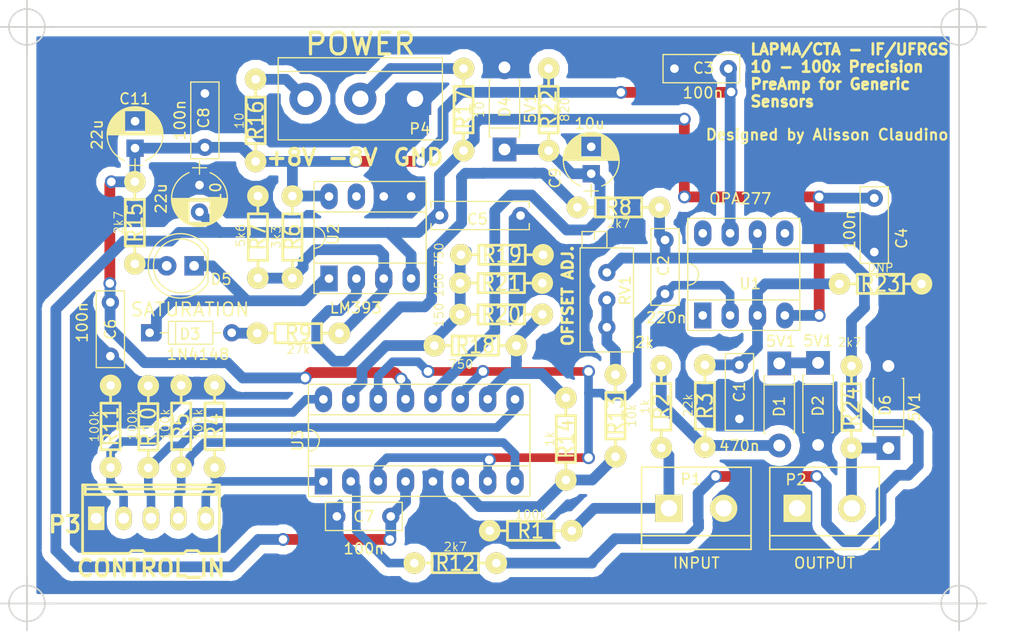
<source format=kicad_pcb>
(kicad_pcb (version 20171130) (host pcbnew "(5.0.0-rc2-dev-493-gd776eaca8)")

  (general
    (thickness 1.6)
    (drawings 17)
    (tracks 356)
    (zones 0)
    (modules 49)
    (nets 28)
  )

  (page User 200 141.402)
  (title_block
    (title "1x to 100x Precision Prog. Gain Generic Pre-Amplifier")
    (date 2018-05-22)
    (rev 1)
    (company "LAPMA/CTA - IF/UFRGS")
    (comment 1 "All resistors are 1/8W, except R16 and R17, 1W")
    (comment 2 "There's a saturation indicator for output higher than 5V")
    (comment 3 "The gain adjust must be set for a range in 0 to 5V output voltage")
    (comment 4 "Designed by Alisson Claudino")
  )

  (layers
    (0 F.Cu signal)
    (31 B.Cu signal)
    (32 B.Adhes user)
    (33 F.Adhes user)
    (34 B.Paste user)
    (35 F.Paste user)
    (36 B.SilkS user)
    (37 F.SilkS user)
    (38 B.Mask user)
    (39 F.Mask user)
    (40 Dwgs.User user)
    (41 Cmts.User user)
    (42 Eco1.User user)
    (43 Eco2.User user)
    (44 Edge.Cuts user)
    (45 Margin user)
    (46 B.CrtYd user)
    (47 F.CrtYd user)
    (48 B.Fab user)
    (49 F.Fab user)
  )

  (setup
    (last_trace_width 1)
    (trace_clearance 0.6)
    (zone_clearance 0.8)
    (zone_45_only no)
    (trace_min 0.2)
    (segment_width 0.15)
    (edge_width 0.15)
    (via_size 1.2)
    (via_drill 0.8)
    (via_min_size 0.4)
    (via_min_drill 0.3)
    (uvia_size 0.3)
    (uvia_drill 0.1)
    (uvias_allowed no)
    (uvia_min_size 0.2)
    (uvia_min_drill 0.1)
    (pcb_text_width 0.3)
    (pcb_text_size 1.5 1.5)
    (mod_edge_width 0.15)
    (mod_text_size 1 1)
    (mod_text_width 0.15)
    (pad_size 2.54 2.54)
    (pad_drill 1.524)
    (pad_to_mask_clearance 0.2)
    (aux_axis_origin 51 83)
    (grid_origin 33 81.5)
    (visible_elements 7FFFE77F)
    (pcbplotparams
      (layerselection 0x00020_7ffffffe)
      (usegerberextensions false)
      (usegerberattributes false)
      (usegerberadvancedattributes false)
      (creategerberjobfile false)
      (excludeedgelayer true)
      (linewidth 0.100000)
      (plotframeref false)
      (viasonmask false)
      (mode 1)
      (useauxorigin true)
      (hpglpennumber 1)
      (hpglpenspeed 20)
      (hpglpendiameter 15)
      (psnegative false)
      (psa4output false)
      (plotreference true)
      (plotvalue true)
      (plotinvisibletext false)
      (padsonsilk true)
      (subtractmaskfromsilk false)
      (outputformat 4)
      (mirror false)
      (drillshape 0)
      (scaleselection 1)
      (outputdirectory "Fabrication Files/Gerbers/"))
  )

  (net 0 "")
  (net 1 GND)
  (net 2 OUT1)
  (net 3 "Net-(C2-Pad2)")
  (net 4 +8V)
  (net 5 -8V)
  (net 6 "Net-(C9-Pad1)")
  (net 7 "Net-(D1-Pad1)")
  (net 8 "Net-(D1-Pad2)")
  (net 9 "Net-(D3-Pad1)")
  (net 10 "Net-(D3-Pad2)")
  (net 11 "Net-(D5-Pad2)")
  (net 12 "Net-(P1-Pad1)")
  (net 13 "Net-(P4-Pad2)")
  (net 14 "Net-(P4-Pad3)")
  (net 15 "Net-(R6-Pad2)")
  (net 16 "Net-(R8-Pad1)")
  (net 17 "Net-(R12-Pad2)")
  (net 18 IN1)
  (net 19 "Net-(D6-Pad1)")
  (net 20 b3)
  (net 21 b0)
  (net 22 b1)
  (net 23 b2)
  (net 24 "Net-(R13-Pad1)")
  (net 25 "Net-(R13-Pad2)")
  (net 26 "Net-(R14-Pad1)")
  (net 27 "Net-(R18-Pad1)")

  (net_class Default "This is the default net class."
    (clearance 0.6)
    (trace_width 1)
    (via_dia 1.2)
    (via_drill 0.8)
    (uvia_dia 0.3)
    (uvia_drill 0.1)
    (add_net +8V)
    (add_net -8V)
    (add_net GND)
    (add_net IN1)
    (add_net "Net-(C9-Pad1)")
    (add_net "Net-(D1-Pad1)")
    (add_net "Net-(D1-Pad2)")
    (add_net "Net-(D3-Pad1)")
    (add_net "Net-(D3-Pad2)")
    (add_net "Net-(D5-Pad2)")
    (add_net "Net-(D6-Pad1)")
    (add_net "Net-(P1-Pad1)")
    (add_net "Net-(P4-Pad2)")
    (add_net "Net-(P4-Pad3)")
    (add_net "Net-(R13-Pad1)")
    (add_net "Net-(R13-Pad2)")
    (add_net "Net-(R14-Pad1)")
    (add_net "Net-(R18-Pad1)")
    (add_net "Net-(R6-Pad2)")
    (add_net "Net-(R8-Pad1)")
    (add_net OUT1)
  )

  (net_class DIG_SIGNAL ""
    (clearance 0.6)
    (trace_width 0.8)
    (via_dia 1.2)
    (via_drill 0.8)
    (uvia_dia 0.3)
    (uvia_drill 0.1)
    (add_net "Net-(C2-Pad2)")
    (add_net "Net-(R12-Pad2)")
    (add_net b0)
    (add_net b1)
    (add_net b2)
    (add_net b3)
  )

  (module Housings_DIP:DIP-16_W7.62mm_Socket_LongPads (layer F.Cu) (tedit 5AFF57F6) (tstamp 5AF754DF)
    (at 78.512 71.67 90)
    (descr "16-lead dip package, row spacing 7.62 mm (300 mils), Socket, LongPads")
    (tags "DIL DIP PDIP 2.54mm 7.62mm 300mil Socket LongPads")
    (path /5AD0C3E7)
    (fp_text reference U3 (at 3.81 -2.39 90) (layer F.SilkS)
      (effects (font (size 1 1) (thickness 0.15)))
    )
    (fp_text value DG412xJ (at 3.502 13.524 180) (layer F.Fab)
      (effects (font (size 1 1) (thickness 0.15)))
    )
    (fp_arc (start 3.81 -1.39) (end 2.81 -1.39) (angle -180) (layer F.SilkS) (width 0.12))
    (fp_line (start 1.635 -1.27) (end 6.985 -1.27) (layer F.Fab) (width 0.1))
    (fp_line (start 6.985 -1.27) (end 6.985 19.05) (layer F.Fab) (width 0.1))
    (fp_line (start 6.985 19.05) (end 0.635 19.05) (layer F.Fab) (width 0.1))
    (fp_line (start 0.635 19.05) (end 0.635 -0.27) (layer F.Fab) (width 0.1))
    (fp_line (start 0.635 -0.27) (end 1.635 -1.27) (layer F.Fab) (width 0.1))
    (fp_line (start -1.27 -1.27) (end -1.27 19.05) (layer F.Fab) (width 0.1))
    (fp_line (start -1.27 19.05) (end 8.89 19.05) (layer F.Fab) (width 0.1))
    (fp_line (start 8.89 19.05) (end 8.89 -1.27) (layer F.Fab) (width 0.1))
    (fp_line (start 8.89 -1.27) (end -1.27 -1.27) (layer F.Fab) (width 0.1))
    (fp_line (start 2.81 -1.39) (end 1.44 -1.39) (layer F.SilkS) (width 0.12))
    (fp_line (start 1.44 -1.39) (end 1.44 19.17) (layer F.SilkS) (width 0.12))
    (fp_line (start 1.44 19.17) (end 6.18 19.17) (layer F.SilkS) (width 0.12))
    (fp_line (start 6.18 19.17) (end 6.18 -1.39) (layer F.SilkS) (width 0.12))
    (fp_line (start 6.18 -1.39) (end 4.81 -1.39) (layer F.SilkS) (width 0.12))
    (fp_line (start -1.39 -1.39) (end -1.39 19.17) (layer F.SilkS) (width 0.12))
    (fp_line (start -1.39 19.17) (end 9.01 19.17) (layer F.SilkS) (width 0.12))
    (fp_line (start 9.01 19.17) (end 9.01 -1.39) (layer F.SilkS) (width 0.12))
    (fp_line (start 9.01 -1.39) (end -1.39 -1.39) (layer F.SilkS) (width 0.12))
    (fp_line (start -1.7 -1.7) (end -1.7 19.5) (layer F.CrtYd) (width 0.05))
    (fp_line (start -1.7 19.5) (end 9.3 19.5) (layer F.CrtYd) (width 0.05))
    (fp_line (start 9.3 19.5) (end 9.3 -1.7) (layer F.CrtYd) (width 0.05))
    (fp_line (start 9.3 -1.7) (end -1.7 -1.7) (layer F.CrtYd) (width 0.05))
    (pad 1 thru_hole rect (at 0 0 90) (size 2.4 1.6) (drill 0.8) (layers *.Mask B.Cu)
      (net 21 b0))
    (pad 9 thru_hole oval (at 7.62 17.78 90) (size 2.4 1.6) (drill 0.8) (layers *.Mask B.Cu)
      (net 23 b2))
    (pad 2 thru_hole oval (at 0 2.54 90) (size 2.4 1.6) (drill 0.8) (layers *.Mask B.Cu)
      (net 17 "Net-(R12-Pad2)"))
    (pad 10 thru_hole oval (at 7.62 15.24 90) (size 2.4 1.6) (drill 0.8) (layers *.Mask B.Cu)
      (net 26 "Net-(R14-Pad1)"))
    (pad 3 thru_hole oval (at 0 5.08 90) (size 2.4 1.6) (drill 0.8) (layers *.Mask B.Cu)
      (net 3 "Net-(C2-Pad2)"))
    (pad 11 thru_hole oval (at 7.62 12.7 90) (size 2.4 1.6) (drill 0.8) (layers *.Mask B.Cu)
      (net 3 "Net-(C2-Pad2)"))
    (pad 4 thru_hole oval (at 0 7.62 90) (size 2.4 1.6) (drill 0.8) (layers *.Mask B.Cu)
      (net 5 -8V))
    (pad 12 thru_hole oval (at 7.62 10.16 90) (size 2.4 1.6) (drill 0.8) (layers *.Mask B.Cu)
      (net 6 "Net-(C9-Pad1)"))
    (pad 5 thru_hole oval (at 0 10.16 90) (size 2.4 1.6) (drill 0.8) (layers *.Mask B.Cu)
      (net 1 GND))
    (pad 13 thru_hole oval (at 7.62 7.62 90) (size 2.4 1.6) (drill 0.8) (layers *.Mask B.Cu)
      (net 4 +8V))
    (pad 6 thru_hole oval (at 0 12.7 90) (size 2.4 1.6) (drill 0.8) (layers *.Mask B.Cu)
      (net 24 "Net-(R13-Pad1)"))
    (pad 14 thru_hole oval (at 7.62 5.08 90) (size 2.4 1.6) (drill 0.8) (layers *.Mask B.Cu)
      (net 3 "Net-(C2-Pad2)"))
    (pad 7 thru_hole oval (at 0 15.24 90) (size 2.4 1.6) (drill 0.8) (layers *.Mask B.Cu)
      (net 3 "Net-(C2-Pad2)"))
    (pad 15 thru_hole oval (at 7.62 2.54 90) (size 2.4 1.6) (drill 0.8) (layers *.Mask B.Cu)
      (net 27 "Net-(R18-Pad1)"))
    (pad 8 thru_hole oval (at 0 17.78 90) (size 2.4 1.6) (drill 0.8) (layers *.Mask B.Cu)
      (net 22 b1))
    (pad 16 thru_hole oval (at 7.62 0 90) (size 2.4 1.6) (drill 0.8) (layers *.Mask B.Cu)
      (net 20 b3))
    (model ${KISYS3DMOD}/Housings_DIP.3dshapes/DIP-16_W7.62mm.wrl
      (at (xyz 0 0 0))
      (scale (xyz 1 1 1))
      (rotate (xyz 0 0 0))
    )
  )

  (module w_conn_kk100:kk100_22-23-2051 (layer F.Cu) (tedit 5AEC8403) (tstamp 5AF75004)
    (at 62.512 75.17)
    (descr "5 pin vert. connector, Molex KK100 series")
    (path /5AFA8CDB)
    (fp_text reference P3 (at -8 0.5) (layer F.SilkS)
      (effects (font (size 1.524 1.524) (thickness 0.3048)))
    )
    (fp_text value CONTROL_IN (at 0 4.56946) (layer F.SilkS)
      (effects (font (size 1.524 1.524) (thickness 0.3048)))
    )
    (fp_line (start -6.35 3.175) (end -6.35 -3.175) (layer F.SilkS) (width 0.254))
    (fp_line (start 6.35 -3.175) (end 6.35 3.175) (layer F.SilkS) (width 0.254))
    (fp_line (start -1.778 2.921) (end -0.762 2.921) (layer F.SilkS) (width 0.254))
    (fp_line (start -1.778 2.921) (end -2.032 3.175) (layer F.SilkS) (width 0.254))
    (fp_line (start -0.762 2.921) (end -0.508 3.175) (layer F.SilkS) (width 0.254))
    (fp_line (start 4.572 3.175) (end 6.35 3.175) (layer F.SilkS) (width 0.254))
    (fp_line (start 4.318 2.921) (end 4.572 3.175) (layer F.SilkS) (width 0.254))
    (fp_line (start 3.302 2.921) (end 3.048 3.175) (layer F.SilkS) (width 0.254))
    (fp_line (start 3.302 2.921) (end 4.318 2.921) (layer F.SilkS) (width 0.254))
    (fp_line (start -2.032 3.175) (end -6.35 3.175) (layer F.SilkS) (width 0.254))
    (fp_line (start -0.508 3.175) (end 3.048 3.175) (layer F.SilkS) (width 0.254))
    (fp_line (start -6.35 -3.175) (end 6.35 -3.175) (layer F.SilkS) (width 0.254))
    (fp_line (start -6.096 -2.286) (end -6.096 -3.175) (layer F.SilkS) (width 0.254))
    (fp_line (start 6.096 -2.286) (end 6.096 -3.175) (layer F.SilkS) (width 0.254))
    (fp_line (start -6.096 -2.286) (end 6.096 -2.286) (layer F.SilkS) (width 0.254))
    (fp_line (start 6.096 -2.794) (end -6.096 -2.794) (layer F.SilkS) (width 0.254))
    (pad 2 thru_hole oval (at -2.54 -0.0762) (size 1.524 2.1971) (drill 1.016) (layers *.Mask B.Cu F.SilkS)
      (net 20 b3))
    (pad 1 thru_hole rect (at -5.08 -0.0762) (size 1.524 2.1971) (drill 1.016) (layers *.Mask B.Cu F.SilkS)
      (net 1 GND))
    (pad 4 thru_hole oval (at 2.54 -0.0762) (size 1.524 2.1971) (drill 1.016) (layers *.Mask B.Cu F.SilkS)
      (net 22 b1))
    (pad 5 thru_hole oval (at 5.08 -0.0762) (size 1.524 2.1971) (drill 1.016) (layers *.Mask B.Cu F.SilkS)
      (net 21 b0))
    (pad 3 thru_hole oval (at 0 -0.0762) (size 1.524 2.1971) (drill 1.016) (layers *.Mask B.Cu F.SilkS)
      (net 23 b2))
    (model walter/conn_kk100/22-23-2051.wrl
      (at (xyz 0 0 0))
      (scale (xyz 1 1 1))
      (rotate (xyz 0 0 0))
    )
  )

  (module w_pth_resistors:RC03 (layer F.Cu) (tedit 5A3743FB) (tstamp 5AFF7E23)
    (at 109.862 64.75 270)
    (descr "Resistor, RC03")
    (tags R)
    (path /5A26C5A4)
    (autoplace_cost180 10)
    (fp_text reference R2 (at 0 0 270) (layer F.SilkS)
      (effects (font (size 1.397 1.27) (thickness 0.2032)))
    )
    (fp_text value 1k (at 0 1.5 270) (layer F.SilkS)
      (effects (font (size 0.8 0.8) (thickness 0.1)))
    )
    (fp_line (start 2.159 0) (end 3.81 0) (layer F.SilkS) (width 0.254))
    (fp_line (start -2.159 0) (end -3.81 0) (layer F.SilkS) (width 0.254))
    (fp_line (start -2.159 -0.889) (end -2.159 0.889) (layer F.SilkS) (width 0.254))
    (fp_line (start -2.159 0.889) (end 2.159 0.889) (layer F.SilkS) (width 0.254))
    (fp_line (start 2.159 0.889) (end 2.159 -0.889) (layer F.SilkS) (width 0.254))
    (fp_line (start 2.159 -0.889) (end -2.159 -0.889) (layer F.SilkS) (width 0.254))
    (pad 1 thru_hole circle (at -3.81 0 270) (size 1.99898 1.99898) (drill 0.8001) (layers *.Mask B.Cu F.SilkS)
      (net 8 "Net-(D1-Pad2)"))
    (pad 2 thru_hole circle (at 3.81 0 270) (size 1.99898 1.99898) (drill 0.8001) (layers *.Mask B.Cu F.SilkS)
      (net 12 "Net-(P1-Pad1)"))
    (model walter/pth_resistors/rc03.wrl
      (at (xyz 0 0 0))
      (scale (xyz 1 1 1))
      (rotate (xyz 0 0 0))
    )
  )

  (module Capacitors_THT:C_Rect_L9.0mm_W2.5mm_P7.50mm_MKT (layer F.Cu) (tedit 5A36FDE3) (tstamp 5AFF7AEA)
    (at 96.802 47 180)
    (descr "C, Rect series, Radial, pin pitch=7.50mm, , length*width=9*2.5mm^2, Capacitor, https://en.tdk.eu/inf/20/20/db/fc_2009/MKT_B32560_564.pdf")
    (tags "C Rect series Radial pin pitch 7.50mm  length 9mm width 2.5mm Capacitor")
    (path /5A270604)
    (fp_text reference C5 (at 4.004 -0.34 180) (layer F.SilkS)
      (effects (font (size 1 1) (thickness 0.15)))
    )
    (fp_text value 100n (at 3.75 2.31 180) (layer F.Fab)
      (effects (font (size 1 1) (thickness 0.15)))
    )
    (fp_line (start 8.6 -1.6) (end -1.1 -1.6) (layer F.CrtYd) (width 0.05))
    (fp_line (start 8.6 1.6) (end 8.6 -1.6) (layer F.CrtYd) (width 0.05))
    (fp_line (start -1.1 1.6) (end 8.6 1.6) (layer F.CrtYd) (width 0.05))
    (fp_line (start -1.1 -1.6) (end -1.1 1.6) (layer F.CrtYd) (width 0.05))
    (fp_line (start 8.31 0.75) (end 8.31 1.31) (layer F.SilkS) (width 0.12))
    (fp_line (start 8.31 -1.31) (end 8.31 -0.75) (layer F.SilkS) (width 0.12))
    (fp_line (start -0.81 0.75) (end -0.81 1.31) (layer F.SilkS) (width 0.12))
    (fp_line (start -0.81 -1.31) (end -0.81 -0.75) (layer F.SilkS) (width 0.12))
    (fp_line (start -0.81 1.31) (end 8.31 1.31) (layer F.SilkS) (width 0.12))
    (fp_line (start -0.81 -1.31) (end 8.31 -1.31) (layer F.SilkS) (width 0.12))
    (fp_line (start 8.25 -1.25) (end -0.75 -1.25) (layer F.Fab) (width 0.1))
    (fp_line (start 8.25 1.25) (end 8.25 -1.25) (layer F.Fab) (width 0.1))
    (fp_line (start -0.75 1.25) (end 8.25 1.25) (layer F.Fab) (width 0.1))
    (fp_line (start -0.75 -1.25) (end -0.75 1.25) (layer F.Fab) (width 0.1))
    (pad 2 thru_hole circle (at 7.5 0 180) (size 1.6 1.6) (drill 0.8) (layers *.Mask B.Cu)
      (net 5 -8V))
    (pad 1 thru_hole circle (at 0 0 180) (size 1.6 1.6) (drill 0.8) (layers *.Mask B.Cu)
      (net 1 GND))
    (model Capacitors_THT.3dshapes/C_Rect_L9.0mm_W2.5mm_P7.50mm_MKT.wrl
      (at (xyz 0 0 0))
      (scale (xyz 1 1 1))
      (rotate (xyz 0 0 0))
    )
  )

  (module Connect:bornier2 (layer F.Cu) (tedit 5AFF5914) (tstamp 5AFDE976)
    (at 113.112 74.17)
    (descr "Bornier d'alimentation 2 pins")
    (tags DEV)
    (path /5A26C4F0)
    (fp_text reference P1 (at -0.502 -2.7) (layer F.SilkS)
      (effects (font (size 1 1) (thickness 0.15)))
    )
    (fp_text value INPUT (at 0 5.08) (layer F.SilkS)
      (effects (font (size 1 1) (thickness 0.15)))
    )
    (fp_line (start -5.08 3.81) (end 5.08 3.81) (layer F.SilkS) (width 0.15))
    (fp_line (start -5.08 -3.81) (end -5.08 3.81) (layer F.SilkS) (width 0.15))
    (fp_line (start 5.08 -3.81) (end -5.08 -3.81) (layer F.SilkS) (width 0.15))
    (fp_line (start 5.08 3.81) (end 5.08 -3.81) (layer F.SilkS) (width 0.15))
    (fp_line (start 5.08 2.54) (end -5.08 2.54) (layer F.SilkS) (width 0.15))
    (pad 2 thru_hole circle (at 2.54 0) (size 2.54 2.54) (drill 1.524) (layers *.Mask B.Cu F.SilkS)
      (net 1 GND))
    (pad 1 thru_hole rect (at -2.54 0) (size 2.54 2.54) (drill 1.524) (layers *.Mask B.Cu F.SilkS)
      (net 12 "Net-(P1-Pad1)"))
    (model Connect.3dshapes/bornier2.wrl
      (at (xyz 0 0 0))
      (scale (xyz 1 1 1))
      (rotate (xyz 0 0 0))
    )
  )

  (module Diodes_THT:D_DO-41_SOD81_P7.62mm_Horizontal (layer F.Cu) (tedit 5AFF56EE) (tstamp 5AF74FE0)
    (at 130.942 68.58 90)
    (descr "D, DO-41_SOD81 series, Axial, Horizontal, pin pitch=7.62mm, , length*diameter=5.2*2.7mm^2, , http://www.diodes.com/_files/packages/DO-41%20(Plastic).pdf")
    (tags "D DO-41_SOD81 series Axial Horizontal pin pitch 7.62mm  length 5.2mm diameter 2.7mm")
    (path /5AFB8EA2)
    (fp_text reference D6 (at 3.968 -0.298 90) (layer F.SilkS)
      (effects (font (size 1 1) (thickness 0.15)))
    )
    (fp_text value 5V1 (at 3.81 2.41 90) (layer F.SilkS)
      (effects (font (size 1 1) (thickness 0.15)))
    )
    (fp_line (start 1.21 -1.35) (end 1.21 1.35) (layer F.Fab) (width 0.1))
    (fp_line (start 1.21 1.35) (end 6.41 1.35) (layer F.Fab) (width 0.1))
    (fp_line (start 6.41 1.35) (end 6.41 -1.35) (layer F.Fab) (width 0.1))
    (fp_line (start 6.41 -1.35) (end 1.21 -1.35) (layer F.Fab) (width 0.1))
    (fp_line (start 0 0) (end 1.21 0) (layer F.Fab) (width 0.1))
    (fp_line (start 7.62 0) (end 6.41 0) (layer F.Fab) (width 0.1))
    (fp_line (start 1.99 -1.35) (end 1.99 1.35) (layer F.Fab) (width 0.1))
    (fp_line (start 1.15 -1.28) (end 1.15 -1.41) (layer F.SilkS) (width 0.12))
    (fp_line (start 1.15 -1.41) (end 6.47 -1.41) (layer F.SilkS) (width 0.12))
    (fp_line (start 6.47 -1.41) (end 6.47 -1.28) (layer F.SilkS) (width 0.12))
    (fp_line (start 1.15 1.28) (end 1.15 1.41) (layer F.SilkS) (width 0.12))
    (fp_line (start 1.15 1.41) (end 6.47 1.41) (layer F.SilkS) (width 0.12))
    (fp_line (start 6.47 1.41) (end 6.47 1.28) (layer F.SilkS) (width 0.12))
    (fp_line (start 1.99 -1.41) (end 1.99 1.41) (layer F.SilkS) (width 0.12))
    (fp_line (start -1.35 -1.7) (end -1.35 1.7) (layer F.CrtYd) (width 0.05))
    (fp_line (start -1.35 1.7) (end 9 1.7) (layer F.CrtYd) (width 0.05))
    (fp_line (start 9 1.7) (end 9 -1.7) (layer F.CrtYd) (width 0.05))
    (fp_line (start 9 -1.7) (end -1.35 -1.7) (layer F.CrtYd) (width 0.05))
    (pad 1 thru_hole rect (at 0 0 90) (size 2.2 2.2) (drill 1.1) (layers *.Mask B.Cu)
      (net 19 "Net-(D6-Pad1)"))
    (pad 2 thru_hole oval (at 7.62 0 90) (size 2.2 2.2) (drill 1.1) (layers *.Mask B.Cu)
      (net 1 GND))
    (model Diodes_THT.3dshapes/D_DO-41_SOD81_P7.62mm_Horizontal.wrl
      (at (xyz 0 0 0))
      (scale (xyz 0.393701 0.393701 0.393701))
      (rotate (xyz 0 0 0))
    )
  )

  (module w_pth_resistors:RC03 (layer F.Cu) (tedit 5A3743FB) (tstamp 5AFDF97A)
    (at 76.182 57.92)
    (descr "Resistor, RC03")
    (tags R)
    (path /5A272BF7)
    (autoplace_cost180 10)
    (fp_text reference R9 (at 0 0) (layer F.SilkS)
      (effects (font (size 1.397 1.27) (thickness 0.2032)))
    )
    (fp_text value 27k (at 0 1.5) (layer F.SilkS)
      (effects (font (size 0.8 0.8) (thickness 0.1)))
    )
    (fp_line (start 2.159 0) (end 3.81 0) (layer F.SilkS) (width 0.254))
    (fp_line (start -2.159 0) (end -3.81 0) (layer F.SilkS) (width 0.254))
    (fp_line (start -2.159 -0.889) (end -2.159 0.889) (layer F.SilkS) (width 0.254))
    (fp_line (start -2.159 0.889) (end 2.159 0.889) (layer F.SilkS) (width 0.254))
    (fp_line (start 2.159 0.889) (end 2.159 -0.889) (layer F.SilkS) (width 0.254))
    (fp_line (start 2.159 -0.889) (end -2.159 -0.889) (layer F.SilkS) (width 0.254))
    (pad 1 thru_hole circle (at -3.81 0) (size 1.99898 1.99898) (drill 0.8001) (layers *.Mask B.Cu F.SilkS)
      (net 10 "Net-(D3-Pad2)"))
    (pad 2 thru_hole circle (at 3.81 0) (size 1.99898 1.99898) (drill 0.8001) (layers *.Mask B.Cu F.SilkS)
      (net 15 "Net-(R6-Pad2)"))
    (model walter/pth_resistors/rc03.wrl
      (at (xyz 0 0 0))
      (scale (xyz 1 1 1))
      (rotate (xyz 0 0 0))
    )
  )

  (module Housings_DIP:DIP-8_W7.62mm_Socket_LongPads (layer F.Cu) (tedit 5AEC836E) (tstamp 5A4BB9FD)
    (at 79.032 52.85 90)
    (descr "8-lead dip package, row spacing 7.62 mm (300 mils), Socket, LongPads")
    (tags "DIL DIP PDIP 2.54mm 7.62mm 300mil Socket LongPads")
    (path /5A26F9BB)
    (fp_text reference U2 (at 4.1 0.4 90) (layer F.SilkS)
      (effects (font (size 1 1) (thickness 0.15)))
    )
    (fp_text value LM393 (at -2.72 2.48 180) (layer F.SilkS)
      (effects (font (size 1 1) (thickness 0.15)))
    )
    (fp_arc (start 3.81 -1.39) (end 2.81 -1.39) (angle -180) (layer F.SilkS) (width 0.12))
    (fp_line (start 1.635 -1.27) (end 6.985 -1.27) (layer F.Fab) (width 0.1))
    (fp_line (start 6.985 -1.27) (end 6.985 8.89) (layer F.Fab) (width 0.1))
    (fp_line (start 6.985 8.89) (end 0.635 8.89) (layer F.Fab) (width 0.1))
    (fp_line (start 0.635 8.89) (end 0.635 -0.27) (layer F.Fab) (width 0.1))
    (fp_line (start 0.635 -0.27) (end 1.635 -1.27) (layer F.Fab) (width 0.1))
    (fp_line (start -1.27 -1.27) (end -1.27 8.89) (layer F.Fab) (width 0.1))
    (fp_line (start -1.27 8.89) (end 8.89 8.89) (layer F.Fab) (width 0.1))
    (fp_line (start 8.89 8.89) (end 8.89 -1.27) (layer F.Fab) (width 0.1))
    (fp_line (start 8.89 -1.27) (end -1.27 -1.27) (layer F.Fab) (width 0.1))
    (fp_line (start 2.81 -1.39) (end 1.44 -1.39) (layer F.SilkS) (width 0.12))
    (fp_line (start 1.44 -1.39) (end 1.44 9.01) (layer F.SilkS) (width 0.12))
    (fp_line (start 1.44 9.01) (end 6.18 9.01) (layer F.SilkS) (width 0.12))
    (fp_line (start 6.18 9.01) (end 6.18 -1.39) (layer F.SilkS) (width 0.12))
    (fp_line (start 6.18 -1.39) (end 4.81 -1.39) (layer F.SilkS) (width 0.12))
    (fp_line (start -1.39 -1.39) (end -1.39 9.01) (layer F.SilkS) (width 0.12))
    (fp_line (start -1.39 9.01) (end 9.01 9.01) (layer F.SilkS) (width 0.12))
    (fp_line (start 9.01 9.01) (end 9.01 -1.39) (layer F.SilkS) (width 0.12))
    (fp_line (start 9.01 -1.39) (end -1.39 -1.39) (layer F.SilkS) (width 0.12))
    (fp_line (start -1.7 -1.7) (end -1.7 9.3) (layer F.CrtYd) (width 0.05))
    (fp_line (start -1.7 9.3) (end 9.3 9.3) (layer F.CrtYd) (width 0.05))
    (fp_line (start 9.3 9.3) (end 9.3 -1.7) (layer F.CrtYd) (width 0.05))
    (fp_line (start 9.3 -1.7) (end -1.7 -1.7) (layer F.CrtYd) (width 0.05))
    (pad 1 thru_hole rect (at 0 0 90) (size 2.4 1.6) (drill 0.8) (layers *.Mask B.Cu)
      (net 9 "Net-(D3-Pad1)"))
    (pad 5 thru_hole oval (at 7.62 7.62 90) (size 2.4 1.6) (drill 0.8) (layers *.Mask B.Cu)
      (net 1 GND))
    (pad 2 thru_hole oval (at 0 2.54 90) (size 2.4 1.6) (drill 0.8) (layers *.Mask B.Cu)
      (net 16 "Net-(R8-Pad1)"))
    (pad 6 thru_hole oval (at 7.62 5.08 90) (size 2.4 1.6) (drill 0.8) (layers *.Mask B.Cu)
      (net 1 GND))
    (pad 3 thru_hole oval (at 0 5.08 90) (size 2.4 1.6) (drill 0.8) (layers *.Mask B.Cu)
      (net 15 "Net-(R6-Pad2)"))
    (pad 7 thru_hole oval (at 7.62 2.54 90) (size 2.4 1.6) (drill 0.8) (layers *.Mask B.Cu))
    (pad 4 thru_hole oval (at 0 7.62 90) (size 2.4 1.6) (drill 0.8) (layers *.Mask B.Cu)
      (net 5 -8V))
    (pad 8 thru_hole oval (at 7.62 0 90) (size 2.4 1.6) (drill 0.8) (layers *.Mask B.Cu)
      (net 4 +8V))
    (model Housings_DIP.3dshapes/DIP-8_W7.62mm_LongPads.wrl
      (at (xyz 0 0 0))
      (scale (xyz 1 1 1))
      (rotate (xyz 0 0 0))
    )
  )

  (module Housings_DIP:DIP-8_W7.62mm_Socket_LongPads (layer F.Cu) (tedit 5A716BCF) (tstamp 5AF848D8)
    (at 113.712 56.27 90)
    (descr "8-lead dip package, row spacing 7.62 mm (300 mils), Socket, LongPads")
    (tags "DIL DIP PDIP 2.54mm 7.62mm 300mil Socket LongPads")
    (path /5A26C7F5)
    (fp_text reference U1 (at 2.95 4.4 -180) (layer F.SilkS)
      (effects (font (size 1 1) (thickness 0.15)))
    )
    (fp_text value OPA277 (at 10.83 3.48 -180) (layer F.SilkS)
      (effects (font (size 1 1) (thickness 0.15)))
    )
    (fp_arc (start 3.81 -1.39) (end 2.81 -1.39) (angle -180) (layer F.SilkS) (width 0.12))
    (fp_line (start 1.635 -1.27) (end 6.985 -1.27) (layer F.Fab) (width 0.1))
    (fp_line (start 6.985 -1.27) (end 6.985 8.89) (layer F.Fab) (width 0.1))
    (fp_line (start 6.985 8.89) (end 0.635 8.89) (layer F.Fab) (width 0.1))
    (fp_line (start 0.635 8.89) (end 0.635 -0.27) (layer F.Fab) (width 0.1))
    (fp_line (start 0.635 -0.27) (end 1.635 -1.27) (layer F.Fab) (width 0.1))
    (fp_line (start -1.27 -1.27) (end -1.27 8.89) (layer F.Fab) (width 0.1))
    (fp_line (start -1.27 8.89) (end 8.89 8.89) (layer F.Fab) (width 0.1))
    (fp_line (start 8.89 8.89) (end 8.89 -1.27) (layer F.Fab) (width 0.1))
    (fp_line (start 8.89 -1.27) (end -1.27 -1.27) (layer F.Fab) (width 0.1))
    (fp_line (start 2.81 -1.39) (end 1.44 -1.39) (layer F.SilkS) (width 0.12))
    (fp_line (start 1.44 -1.39) (end 1.44 9.01) (layer F.SilkS) (width 0.12))
    (fp_line (start 1.44 9.01) (end 6.18 9.01) (layer F.SilkS) (width 0.12))
    (fp_line (start 6.18 9.01) (end 6.18 -1.39) (layer F.SilkS) (width 0.12))
    (fp_line (start 6.18 -1.39) (end 4.81 -1.39) (layer F.SilkS) (width 0.12))
    (fp_line (start -1.39 -1.39) (end -1.39 9.01) (layer F.SilkS) (width 0.12))
    (fp_line (start -1.39 9.01) (end 9.01 9.01) (layer F.SilkS) (width 0.12))
    (fp_line (start 9.01 9.01) (end 9.01 -1.39) (layer F.SilkS) (width 0.12))
    (fp_line (start 9.01 -1.39) (end -1.39 -1.39) (layer F.SilkS) (width 0.12))
    (fp_line (start -1.7 -1.7) (end -1.7 9.3) (layer F.CrtYd) (width 0.05))
    (fp_line (start -1.7 9.3) (end 9.3 9.3) (layer F.CrtYd) (width 0.05))
    (fp_line (start 9.3 9.3) (end 9.3 -1.7) (layer F.CrtYd) (width 0.05))
    (fp_line (start 9.3 -1.7) (end -1.7 -1.7) (layer F.CrtYd) (width 0.05))
    (pad 1 thru_hole rect (at 0 0 90) (size 2.4 1.6) (drill 0.8) (layers *.Mask B.Cu))
    (pad 5 thru_hole oval (at 7.62 7.62 90) (size 2.4 1.6) (drill 0.8) (layers *.Mask B.Cu))
    (pad 2 thru_hole oval (at 0 2.54 90) (size 2.4 1.6) (drill 0.8) (layers *.Mask B.Cu)
      (net 3 "Net-(C2-Pad2)"))
    (pad 6 thru_hole oval (at 7.62 5.08 90) (size 2.4 1.6) (drill 0.8) (layers *.Mask B.Cu)
      (net 2 OUT1))
    (pad 3 thru_hole oval (at 0 5.08 90) (size 2.4 1.6) (drill 0.8) (layers *.Mask B.Cu)
      (net 18 IN1))
    (pad 7 thru_hole oval (at 7.62 2.54 90) (size 2.4 1.6) (drill 0.8) (layers *.Mask B.Cu)
      (net 4 +8V))
    (pad 4 thru_hole oval (at 0 7.62 90) (size 2.4 1.6) (drill 0.8) (layers *.Mask B.Cu)
      (net 5 -8V))
    (pad 8 thru_hole oval (at 7.62 0 90) (size 2.4 1.6) (drill 0.8) (layers *.Mask B.Cu))
    (model Housings_DIP.3dshapes/DIP-8_W7.62mm_LongPads.wrl
      (at (xyz 0 0 0))
      (scale (xyz 1 1 1))
      (rotate (xyz 0 0 0))
    )
  )

  (module Diodes_THT:D_DO-41_SOD81_P7.62mm_Horizontal (layer F.Cu) (tedit 5A373689) (tstamp 5AFDEC2E)
    (at 120.812 60.72 270)
    (descr "D, DO-41_SOD81 series, Axial, Horizontal, pin pitch=7.62mm, , length*diameter=5.2*2.7mm^2, , http://www.diodes.com/_files/packages/DO-41%20(Plastic).pdf")
    (tags "D DO-41_SOD81 series Axial Horizontal pin pitch 7.62mm  length 5.2mm diameter 2.7mm")
    (path /5A26C65F)
    (fp_text reference D1 (at 4 0 270) (layer F.SilkS)
      (effects (font (size 1 1) (thickness 0.15)))
    )
    (fp_text value 5V1 (at -2.05 -0.15) (layer F.SilkS)
      (effects (font (size 1 1) (thickness 0.15)))
    )
    (fp_line (start 1.21 -1.35) (end 1.21 1.35) (layer F.Fab) (width 0.1))
    (fp_line (start 1.21 1.35) (end 6.41 1.35) (layer F.Fab) (width 0.1))
    (fp_line (start 6.41 1.35) (end 6.41 -1.35) (layer F.Fab) (width 0.1))
    (fp_line (start 6.41 -1.35) (end 1.21 -1.35) (layer F.Fab) (width 0.1))
    (fp_line (start 0 0) (end 1.21 0) (layer F.Fab) (width 0.1))
    (fp_line (start 7.62 0) (end 6.41 0) (layer F.Fab) (width 0.1))
    (fp_line (start 1.99 -1.35) (end 1.99 1.35) (layer F.Fab) (width 0.1))
    (fp_line (start 1.15 -1.28) (end 1.15 -1.41) (layer F.SilkS) (width 0.12))
    (fp_line (start 1.15 -1.41) (end 6.47 -1.41) (layer F.SilkS) (width 0.12))
    (fp_line (start 6.47 -1.41) (end 6.47 -1.28) (layer F.SilkS) (width 0.12))
    (fp_line (start 1.15 1.28) (end 1.15 1.41) (layer F.SilkS) (width 0.12))
    (fp_line (start 1.15 1.41) (end 6.47 1.41) (layer F.SilkS) (width 0.12))
    (fp_line (start 6.47 1.41) (end 6.47 1.28) (layer F.SilkS) (width 0.12))
    (fp_line (start 1.99 -1.41) (end 1.99 1.41) (layer F.SilkS) (width 0.12))
    (fp_line (start -1.35 -1.7) (end -1.35 1.7) (layer F.CrtYd) (width 0.05))
    (fp_line (start -1.35 1.7) (end 9 1.7) (layer F.CrtYd) (width 0.05))
    (fp_line (start 9 1.7) (end 9 -1.7) (layer F.CrtYd) (width 0.05))
    (fp_line (start 9 -1.7) (end -1.35 -1.7) (layer F.CrtYd) (width 0.05))
    (pad 1 thru_hole rect (at 0 0 270) (size 2.2 2.2) (drill 1.1) (layers *.Mask B.Cu)
      (net 7 "Net-(D1-Pad1)"))
    (pad 2 thru_hole oval (at 7.62 0 270) (size 2.2 2.2) (drill 1.1) (layers *.Mask B.Cu)
      (net 8 "Net-(D1-Pad2)"))
    (model Diodes_THT.3dshapes/D_DO-41_SOD81_P7.62mm_Horizontal.wrl
      (at (xyz 0 0 0))
      (scale (xyz 0.393701 0.393701 0.393701))
      (rotate (xyz 0 0 0))
    )
  )

  (module w_pth_resistors:RC03 (layer F.Cu) (tedit 5A3743FB) (tstamp 5AF83F00)
    (at 90.752 79.25 180)
    (descr "Resistor, RC03")
    (tags R)
    (path /5ADDB4D6)
    (autoplace_cost180 10)
    (fp_text reference R12 (at 0 0 180) (layer F.SilkS)
      (effects (font (size 1.397 1.27) (thickness 0.2032)))
    )
    (fp_text value 2k7 (at 0 1.5 180) (layer F.SilkS)
      (effects (font (size 0.8 0.8) (thickness 0.1)))
    )
    (fp_line (start 2.159 0) (end 3.81 0) (layer F.SilkS) (width 0.254))
    (fp_line (start -2.159 0) (end -3.81 0) (layer F.SilkS) (width 0.254))
    (fp_line (start -2.159 -0.889) (end -2.159 0.889) (layer F.SilkS) (width 0.254))
    (fp_line (start -2.159 0.889) (end 2.159 0.889) (layer F.SilkS) (width 0.254))
    (fp_line (start 2.159 0.889) (end 2.159 -0.889) (layer F.SilkS) (width 0.254))
    (fp_line (start 2.159 -0.889) (end -2.159 -0.889) (layer F.SilkS) (width 0.254))
    (pad 1 thru_hole circle (at -3.81 0 180) (size 1.99898 1.99898) (drill 0.8001) (layers *.Mask B.Cu F.SilkS)
      (net 2 OUT1))
    (pad 2 thru_hole circle (at 3.81 0 180) (size 1.99898 1.99898) (drill 0.8001) (layers *.Mask B.Cu F.SilkS)
      (net 17 "Net-(R12-Pad2)"))
    (model walter/pth_resistors/rc03.wrl
      (at (xyz 0 0 0))
      (scale (xyz 1 1 1))
      (rotate (xyz 0 0 0))
    )
  )

  (module Capacitors_THT:C_Rect_L7.0mm_W2.5mm_P5.00mm (layer F.Cu) (tedit 5A372805) (tstamp 5A4BB8CE)
    (at 117.112 60.87 270)
    (descr "C, Rect series, Radial, pin pitch=5.00mm, , length*width=7*2.5mm^2, Capacitor")
    (tags "C Rect series Radial pin pitch 5.00mm  length 7mm width 2.5mm Capacitor")
    (path /5A26C721)
    (fp_text reference C1 (at 2.5 0 270) (layer F.SilkS)
      (effects (font (size 1 1) (thickness 0.15)))
    )
    (fp_text value 470n (at 7.5 0) (layer F.SilkS)
      (effects (font (size 1 1) (thickness 0.15)))
    )
    (fp_line (start -1 -1.25) (end -1 1.25) (layer F.Fab) (width 0.1))
    (fp_line (start -1 1.25) (end 6 1.25) (layer F.Fab) (width 0.1))
    (fp_line (start 6 1.25) (end 6 -1.25) (layer F.Fab) (width 0.1))
    (fp_line (start 6 -1.25) (end -1 -1.25) (layer F.Fab) (width 0.1))
    (fp_line (start -1.06 -1.31) (end 6.06 -1.31) (layer F.SilkS) (width 0.12))
    (fp_line (start -1.06 1.31) (end 6.06 1.31) (layer F.SilkS) (width 0.12))
    (fp_line (start -1.06 -1.31) (end -1.06 1.31) (layer F.SilkS) (width 0.12))
    (fp_line (start 6.06 -1.31) (end 6.06 1.31) (layer F.SilkS) (width 0.12))
    (fp_line (start -1.35 -1.6) (end -1.35 1.6) (layer F.CrtYd) (width 0.05))
    (fp_line (start -1.35 1.6) (end 6.35 1.6) (layer F.CrtYd) (width 0.05))
    (fp_line (start 6.35 1.6) (end 6.35 -1.6) (layer F.CrtYd) (width 0.05))
    (fp_line (start 6.35 -1.6) (end -1.35 -1.6) (layer F.CrtYd) (width 0.05))
    (pad 1 thru_hole circle (at 0 0 270) (size 1.6 1.6) (drill 0.8) (layers *.Mask B.Cu)
      (net 18 IN1))
    (pad 2 thru_hole circle (at 5 0 270) (size 1.6 1.6) (drill 0.8) (layers *.Mask B.Cu)
      (net 1 GND))
    (model Capacitors_THT.3dshapes/C_Rect_L7.0mm_W2.5mm_P5.00mm.wrl
      (at (xyz 0 0 0))
      (scale (xyz 1 1 1))
      (rotate (xyz 0 0 0))
    )
  )

  (module LEDs:LED_D5.0mm (layer F.Cu) (tedit 5AFF561C) (tstamp 5A4BB9A1)
    (at 66.512 51.67 180)
    (descr "LED, diameter 5.0mm, 2 pins, http://cdn-reichelt.de/documents/datenblatt/A500/LL-504BC2E-009.pdf")
    (tags "LED diameter 5.0mm 2 pins")
    (path /5A27312A)
    (fp_text reference D5 (at -2.5 -1.25 180) (layer F.SilkS)
      (effects (font (size 1 1) (thickness 0.15)))
    )
    (fp_text value SATURATION (at 0.384 -4.052 180) (layer F.SilkS)
      (effects (font (size 1.25 1.25) (thickness 0.15)))
    )
    (fp_arc (start 1.27 0) (end -1.23 -1.469694) (angle 299.1) (layer F.Fab) (width 0.1))
    (fp_arc (start 1.27 0) (end -1.29 -1.54483) (angle 148.9) (layer F.SilkS) (width 0.12))
    (fp_arc (start 1.27 0) (end -1.29 1.54483) (angle -148.9) (layer F.SilkS) (width 0.12))
    (fp_circle (center 1.27 0) (end 3.77 0) (layer F.Fab) (width 0.1))
    (fp_circle (center 1.27 0) (end 3.77 0) (layer F.SilkS) (width 0.12))
    (fp_line (start -1.23 -1.469694) (end -1.23 1.469694) (layer F.Fab) (width 0.1))
    (fp_line (start -1.29 -1.545) (end -1.29 1.545) (layer F.SilkS) (width 0.12))
    (fp_line (start -1.95 -3.25) (end -1.95 3.25) (layer F.CrtYd) (width 0.05))
    (fp_line (start -1.95 3.25) (end 4.5 3.25) (layer F.CrtYd) (width 0.05))
    (fp_line (start 4.5 3.25) (end 4.5 -3.25) (layer F.CrtYd) (width 0.05))
    (fp_line (start 4.5 -3.25) (end -1.95 -3.25) (layer F.CrtYd) (width 0.05))
    (pad 1 thru_hole rect (at 0 0 180) (size 1.8 1.8) (drill 0.9) (layers *.Mask B.Cu)
      (net 9 "Net-(D3-Pad1)"))
    (pad 2 thru_hole circle (at 2.54 0 180) (size 1.8 1.8) (drill 0.9) (layers *.Mask B.Cu)
      (net 11 "Net-(D5-Pad2)"))
    (model LEDs.3dshapes/LED_D5.0mm.wrl
      (at (xyz 0 0 0))
      (scale (xyz 0.393701 0.393701 0.393701))
      (rotate (xyz 0 0 0))
    )
  )

  (module Diodes_THT:D_DO-35_SOD27_P7.62mm_Horizontal (layer F.Cu) (tedit 5A373CCC) (tstamp 5AF84842)
    (at 62.382 57.88)
    (descr "D, DO-35_SOD27 series, Axial, Horizontal, pin pitch=7.62mm, , length*diameter=4*2mm^2, , http://www.diodes.com/_files/packages/DO-35.pdf")
    (tags "D DO-35_SOD27 series Axial Horizontal pin pitch 7.62mm  length 4mm diameter 2mm")
    (path /5A272D8D)
    (fp_text reference D3 (at 3.746 0.128) (layer F.SilkS)
      (effects (font (size 1 1) (thickness 0.15)))
    )
    (fp_text value 1N4148 (at 4.5 2 -180) (layer F.SilkS)
      (effects (font (size 1 1) (thickness 0.15)))
    )
    (fp_line (start 1.81 -1) (end 1.81 1) (layer F.Fab) (width 0.1))
    (fp_line (start 1.81 1) (end 5.81 1) (layer F.Fab) (width 0.1))
    (fp_line (start 5.81 1) (end 5.81 -1) (layer F.Fab) (width 0.1))
    (fp_line (start 5.81 -1) (end 1.81 -1) (layer F.Fab) (width 0.1))
    (fp_line (start 0 0) (end 1.81 0) (layer F.Fab) (width 0.1))
    (fp_line (start 7.62 0) (end 5.81 0) (layer F.Fab) (width 0.1))
    (fp_line (start 2.41 -1) (end 2.41 1) (layer F.Fab) (width 0.1))
    (fp_line (start 1.75 -1.06) (end 1.75 1.06) (layer F.SilkS) (width 0.12))
    (fp_line (start 1.75 1.06) (end 5.87 1.06) (layer F.SilkS) (width 0.12))
    (fp_line (start 5.87 1.06) (end 5.87 -1.06) (layer F.SilkS) (width 0.12))
    (fp_line (start 5.87 -1.06) (end 1.75 -1.06) (layer F.SilkS) (width 0.12))
    (fp_line (start 0.98 0) (end 1.75 0) (layer F.SilkS) (width 0.12))
    (fp_line (start 6.64 0) (end 5.87 0) (layer F.SilkS) (width 0.12))
    (fp_line (start 2.41 -1.06) (end 2.41 1.06) (layer F.SilkS) (width 0.12))
    (fp_line (start -1.05 -1.35) (end -1.05 1.35) (layer F.CrtYd) (width 0.05))
    (fp_line (start -1.05 1.35) (end 8.7 1.35) (layer F.CrtYd) (width 0.05))
    (fp_line (start 8.7 1.35) (end 8.7 -1.35) (layer F.CrtYd) (width 0.05))
    (fp_line (start 8.7 -1.35) (end -1.05 -1.35) (layer F.CrtYd) (width 0.05))
    (pad 1 thru_hole rect (at 0 0) (size 1.6 1.6) (drill 0.8) (layers *.Mask B.Cu)
      (net 9 "Net-(D3-Pad1)"))
    (pad 2 thru_hole oval (at 7.62 0) (size 1.6 1.6) (drill 0.8) (layers *.Mask B.Cu)
      (net 10 "Net-(D3-Pad2)"))
    (model Diodes_THT.3dshapes/D_DO-35_SOD27_P7.62mm_Horizontal.wrl
      (at (xyz 0 0 0))
      (scale (xyz 0.393701 0.393701 0.393701))
      (rotate (xyz 0 0 0))
    )
  )

  (module w_pth_resistors:RC03 (layer F.Cu) (tedit 5A3743FB) (tstamp 5AFF8906)
    (at 68.414 66.57 270)
    (descr "Resistor, RC03")
    (tags R)
    (path /5AD5B719)
    (autoplace_cost180 10)
    (fp_text reference R4 (at 0 0 270) (layer F.SilkS)
      (effects (font (size 1.397 1.27) (thickness 0.2032)))
    )
    (fp_text value 100k (at -0.18 1.524 270) (layer F.SilkS)
      (effects (font (size 0.8 0.8) (thickness 0.1)))
    )
    (fp_line (start 2.159 0) (end 3.81 0) (layer F.SilkS) (width 0.254))
    (fp_line (start -2.159 0) (end -3.81 0) (layer F.SilkS) (width 0.254))
    (fp_line (start -2.159 -0.889) (end -2.159 0.889) (layer F.SilkS) (width 0.254))
    (fp_line (start -2.159 0.889) (end 2.159 0.889) (layer F.SilkS) (width 0.254))
    (fp_line (start 2.159 0.889) (end 2.159 -0.889) (layer F.SilkS) (width 0.254))
    (fp_line (start 2.159 -0.889) (end -2.159 -0.889) (layer F.SilkS) (width 0.254))
    (pad 1 thru_hole circle (at -3.81 0 270) (size 1.99898 1.99898) (drill 0.8001) (layers *.Mask B.Cu F.SilkS)
      (net 1 GND))
    (pad 2 thru_hole circle (at 3.81 0 270) (size 1.99898 1.99898) (drill 0.8001) (layers *.Mask B.Cu F.SilkS)
      (net 21 b0))
    (model walter/pth_resistors/rc03.wrl
      (at (xyz 0 0 0))
      (scale (xyz 1 1 1))
      (rotate (xyz 0 0 0))
    )
  )

  (module Capacitors_THT:C_Rect_L7.0mm_W2.5mm_P5.00mm (layer F.Cu) (tedit 5A374480) (tstamp 5AFF80F6)
    (at 111.086 33.37)
    (descr "C, Rect series, Radial, pin pitch=5.00mm, , length*width=7*2.5mm^2, Capacitor")
    (tags "C Rect series Radial pin pitch 5.00mm  length 7mm width 2.5mm Capacitor")
    (path /5A27161E)
    (fp_text reference C3 (at 2.7 -0.05) (layer F.SilkS)
      (effects (font (size 1 1) (thickness 0.15)))
    )
    (fp_text value 100n (at 2.65 2.25) (layer F.SilkS)
      (effects (font (size 1 1) (thickness 0.15)))
    )
    (fp_line (start -1 -1.25) (end -1 1.25) (layer F.Fab) (width 0.1))
    (fp_line (start -1 1.25) (end 6 1.25) (layer F.Fab) (width 0.1))
    (fp_line (start 6 1.25) (end 6 -1.25) (layer F.Fab) (width 0.1))
    (fp_line (start 6 -1.25) (end -1 -1.25) (layer F.Fab) (width 0.1))
    (fp_line (start -1.06 -1.31) (end 6.06 -1.31) (layer F.SilkS) (width 0.12))
    (fp_line (start -1.06 1.31) (end 6.06 1.31) (layer F.SilkS) (width 0.12))
    (fp_line (start -1.06 -1.31) (end -1.06 1.31) (layer F.SilkS) (width 0.12))
    (fp_line (start 6.06 -1.31) (end 6.06 1.31) (layer F.SilkS) (width 0.12))
    (fp_line (start -1.35 -1.6) (end -1.35 1.6) (layer F.CrtYd) (width 0.05))
    (fp_line (start -1.35 1.6) (end 6.35 1.6) (layer F.CrtYd) (width 0.05))
    (fp_line (start 6.35 1.6) (end 6.35 -1.6) (layer F.CrtYd) (width 0.05))
    (fp_line (start 6.35 -1.6) (end -1.35 -1.6) (layer F.CrtYd) (width 0.05))
    (pad 1 thru_hole circle (at 0 0) (size 1.6 1.6) (drill 0.8) (layers *.Mask B.Cu)
      (net 1 GND))
    (pad 2 thru_hole circle (at 5 0) (size 1.6 1.6) (drill 0.8) (layers *.Mask B.Cu)
      (net 4 +8V))
    (model Capacitors_THT.3dshapes/C_Rect_L7.0mm_W2.5mm_P5.00mm.wrl
      (at (xyz 0 0 0))
      (scale (xyz 1 1 1))
      (rotate (xyz 0 0 0))
    )
  )

  (module w_pth_resistors:RC03 (layer F.Cu) (tedit 5A3743FB) (tstamp 5AFF7B67)
    (at 105.892 46.24)
    (descr "Resistor, RC03")
    (tags R)
    (path /5A2700C8)
    (autoplace_cost180 10)
    (fp_text reference R8 (at 0 0) (layer F.SilkS)
      (effects (font (size 1.397 1.27) (thickness 0.2032)))
    )
    (fp_text value 2k7 (at 0 1.5) (layer F.SilkS)
      (effects (font (size 0.8 0.8) (thickness 0.1)))
    )
    (fp_line (start 2.159 0) (end 3.81 0) (layer F.SilkS) (width 0.254))
    (fp_line (start -2.159 0) (end -3.81 0) (layer F.SilkS) (width 0.254))
    (fp_line (start -2.159 -0.889) (end -2.159 0.889) (layer F.SilkS) (width 0.254))
    (fp_line (start -2.159 0.889) (end 2.159 0.889) (layer F.SilkS) (width 0.254))
    (fp_line (start 2.159 0.889) (end 2.159 -0.889) (layer F.SilkS) (width 0.254))
    (fp_line (start 2.159 -0.889) (end -2.159 -0.889) (layer F.SilkS) (width 0.254))
    (pad 1 thru_hole circle (at -3.81 0) (size 1.99898 1.99898) (drill 0.8001) (layers *.Mask B.Cu F.SilkS)
      (net 16 "Net-(R8-Pad1)"))
    (pad 2 thru_hole circle (at 3.81 0) (size 1.99898 1.99898) (drill 0.8001) (layers *.Mask B.Cu F.SilkS)
      (net 2 OUT1))
    (model walter/pth_resistors/rc03.wrl
      (at (xyz 0 0 0))
      (scale (xyz 1 1 1))
      (rotate (xyz 0 0 0))
    )
  )

  (module w_pth_resistors:RC03 (layer F.Cu) (tedit 5A374426) (tstamp 5A4BBBD7)
    (at 72.432 49 90)
    (descr "Resistor, RC03")
    (tags R)
    (path /5A27226A)
    (autoplace_cost180 10)
    (fp_text reference R7 (at 0 0 90) (layer F.SilkS)
      (effects (font (size 1.397 1.27) (thickness 0.2032)))
    )
    (fp_text value 5k6 (at 0.15 -1.6 90) (layer F.SilkS)
      (effects (font (size 0.8 0.8) (thickness 0.1)))
    )
    (fp_line (start 2.159 0) (end 3.81 0) (layer F.SilkS) (width 0.254))
    (fp_line (start -2.159 0) (end -3.81 0) (layer F.SilkS) (width 0.254))
    (fp_line (start -2.159 -0.889) (end -2.159 0.889) (layer F.SilkS) (width 0.254))
    (fp_line (start -2.159 0.889) (end 2.159 0.889) (layer F.SilkS) (width 0.254))
    (fp_line (start 2.159 0.889) (end 2.159 -0.889) (layer F.SilkS) (width 0.254))
    (fp_line (start 2.159 -0.889) (end -2.159 -0.889) (layer F.SilkS) (width 0.254))
    (pad 1 thru_hole circle (at -3.81 0 90) (size 1.99898 1.99898) (drill 0.8001) (layers *.Mask B.Cu F.SilkS)
      (net 15 "Net-(R6-Pad2)"))
    (pad 2 thru_hole circle (at 3.81 0 90) (size 1.99898 1.99898) (drill 0.8001) (layers *.Mask B.Cu F.SilkS)
      (net 1 GND))
    (model walter/pth_resistors/rc03.wrl
      (at (xyz 0 0 0))
      (scale (xyz 1 1 1))
      (rotate (xyz 0 0 0))
    )
  )

  (module Capacitors_THT:CP_Radial_D5.0mm_P2.50mm (layer F.Cu) (tedit 5A3742EF) (tstamp 5A4BBA63)
    (at 61.032 40.75 90)
    (descr "CP, Radial series, Radial, pin pitch=2.50mm, , diameter=5mm, Electrolytic Capacitor")
    (tags "CP Radial series Radial pin pitch 2.50mm  diameter 5mm Electrolytic Capacitor")
    (path /5A276151)
    (fp_text reference C11 (at 4.58 -0.02 180) (layer F.SilkS)
      (effects (font (size 1 1) (thickness 0.15)))
    )
    (fp_text value 22u (at 1.25 -3.52 90) (layer F.SilkS)
      (effects (font (size 1 1) (thickness 0.15)))
    )
    (fp_arc (start 1.25 0) (end -1.147436 -0.98) (angle 135.5) (layer F.SilkS) (width 0.12))
    (fp_arc (start 1.25 0) (end -1.147436 0.98) (angle -135.5) (layer F.SilkS) (width 0.12))
    (fp_arc (start 1.25 0) (end 3.647436 -0.98) (angle 44.5) (layer F.SilkS) (width 0.12))
    (fp_circle (center 1.25 0) (end 3.75 0) (layer F.Fab) (width 0.1))
    (fp_line (start -2.2 0) (end -1 0) (layer F.Fab) (width 0.1))
    (fp_line (start -1.6 -0.65) (end -1.6 0.65) (layer F.Fab) (width 0.1))
    (fp_line (start 1.25 -2.55) (end 1.25 2.55) (layer F.SilkS) (width 0.12))
    (fp_line (start 1.29 -2.55) (end 1.29 2.55) (layer F.SilkS) (width 0.12))
    (fp_line (start 1.33 -2.549) (end 1.33 2.549) (layer F.SilkS) (width 0.12))
    (fp_line (start 1.37 -2.548) (end 1.37 2.548) (layer F.SilkS) (width 0.12))
    (fp_line (start 1.41 -2.546) (end 1.41 2.546) (layer F.SilkS) (width 0.12))
    (fp_line (start 1.45 -2.543) (end 1.45 2.543) (layer F.SilkS) (width 0.12))
    (fp_line (start 1.49 -2.539) (end 1.49 2.539) (layer F.SilkS) (width 0.12))
    (fp_line (start 1.53 -2.535) (end 1.53 -0.98) (layer F.SilkS) (width 0.12))
    (fp_line (start 1.53 0.98) (end 1.53 2.535) (layer F.SilkS) (width 0.12))
    (fp_line (start 1.57 -2.531) (end 1.57 -0.98) (layer F.SilkS) (width 0.12))
    (fp_line (start 1.57 0.98) (end 1.57 2.531) (layer F.SilkS) (width 0.12))
    (fp_line (start 1.61 -2.525) (end 1.61 -0.98) (layer F.SilkS) (width 0.12))
    (fp_line (start 1.61 0.98) (end 1.61 2.525) (layer F.SilkS) (width 0.12))
    (fp_line (start 1.65 -2.519) (end 1.65 -0.98) (layer F.SilkS) (width 0.12))
    (fp_line (start 1.65 0.98) (end 1.65 2.519) (layer F.SilkS) (width 0.12))
    (fp_line (start 1.69 -2.513) (end 1.69 -0.98) (layer F.SilkS) (width 0.12))
    (fp_line (start 1.69 0.98) (end 1.69 2.513) (layer F.SilkS) (width 0.12))
    (fp_line (start 1.73 -2.506) (end 1.73 -0.98) (layer F.SilkS) (width 0.12))
    (fp_line (start 1.73 0.98) (end 1.73 2.506) (layer F.SilkS) (width 0.12))
    (fp_line (start 1.77 -2.498) (end 1.77 -0.98) (layer F.SilkS) (width 0.12))
    (fp_line (start 1.77 0.98) (end 1.77 2.498) (layer F.SilkS) (width 0.12))
    (fp_line (start 1.81 -2.489) (end 1.81 -0.98) (layer F.SilkS) (width 0.12))
    (fp_line (start 1.81 0.98) (end 1.81 2.489) (layer F.SilkS) (width 0.12))
    (fp_line (start 1.85 -2.48) (end 1.85 -0.98) (layer F.SilkS) (width 0.12))
    (fp_line (start 1.85 0.98) (end 1.85 2.48) (layer F.SilkS) (width 0.12))
    (fp_line (start 1.89 -2.47) (end 1.89 -0.98) (layer F.SilkS) (width 0.12))
    (fp_line (start 1.89 0.98) (end 1.89 2.47) (layer F.SilkS) (width 0.12))
    (fp_line (start 1.93 -2.46) (end 1.93 -0.98) (layer F.SilkS) (width 0.12))
    (fp_line (start 1.93 0.98) (end 1.93 2.46) (layer F.SilkS) (width 0.12))
    (fp_line (start 1.971 -2.448) (end 1.971 -0.98) (layer F.SilkS) (width 0.12))
    (fp_line (start 1.971 0.98) (end 1.971 2.448) (layer F.SilkS) (width 0.12))
    (fp_line (start 2.011 -2.436) (end 2.011 -0.98) (layer F.SilkS) (width 0.12))
    (fp_line (start 2.011 0.98) (end 2.011 2.436) (layer F.SilkS) (width 0.12))
    (fp_line (start 2.051 -2.424) (end 2.051 -0.98) (layer F.SilkS) (width 0.12))
    (fp_line (start 2.051 0.98) (end 2.051 2.424) (layer F.SilkS) (width 0.12))
    (fp_line (start 2.091 -2.41) (end 2.091 -0.98) (layer F.SilkS) (width 0.12))
    (fp_line (start 2.091 0.98) (end 2.091 2.41) (layer F.SilkS) (width 0.12))
    (fp_line (start 2.131 -2.396) (end 2.131 -0.98) (layer F.SilkS) (width 0.12))
    (fp_line (start 2.131 0.98) (end 2.131 2.396) (layer F.SilkS) (width 0.12))
    (fp_line (start 2.171 -2.382) (end 2.171 -0.98) (layer F.SilkS) (width 0.12))
    (fp_line (start 2.171 0.98) (end 2.171 2.382) (layer F.SilkS) (width 0.12))
    (fp_line (start 2.211 -2.366) (end 2.211 -0.98) (layer F.SilkS) (width 0.12))
    (fp_line (start 2.211 0.98) (end 2.211 2.366) (layer F.SilkS) (width 0.12))
    (fp_line (start 2.251 -2.35) (end 2.251 -0.98) (layer F.SilkS) (width 0.12))
    (fp_line (start 2.251 0.98) (end 2.251 2.35) (layer F.SilkS) (width 0.12))
    (fp_line (start 2.291 -2.333) (end 2.291 -0.98) (layer F.SilkS) (width 0.12))
    (fp_line (start 2.291 0.98) (end 2.291 2.333) (layer F.SilkS) (width 0.12))
    (fp_line (start 2.331 -2.315) (end 2.331 -0.98) (layer F.SilkS) (width 0.12))
    (fp_line (start 2.331 0.98) (end 2.331 2.315) (layer F.SilkS) (width 0.12))
    (fp_line (start 2.371 -2.296) (end 2.371 -0.98) (layer F.SilkS) (width 0.12))
    (fp_line (start 2.371 0.98) (end 2.371 2.296) (layer F.SilkS) (width 0.12))
    (fp_line (start 2.411 -2.276) (end 2.411 -0.98) (layer F.SilkS) (width 0.12))
    (fp_line (start 2.411 0.98) (end 2.411 2.276) (layer F.SilkS) (width 0.12))
    (fp_line (start 2.451 -2.256) (end 2.451 -0.98) (layer F.SilkS) (width 0.12))
    (fp_line (start 2.451 0.98) (end 2.451 2.256) (layer F.SilkS) (width 0.12))
    (fp_line (start 2.491 -2.234) (end 2.491 -0.98) (layer F.SilkS) (width 0.12))
    (fp_line (start 2.491 0.98) (end 2.491 2.234) (layer F.SilkS) (width 0.12))
    (fp_line (start 2.531 -2.212) (end 2.531 -0.98) (layer F.SilkS) (width 0.12))
    (fp_line (start 2.531 0.98) (end 2.531 2.212) (layer F.SilkS) (width 0.12))
    (fp_line (start 2.571 -2.189) (end 2.571 -0.98) (layer F.SilkS) (width 0.12))
    (fp_line (start 2.571 0.98) (end 2.571 2.189) (layer F.SilkS) (width 0.12))
    (fp_line (start 2.611 -2.165) (end 2.611 -0.98) (layer F.SilkS) (width 0.12))
    (fp_line (start 2.611 0.98) (end 2.611 2.165) (layer F.SilkS) (width 0.12))
    (fp_line (start 2.651 -2.14) (end 2.651 -0.98) (layer F.SilkS) (width 0.12))
    (fp_line (start 2.651 0.98) (end 2.651 2.14) (layer F.SilkS) (width 0.12))
    (fp_line (start 2.691 -2.113) (end 2.691 -0.98) (layer F.SilkS) (width 0.12))
    (fp_line (start 2.691 0.98) (end 2.691 2.113) (layer F.SilkS) (width 0.12))
    (fp_line (start 2.731 -2.086) (end 2.731 -0.98) (layer F.SilkS) (width 0.12))
    (fp_line (start 2.731 0.98) (end 2.731 2.086) (layer F.SilkS) (width 0.12))
    (fp_line (start 2.771 -2.058) (end 2.771 -0.98) (layer F.SilkS) (width 0.12))
    (fp_line (start 2.771 0.98) (end 2.771 2.058) (layer F.SilkS) (width 0.12))
    (fp_line (start 2.811 -2.028) (end 2.811 -0.98) (layer F.SilkS) (width 0.12))
    (fp_line (start 2.811 0.98) (end 2.811 2.028) (layer F.SilkS) (width 0.12))
    (fp_line (start 2.851 -1.997) (end 2.851 -0.98) (layer F.SilkS) (width 0.12))
    (fp_line (start 2.851 0.98) (end 2.851 1.997) (layer F.SilkS) (width 0.12))
    (fp_line (start 2.891 -1.965) (end 2.891 -0.98) (layer F.SilkS) (width 0.12))
    (fp_line (start 2.891 0.98) (end 2.891 1.965) (layer F.SilkS) (width 0.12))
    (fp_line (start 2.931 -1.932) (end 2.931 -0.98) (layer F.SilkS) (width 0.12))
    (fp_line (start 2.931 0.98) (end 2.931 1.932) (layer F.SilkS) (width 0.12))
    (fp_line (start 2.971 -1.897) (end 2.971 -0.98) (layer F.SilkS) (width 0.12))
    (fp_line (start 2.971 0.98) (end 2.971 1.897) (layer F.SilkS) (width 0.12))
    (fp_line (start 3.011 -1.861) (end 3.011 -0.98) (layer F.SilkS) (width 0.12))
    (fp_line (start 3.011 0.98) (end 3.011 1.861) (layer F.SilkS) (width 0.12))
    (fp_line (start 3.051 -1.823) (end 3.051 -0.98) (layer F.SilkS) (width 0.12))
    (fp_line (start 3.051 0.98) (end 3.051 1.823) (layer F.SilkS) (width 0.12))
    (fp_line (start 3.091 -1.783) (end 3.091 -0.98) (layer F.SilkS) (width 0.12))
    (fp_line (start 3.091 0.98) (end 3.091 1.783) (layer F.SilkS) (width 0.12))
    (fp_line (start 3.131 -1.742) (end 3.131 -0.98) (layer F.SilkS) (width 0.12))
    (fp_line (start 3.131 0.98) (end 3.131 1.742) (layer F.SilkS) (width 0.12))
    (fp_line (start 3.171 -1.699) (end 3.171 -0.98) (layer F.SilkS) (width 0.12))
    (fp_line (start 3.171 0.98) (end 3.171 1.699) (layer F.SilkS) (width 0.12))
    (fp_line (start 3.211 -1.654) (end 3.211 -0.98) (layer F.SilkS) (width 0.12))
    (fp_line (start 3.211 0.98) (end 3.211 1.654) (layer F.SilkS) (width 0.12))
    (fp_line (start 3.251 -1.606) (end 3.251 -0.98) (layer F.SilkS) (width 0.12))
    (fp_line (start 3.251 0.98) (end 3.251 1.606) (layer F.SilkS) (width 0.12))
    (fp_line (start 3.291 -1.556) (end 3.291 -0.98) (layer F.SilkS) (width 0.12))
    (fp_line (start 3.291 0.98) (end 3.291 1.556) (layer F.SilkS) (width 0.12))
    (fp_line (start 3.331 -1.504) (end 3.331 -0.98) (layer F.SilkS) (width 0.12))
    (fp_line (start 3.331 0.98) (end 3.331 1.504) (layer F.SilkS) (width 0.12))
    (fp_line (start 3.371 -1.448) (end 3.371 -0.98) (layer F.SilkS) (width 0.12))
    (fp_line (start 3.371 0.98) (end 3.371 1.448) (layer F.SilkS) (width 0.12))
    (fp_line (start 3.411 -1.39) (end 3.411 -0.98) (layer F.SilkS) (width 0.12))
    (fp_line (start 3.411 0.98) (end 3.411 1.39) (layer F.SilkS) (width 0.12))
    (fp_line (start 3.451 -1.327) (end 3.451 -0.98) (layer F.SilkS) (width 0.12))
    (fp_line (start 3.451 0.98) (end 3.451 1.327) (layer F.SilkS) (width 0.12))
    (fp_line (start 3.491 -1.261) (end 3.491 1.261) (layer F.SilkS) (width 0.12))
    (fp_line (start 3.531 -1.189) (end 3.531 1.189) (layer F.SilkS) (width 0.12))
    (fp_line (start 3.571 -1.112) (end 3.571 1.112) (layer F.SilkS) (width 0.12))
    (fp_line (start 3.611 -1.028) (end 3.611 1.028) (layer F.SilkS) (width 0.12))
    (fp_line (start 3.651 -0.934) (end 3.651 0.934) (layer F.SilkS) (width 0.12))
    (fp_line (start 3.691 -0.829) (end 3.691 0.829) (layer F.SilkS) (width 0.12))
    (fp_line (start 3.731 -0.707) (end 3.731 0.707) (layer F.SilkS) (width 0.12))
    (fp_line (start 3.771 -0.559) (end 3.771 0.559) (layer F.SilkS) (width 0.12))
    (fp_line (start 3.811 -0.354) (end 3.811 0.354) (layer F.SilkS) (width 0.12))
    (fp_line (start -2.2 0) (end -1 0) (layer F.SilkS) (width 0.12))
    (fp_line (start -1.6 -0.65) (end -1.6 0.65) (layer F.SilkS) (width 0.12))
    (fp_line (start -1.6 -2.85) (end -1.6 2.85) (layer F.CrtYd) (width 0.05))
    (fp_line (start -1.6 2.85) (end 4.1 2.85) (layer F.CrtYd) (width 0.05))
    (fp_line (start 4.1 2.85) (end 4.1 -2.85) (layer F.CrtYd) (width 0.05))
    (fp_line (start 4.1 -2.85) (end -1.6 -2.85) (layer F.CrtYd) (width 0.05))
    (pad 1 thru_hole rect (at 0 0 90) (size 1.6 1.6) (drill 0.8) (layers *.Mask B.Cu)
      (net 4 +8V))
    (pad 2 thru_hole circle (at 2.5 0 90) (size 1.6 1.6) (drill 0.8) (layers *.Mask B.Cu)
      (net 1 GND))
    (model Capacitors_THT.3dshapes/CP_Radial_D5.0mm_P2.50mm.wrl
      (at (xyz 0 0 0))
      (scale (xyz 1 1 1))
      (rotate (xyz 0 0 0))
    )
  )

  (module Capacitors_THT:C_Rect_L7.0mm_W2.5mm_P5.00mm (layer F.Cu) (tedit 5A372D92) (tstamp 5AF90709)
    (at 84.762 74.92 180)
    (descr "C, Rect series, Radial, pin pitch=5.00mm, , length*width=7*2.5mm^2, Capacitor")
    (tags "C Rect series Radial pin pitch 5.00mm  length 7mm width 2.5mm Capacitor")
    (path /5ADB6193)
    (fp_text reference C7 (at 2.5 0 180) (layer F.SilkS)
      (effects (font (size 1 1) (thickness 0.15)))
    )
    (fp_text value 100n (at 2.5 -3 180) (layer F.SilkS)
      (effects (font (size 1 1) (thickness 0.15)))
    )
    (fp_line (start -1 -1.25) (end -1 1.25) (layer F.Fab) (width 0.1))
    (fp_line (start -1 1.25) (end 6 1.25) (layer F.Fab) (width 0.1))
    (fp_line (start 6 1.25) (end 6 -1.25) (layer F.Fab) (width 0.1))
    (fp_line (start 6 -1.25) (end -1 -1.25) (layer F.Fab) (width 0.1))
    (fp_line (start -1.06 -1.31) (end 6.06 -1.31) (layer F.SilkS) (width 0.12))
    (fp_line (start -1.06 1.31) (end 6.06 1.31) (layer F.SilkS) (width 0.12))
    (fp_line (start -1.06 -1.31) (end -1.06 1.31) (layer F.SilkS) (width 0.12))
    (fp_line (start 6.06 -1.31) (end 6.06 1.31) (layer F.SilkS) (width 0.12))
    (fp_line (start -1.35 -1.6) (end -1.35 1.6) (layer F.CrtYd) (width 0.05))
    (fp_line (start -1.35 1.6) (end 6.35 1.6) (layer F.CrtYd) (width 0.05))
    (fp_line (start 6.35 1.6) (end 6.35 -1.6) (layer F.CrtYd) (width 0.05))
    (fp_line (start 6.35 -1.6) (end -1.35 -1.6) (layer F.CrtYd) (width 0.05))
    (pad 1 thru_hole circle (at 0 0 180) (size 1.6 1.6) (drill 0.8) (layers *.Mask B.Cu)
      (net 5 -8V))
    (pad 2 thru_hole circle (at 5 0 180) (size 1.6 1.6) (drill 0.8) (layers *.Mask B.Cu)
      (net 1 GND))
    (model Capacitors_THT.3dshapes/C_Rect_L7.0mm_W2.5mm_P5.00mm.wrl
      (at (xyz 0 0 0))
      (scale (xyz 1 1 1))
      (rotate (xyz 0 0 0))
    )
  )

  (module w_pth_resistors:RC03 (layer F.Cu) (tedit 5A3743FB) (tstamp 5A4BBBAB)
    (at 58.762 66.57 270)
    (descr "Resistor, RC03")
    (tags R)
    (path /5AD68BC8)
    (autoplace_cost180 10)
    (fp_text reference R11 (at 0 0 270) (layer F.SilkS)
      (effects (font (size 1.397 1.27) (thickness 0.2032)))
    )
    (fp_text value 100k (at 0 1.5 270) (layer F.SilkS)
      (effects (font (size 0.8 0.8) (thickness 0.1)))
    )
    (fp_line (start 2.159 0) (end 3.81 0) (layer F.SilkS) (width 0.254))
    (fp_line (start -2.159 0) (end -3.81 0) (layer F.SilkS) (width 0.254))
    (fp_line (start -2.159 -0.889) (end -2.159 0.889) (layer F.SilkS) (width 0.254))
    (fp_line (start -2.159 0.889) (end 2.159 0.889) (layer F.SilkS) (width 0.254))
    (fp_line (start 2.159 0.889) (end 2.159 -0.889) (layer F.SilkS) (width 0.254))
    (fp_line (start 2.159 -0.889) (end -2.159 -0.889) (layer F.SilkS) (width 0.254))
    (pad 1 thru_hole circle (at -3.81 0 270) (size 1.99898 1.99898) (drill 0.8001) (layers *.Mask B.Cu F.SilkS)
      (net 1 GND))
    (pad 2 thru_hole circle (at 3.81 0 270) (size 1.99898 1.99898) (drill 0.8001) (layers *.Mask B.Cu F.SilkS)
      (net 20 b3))
    (model walter/pth_resistors/rc03.wrl
      (at (xyz 0 0 0))
      (scale (xyz 1 1 1))
      (rotate (xyz 0 0 0))
    )
  )

  (module Diodes_THT:D_DO-41_SOD81_P7.62mm_Horizontal (layer F.Cu) (tedit 5A374459) (tstamp 5A4BB973)
    (at 124.412 60.67 270)
    (descr "D, DO-41_SOD81 series, Axial, Horizontal, pin pitch=7.62mm, , length*diameter=5.2*2.7mm^2, , http://www.diodes.com/_files/packages/DO-41%20(Plastic).pdf")
    (tags "D DO-41_SOD81 series Axial Horizontal pin pitch 7.62mm  length 5.2mm diameter 2.7mm")
    (path /5A26C6AA)
    (fp_text reference D2 (at 4 0 270) (layer F.SilkS)
      (effects (font (size 1 1) (thickness 0.15)))
    )
    (fp_text value 5V1 (at -2.05 0) (layer F.SilkS)
      (effects (font (size 1 1) (thickness 0.15)))
    )
    (fp_line (start 1.21 -1.35) (end 1.21 1.35) (layer F.Fab) (width 0.1))
    (fp_line (start 1.21 1.35) (end 6.41 1.35) (layer F.Fab) (width 0.1))
    (fp_line (start 6.41 1.35) (end 6.41 -1.35) (layer F.Fab) (width 0.1))
    (fp_line (start 6.41 -1.35) (end 1.21 -1.35) (layer F.Fab) (width 0.1))
    (fp_line (start 0 0) (end 1.21 0) (layer F.Fab) (width 0.1))
    (fp_line (start 7.62 0) (end 6.41 0) (layer F.Fab) (width 0.1))
    (fp_line (start 1.99 -1.35) (end 1.99 1.35) (layer F.Fab) (width 0.1))
    (fp_line (start 1.15 -1.28) (end 1.15 -1.41) (layer F.SilkS) (width 0.12))
    (fp_line (start 1.15 -1.41) (end 6.47 -1.41) (layer F.SilkS) (width 0.12))
    (fp_line (start 6.47 -1.41) (end 6.47 -1.28) (layer F.SilkS) (width 0.12))
    (fp_line (start 1.15 1.28) (end 1.15 1.41) (layer F.SilkS) (width 0.12))
    (fp_line (start 1.15 1.41) (end 6.47 1.41) (layer F.SilkS) (width 0.12))
    (fp_line (start 6.47 1.41) (end 6.47 1.28) (layer F.SilkS) (width 0.12))
    (fp_line (start 1.99 -1.41) (end 1.99 1.41) (layer F.SilkS) (width 0.12))
    (fp_line (start -1.35 -1.7) (end -1.35 1.7) (layer F.CrtYd) (width 0.05))
    (fp_line (start -1.35 1.7) (end 9 1.7) (layer F.CrtYd) (width 0.05))
    (fp_line (start 9 1.7) (end 9 -1.7) (layer F.CrtYd) (width 0.05))
    (fp_line (start 9 -1.7) (end -1.35 -1.7) (layer F.CrtYd) (width 0.05))
    (pad 1 thru_hole rect (at 0 0 270) (size 2.2 2.2) (drill 1.1) (layers *.Mask B.Cu)
      (net 7 "Net-(D1-Pad1)"))
    (pad 2 thru_hole oval (at 7.62 0 270) (size 2.2 2.2) (drill 1.1) (layers *.Mask B.Cu)
      (net 1 GND))
    (model Diodes_THT.3dshapes/D_DO-41_SOD81_P7.62mm_Horizontal.wrl
      (at (xyz 0 0 0))
      (scale (xyz 0.393701 0.393701 0.393701))
      (rotate (xyz 0 0 0))
    )
  )

  (module Diodes_THT:D_DO-41_SOD81_P7.62mm_Horizontal (layer F.Cu) (tedit 5A374471) (tstamp 5A4BB95C)
    (at 95.312 40.87 90)
    (descr "D, DO-41_SOD81 series, Axial, Horizontal, pin pitch=7.62mm, , length*diameter=5.2*2.7mm^2, , http://www.diodes.com/_files/packages/DO-41%20(Plastic).pdf")
    (tags "D DO-41_SOD81 series Axial Horizontal pin pitch 7.62mm  length 5.2mm diameter 2.7mm")
    (path /5AD7344B)
    (fp_text reference D4 (at 3.944 0.026 90) (layer F.SilkS)
      (effects (font (size 1 1) (thickness 0.15)))
    )
    (fp_text value 5V1 (at 3.81 2.41 90) (layer F.SilkS)
      (effects (font (size 1 1) (thickness 0.15)))
    )
    (fp_line (start 1.21 -1.35) (end 1.21 1.35) (layer F.Fab) (width 0.1))
    (fp_line (start 1.21 1.35) (end 6.41 1.35) (layer F.Fab) (width 0.1))
    (fp_line (start 6.41 1.35) (end 6.41 -1.35) (layer F.Fab) (width 0.1))
    (fp_line (start 6.41 -1.35) (end 1.21 -1.35) (layer F.Fab) (width 0.1))
    (fp_line (start 0 0) (end 1.21 0) (layer F.Fab) (width 0.1))
    (fp_line (start 7.62 0) (end 6.41 0) (layer F.Fab) (width 0.1))
    (fp_line (start 1.99 -1.35) (end 1.99 1.35) (layer F.Fab) (width 0.1))
    (fp_line (start 1.15 -1.28) (end 1.15 -1.41) (layer F.SilkS) (width 0.12))
    (fp_line (start 1.15 -1.41) (end 6.47 -1.41) (layer F.SilkS) (width 0.12))
    (fp_line (start 6.47 -1.41) (end 6.47 -1.28) (layer F.SilkS) (width 0.12))
    (fp_line (start 1.15 1.28) (end 1.15 1.41) (layer F.SilkS) (width 0.12))
    (fp_line (start 1.15 1.41) (end 6.47 1.41) (layer F.SilkS) (width 0.12))
    (fp_line (start 6.47 1.41) (end 6.47 1.28) (layer F.SilkS) (width 0.12))
    (fp_line (start 1.99 -1.41) (end 1.99 1.41) (layer F.SilkS) (width 0.12))
    (fp_line (start -1.35 -1.7) (end -1.35 1.7) (layer F.CrtYd) (width 0.05))
    (fp_line (start -1.35 1.7) (end 9 1.7) (layer F.CrtYd) (width 0.05))
    (fp_line (start 9 1.7) (end 9 -1.7) (layer F.CrtYd) (width 0.05))
    (fp_line (start 9 -1.7) (end -1.35 -1.7) (layer F.CrtYd) (width 0.05))
    (pad 1 thru_hole rect (at 0 0 90) (size 2.2 2.2) (drill 1.1) (layers *.Mask B.Cu)
      (net 6 "Net-(C9-Pad1)"))
    (pad 2 thru_hole oval (at 7.62 0 90) (size 2.2 2.2) (drill 1.1) (layers *.Mask B.Cu)
      (net 1 GND))
    (model Diodes_THT.3dshapes/D_DO-41_SOD81_P7.62mm_Horizontal.wrl
      (at (xyz 0 0 0))
      (scale (xyz 0.393701 0.393701 0.393701))
      (rotate (xyz 0 0 0))
    )
  )

  (module Capacitors_THT:C_Rect_L7.0mm_W2.5mm_P5.00mm (layer F.Cu) (tedit 5A374166) (tstamp 5AFE0094)
    (at 58.742 60.05 90)
    (descr "C, Rect series, Radial, pin pitch=5.00mm, , length*width=7*2.5mm^2, Capacitor")
    (tags "C Rect series Radial pin pitch 5.00mm  length 7mm width 2.5mm Capacitor")
    (path /5A272687)
    (fp_text reference C6 (at 2.5 0 90) (layer F.SilkS)
      (effects (font (size 1 1) (thickness 0.15)))
    )
    (fp_text value 100n (at 3.13 -2.62 270) (layer F.SilkS)
      (effects (font (size 1 1) (thickness 0.15)))
    )
    (fp_line (start -1 -1.25) (end -1 1.25) (layer F.Fab) (width 0.1))
    (fp_line (start -1 1.25) (end 6 1.25) (layer F.Fab) (width 0.1))
    (fp_line (start 6 1.25) (end 6 -1.25) (layer F.Fab) (width 0.1))
    (fp_line (start 6 -1.25) (end -1 -1.25) (layer F.Fab) (width 0.1))
    (fp_line (start -1.06 -1.31) (end 6.06 -1.31) (layer F.SilkS) (width 0.12))
    (fp_line (start -1.06 1.31) (end 6.06 1.31) (layer F.SilkS) (width 0.12))
    (fp_line (start -1.06 -1.31) (end -1.06 1.31) (layer F.SilkS) (width 0.12))
    (fp_line (start 6.06 -1.31) (end 6.06 1.31) (layer F.SilkS) (width 0.12))
    (fp_line (start -1.35 -1.6) (end -1.35 1.6) (layer F.CrtYd) (width 0.05))
    (fp_line (start -1.35 1.6) (end 6.35 1.6) (layer F.CrtYd) (width 0.05))
    (fp_line (start 6.35 1.6) (end 6.35 -1.6) (layer F.CrtYd) (width 0.05))
    (fp_line (start 6.35 -1.6) (end -1.35 -1.6) (layer F.CrtYd) (width 0.05))
    (pad 1 thru_hole circle (at 0 0 90) (size 1.6 1.6) (drill 0.8) (layers *.Mask B.Cu)
      (net 1 GND))
    (pad 2 thru_hole circle (at 5 0 90) (size 1.6 1.6) (drill 0.8) (layers *.Mask B.Cu)
      (net 4 +8V))
    (model Capacitors_THT.3dshapes/C_Rect_L7.0mm_W2.5mm_P5.00mm.wrl
      (at (xyz 0 0 0))
      (scale (xyz 1 1 1))
      (rotate (xyz 0 0 0))
    )
  )

  (module w_pth_resistors:RC03 (layer F.Cu) (tedit 5AFDF388) (tstamp 5A4BBB7F)
    (at 61.012 47.67 270)
    (descr "Resistor, RC03")
    (tags R)
    (path /5A2731DD)
    (autoplace_cost180 10)
    (fp_text reference R15 (at 0 0 270) (layer F.SilkS)
      (effects (font (size 1.397 1.27) (thickness 0.2032)))
    )
    (fp_text value 2k7 (at 0 1.5 270) (layer F.SilkS)
      (effects (font (size 0.8 0.8) (thickness 0.1)))
    )
    (fp_line (start 2.159 0) (end 3.81 0) (layer F.SilkS) (width 0.254))
    (fp_line (start -2.159 0) (end -3.81 0) (layer F.SilkS) (width 0.254))
    (fp_line (start -2.159 -0.889) (end -2.159 0.889) (layer F.SilkS) (width 0.254))
    (fp_line (start -2.159 0.889) (end 2.159 0.889) (layer F.SilkS) (width 0.254))
    (fp_line (start 2.159 0.889) (end 2.159 -0.889) (layer F.SilkS) (width 0.254))
    (fp_line (start 2.159 -0.889) (end -2.159 -0.889) (layer F.SilkS) (width 0.254))
    (pad 1 thru_hole circle (at -3.81 0 270) (size 1.99898 1.99898) (drill 0.8001) (layers *.Mask B.Cu F.SilkS)
      (net 4 +8V))
    (pad 2 thru_hole circle (at 3.81 0 270) (size 1.99898 1.99898) (drill 0.8001) (layers *.Mask B.Cu F.SilkS)
      (net 11 "Net-(D5-Pad2)"))
    (model walter/pth_resistors/rc03.wrl
      (at (xyz 0 0 0))
      (scale (xyz 1 1 1))
      (rotate (xyz 0 0 0))
    )
  )

  (module w_pth_resistors:RC03 (layer F.Cu) (tedit 5A3743FB) (tstamp 5A4BBB8A)
    (at 101.012 67.73 270)
    (descr "Resistor, RC03")
    (tags R)
    (path /5AE00910)
    (autoplace_cost180 10)
    (fp_text reference R14 (at 0 0 270) (layer F.SilkS)
      (effects (font (size 1.397 1.27) (thickness 0.2032)))
    )
    (fp_text value 1k (at 0 1.5 270) (layer F.SilkS)
      (effects (font (size 0.8 0.8) (thickness 0.1)))
    )
    (fp_line (start 2.159 -0.889) (end -2.159 -0.889) (layer F.SilkS) (width 0.254))
    (fp_line (start 2.159 0.889) (end 2.159 -0.889) (layer F.SilkS) (width 0.254))
    (fp_line (start -2.159 0.889) (end 2.159 0.889) (layer F.SilkS) (width 0.254))
    (fp_line (start -2.159 -0.889) (end -2.159 0.889) (layer F.SilkS) (width 0.254))
    (fp_line (start -2.159 0) (end -3.81 0) (layer F.SilkS) (width 0.254))
    (fp_line (start 2.159 0) (end 3.81 0) (layer F.SilkS) (width 0.254))
    (pad 2 thru_hole circle (at 3.81 0 270) (size 1.99898 1.99898) (drill 0.8001) (layers *.Mask B.Cu F.SilkS)
      (net 24 "Net-(R13-Pad1)"))
    (pad 1 thru_hole circle (at -3.81 0 270) (size 1.99898 1.99898) (drill 0.8001) (layers *.Mask B.Cu F.SilkS)
      (net 26 "Net-(R14-Pad1)"))
    (model walter/pth_resistors/rc03.wrl
      (at (xyz 0 0 0))
      (scale (xyz 1 1 1))
      (rotate (xyz 0 0 0))
    )
  )

  (module w_pth_resistors:RC03 (layer F.Cu) (tedit 5A374438) (tstamp 5A4BBBED)
    (at 65.312 66.56 270)
    (descr "Resistor, RC03")
    (tags R)
    (path /5AD58D68)
    (autoplace_cost180 10)
    (fp_text reference R5 (at 0 0 270) (layer F.SilkS)
      (effects (font (size 1.397 1.27) (thickness 0.2032)))
    )
    (fp_text value 100k (at -0.17 1.47 270) (layer F.SilkS)
      (effects (font (size 0.8 0.8) (thickness 0.1)))
    )
    (fp_line (start 2.159 0) (end 3.81 0) (layer F.SilkS) (width 0.254))
    (fp_line (start -2.159 0) (end -3.81 0) (layer F.SilkS) (width 0.254))
    (fp_line (start -2.159 -0.889) (end -2.159 0.889) (layer F.SilkS) (width 0.254))
    (fp_line (start -2.159 0.889) (end 2.159 0.889) (layer F.SilkS) (width 0.254))
    (fp_line (start 2.159 0.889) (end 2.159 -0.889) (layer F.SilkS) (width 0.254))
    (fp_line (start 2.159 -0.889) (end -2.159 -0.889) (layer F.SilkS) (width 0.254))
    (pad 1 thru_hole circle (at -3.81 0 270) (size 1.99898 1.99898) (drill 0.8001) (layers *.Mask B.Cu F.SilkS)
      (net 1 GND))
    (pad 2 thru_hole circle (at 3.81 0 270) (size 1.99898 1.99898) (drill 0.8001) (layers *.Mask B.Cu F.SilkS)
      (net 22 b1))
    (model walter/pth_resistors/rc03.wrl
      (at (xyz 0 0 0))
      (scale (xyz 1 1 1))
      (rotate (xyz 0 0 0))
    )
  )

  (module w_pth_resistors:RC03 (layer F.Cu) (tedit 5A374419) (tstamp 5A4BBC03)
    (at 113.912 64.67 270)
    (descr "Resistor, RC03")
    (tags R)
    (path /5A26C746)
    (autoplace_cost180 10)
    (fp_text reference R3 (at 0 0 270) (layer F.SilkS)
      (effects (font (size 1.397 1.27) (thickness 0.2032)))
    )
    (fp_text value 22k (at -0.058 1.556 270) (layer F.SilkS)
      (effects (font (size 0.8 0.8) (thickness 0.1)))
    )
    (fp_line (start 2.159 -0.889) (end -2.159 -0.889) (layer F.SilkS) (width 0.254))
    (fp_line (start 2.159 0.889) (end 2.159 -0.889) (layer F.SilkS) (width 0.254))
    (fp_line (start -2.159 0.889) (end 2.159 0.889) (layer F.SilkS) (width 0.254))
    (fp_line (start -2.159 -0.889) (end -2.159 0.889) (layer F.SilkS) (width 0.254))
    (fp_line (start -2.159 0) (end -3.81 0) (layer F.SilkS) (width 0.254))
    (fp_line (start 2.159 0) (end 3.81 0) (layer F.SilkS) (width 0.254))
    (pad 2 thru_hole circle (at 3.81 0 270) (size 1.99898 1.99898) (drill 0.8001) (layers *.Mask B.Cu F.SilkS)
      (net 8 "Net-(D1-Pad2)"))
    (pad 1 thru_hole circle (at -3.81 0 270) (size 1.99898 1.99898) (drill 0.8001) (layers *.Mask B.Cu F.SilkS)
      (net 18 IN1))
    (model walter/pth_resistors/rc03.wrl
      (at (xyz 0 0 0))
      (scale (xyz 1 1 1))
      (rotate (xyz 0 0 0))
    )
  )

  (module w_pth_resistors:RC03 (layer F.Cu) (tedit 5A3743FB) (tstamp 5AF902F8)
    (at 62.262 66.61 270)
    (descr "Resistor, RC03")
    (tags R)
    (path /5AD68B50)
    (autoplace_cost180 10)
    (fp_text reference R10 (at 0 0 270) (layer F.SilkS)
      (effects (font (size 1.397 1.27) (thickness 0.2032)))
    )
    (fp_text value 100k (at -0.22 1.468 270) (layer F.SilkS)
      (effects (font (size 0.8 0.8) (thickness 0.1)))
    )
    (fp_line (start 2.159 0) (end 3.81 0) (layer F.SilkS) (width 0.254))
    (fp_line (start -2.159 0) (end -3.81 0) (layer F.SilkS) (width 0.254))
    (fp_line (start -2.159 -0.889) (end -2.159 0.889) (layer F.SilkS) (width 0.254))
    (fp_line (start -2.159 0.889) (end 2.159 0.889) (layer F.SilkS) (width 0.254))
    (fp_line (start 2.159 0.889) (end 2.159 -0.889) (layer F.SilkS) (width 0.254))
    (fp_line (start 2.159 -0.889) (end -2.159 -0.889) (layer F.SilkS) (width 0.254))
    (pad 1 thru_hole circle (at -3.81 0 270) (size 1.99898 1.99898) (drill 0.8001) (layers *.Mask B.Cu F.SilkS)
      (net 1 GND))
    (pad 2 thru_hole circle (at 3.81 0 270) (size 1.99898 1.99898) (drill 0.8001) (layers *.Mask B.Cu F.SilkS)
      (net 23 b2))
    (model walter/pth_resistors/rc03.wrl
      (at (xyz 0 0 0))
      (scale (xyz 1 1 1))
      (rotate (xyz 0 0 0))
    )
  )

  (module w_pth_resistors:RC03 (layer F.Cu) (tedit 5A3743FB) (tstamp 5A4BBB95)
    (at 105.612 65.57 90)
    (descr "Resistor, RC03")
    (tags R)
    (path /5ADF7DE8)
    (autoplace_cost180 10)
    (fp_text reference R13 (at 0 0 90) (layer F.SilkS)
      (effects (font (size 1.397 1.27) (thickness 0.2032)))
    )
    (fp_text value 10k (at 0 1.5 90) (layer F.SilkS)
      (effects (font (size 0.8 0.8) (thickness 0.1)))
    )
    (fp_line (start 2.159 0) (end 3.81 0) (layer F.SilkS) (width 0.254))
    (fp_line (start -2.159 0) (end -3.81 0) (layer F.SilkS) (width 0.254))
    (fp_line (start -2.159 -0.889) (end -2.159 0.889) (layer F.SilkS) (width 0.254))
    (fp_line (start -2.159 0.889) (end 2.159 0.889) (layer F.SilkS) (width 0.254))
    (fp_line (start 2.159 0.889) (end 2.159 -0.889) (layer F.SilkS) (width 0.254))
    (fp_line (start 2.159 -0.889) (end -2.159 -0.889) (layer F.SilkS) (width 0.254))
    (pad 1 thru_hole circle (at -3.81 0 90) (size 1.99898 1.99898) (drill 0.8001) (layers *.Mask B.Cu F.SilkS)
      (net 24 "Net-(R13-Pad1)"))
    (pad 2 thru_hole circle (at 3.81 0 90) (size 1.99898 1.99898) (drill 0.8001) (layers *.Mask B.Cu F.SilkS)
      (net 25 "Net-(R13-Pad2)"))
    (model walter/pth_resistors/rc03.wrl
      (at (xyz 0 0 0))
      (scale (xyz 1 1 1))
      (rotate (xyz 0 0 0))
    )
  )

  (module w_pth_resistors:RC03 (layer F.Cu) (tedit 5A3743FB) (tstamp 5AFE027A)
    (at 97.75 76.25 180)
    (descr "Resistor, RC03")
    (tags R)
    (path /5A26C581)
    (autoplace_cost180 10)
    (fp_text reference R1 (at 0 0 180) (layer F.SilkS)
      (effects (font (size 1.397 1.27) (thickness 0.2032)))
    )
    (fp_text value 100k (at 0 1.5 180) (layer F.SilkS)
      (effects (font (size 0.8 0.8) (thickness 0.1)))
    )
    (fp_line (start 2.159 0) (end 3.81 0) (layer F.SilkS) (width 0.254))
    (fp_line (start -2.159 0) (end -3.81 0) (layer F.SilkS) (width 0.254))
    (fp_line (start -2.159 -0.889) (end -2.159 0.889) (layer F.SilkS) (width 0.254))
    (fp_line (start -2.159 0.889) (end 2.159 0.889) (layer F.SilkS) (width 0.254))
    (fp_line (start 2.159 0.889) (end 2.159 -0.889) (layer F.SilkS) (width 0.254))
    (fp_line (start 2.159 -0.889) (end -2.159 -0.889) (layer F.SilkS) (width 0.254))
    (pad 1 thru_hole circle (at -3.81 0 180) (size 1.99898 1.99898) (drill 0.8001) (layers *.Mask B.Cu F.SilkS)
      (net 12 "Net-(P1-Pad1)"))
    (pad 2 thru_hole circle (at 3.81 0 180) (size 1.99898 1.99898) (drill 0.8001) (layers *.Mask B.Cu F.SilkS)
      (net 1 GND))
    (model walter/pth_resistors/rc03.wrl
      (at (xyz 0 0 0))
      (scale (xyz 1 1 1))
      (rotate (xyz 0 0 0))
    )
  )

  (module w_pth_resistors:RC03 (layer F.Cu) (tedit 5A3743FB) (tstamp 5A4BBBE2)
    (at 75.632 49 270)
    (descr "Resistor, RC03")
    (tags R)
    (path /5A2721C9)
    (autoplace_cost180 10)
    (fp_text reference R6 (at 0 0 270) (layer F.SilkS)
      (effects (font (size 1.397 1.27) (thickness 0.2032)))
    )
    (fp_text value 3k3 (at 0 1.5 270) (layer F.SilkS)
      (effects (font (size 0.8 0.8) (thickness 0.1)))
    )
    (fp_line (start 2.159 0) (end 3.81 0) (layer F.SilkS) (width 0.254))
    (fp_line (start -2.159 0) (end -3.81 0) (layer F.SilkS) (width 0.254))
    (fp_line (start -2.159 -0.889) (end -2.159 0.889) (layer F.SilkS) (width 0.254))
    (fp_line (start -2.159 0.889) (end 2.159 0.889) (layer F.SilkS) (width 0.254))
    (fp_line (start 2.159 0.889) (end 2.159 -0.889) (layer F.SilkS) (width 0.254))
    (fp_line (start 2.159 -0.889) (end -2.159 -0.889) (layer F.SilkS) (width 0.254))
    (pad 1 thru_hole circle (at -3.81 0 270) (size 1.99898 1.99898) (drill 0.8001) (layers *.Mask B.Cu F.SilkS)
      (net 4 +8V))
    (pad 2 thru_hole circle (at 3.81 0 270) (size 1.99898 1.99898) (drill 0.8001) (layers *.Mask B.Cu F.SilkS)
      (net 15 "Net-(R6-Pad2)"))
    (model walter/pth_resistors/rc03.wrl
      (at (xyz 0 0 0))
      (scale (xyz 1 1 1))
      (rotate (xyz 0 0 0))
    )
  )

  (module Capacitors_THT:CP_Radial_D5.0mm_P2.50mm (layer F.Cu) (tedit 5A3744BC) (tstamp 5A4BBAE6)
    (at 67.012 44.17 270)
    (descr "CP, Radial series, Radial, pin pitch=2.50mm, , diameter=5mm, Electrolytic Capacitor")
    (tags "CP Radial series Radial pin pitch 2.50mm  diameter 5mm Electrolytic Capacitor")
    (path /5A276093)
    (fp_text reference C10 (at 1.2 -1.5 90) (layer F.SilkS)
      (effects (font (size 1 1) (thickness 0.15)))
    )
    (fp_text value 22u (at 1.25 3.56 270) (layer F.SilkS)
      (effects (font (size 1 1) (thickness 0.15)))
    )
    (fp_arc (start 1.25 0) (end -1.147436 -0.98) (angle 135.5) (layer F.SilkS) (width 0.12))
    (fp_arc (start 1.25 0) (end -1.147436 0.98) (angle -135.5) (layer F.SilkS) (width 0.12))
    (fp_arc (start 1.25 0) (end 3.647436 -0.98) (angle 44.5) (layer F.SilkS) (width 0.12))
    (fp_circle (center 1.25 0) (end 3.75 0) (layer F.Fab) (width 0.1))
    (fp_line (start -2.2 0) (end -1 0) (layer F.Fab) (width 0.1))
    (fp_line (start -1.6 -0.65) (end -1.6 0.65) (layer F.Fab) (width 0.1))
    (fp_line (start 1.25 -2.55) (end 1.25 2.55) (layer F.SilkS) (width 0.12))
    (fp_line (start 1.29 -2.55) (end 1.29 2.55) (layer F.SilkS) (width 0.12))
    (fp_line (start 1.33 -2.549) (end 1.33 2.549) (layer F.SilkS) (width 0.12))
    (fp_line (start 1.37 -2.548) (end 1.37 2.548) (layer F.SilkS) (width 0.12))
    (fp_line (start 1.41 -2.546) (end 1.41 2.546) (layer F.SilkS) (width 0.12))
    (fp_line (start 1.45 -2.543) (end 1.45 2.543) (layer F.SilkS) (width 0.12))
    (fp_line (start 1.49 -2.539) (end 1.49 2.539) (layer F.SilkS) (width 0.12))
    (fp_line (start 1.53 -2.535) (end 1.53 -0.98) (layer F.SilkS) (width 0.12))
    (fp_line (start 1.53 0.98) (end 1.53 2.535) (layer F.SilkS) (width 0.12))
    (fp_line (start 1.57 -2.531) (end 1.57 -0.98) (layer F.SilkS) (width 0.12))
    (fp_line (start 1.57 0.98) (end 1.57 2.531) (layer F.SilkS) (width 0.12))
    (fp_line (start 1.61 -2.525) (end 1.61 -0.98) (layer F.SilkS) (width 0.12))
    (fp_line (start 1.61 0.98) (end 1.61 2.525) (layer F.SilkS) (width 0.12))
    (fp_line (start 1.65 -2.519) (end 1.65 -0.98) (layer F.SilkS) (width 0.12))
    (fp_line (start 1.65 0.98) (end 1.65 2.519) (layer F.SilkS) (width 0.12))
    (fp_line (start 1.69 -2.513) (end 1.69 -0.98) (layer F.SilkS) (width 0.12))
    (fp_line (start 1.69 0.98) (end 1.69 2.513) (layer F.SilkS) (width 0.12))
    (fp_line (start 1.73 -2.506) (end 1.73 -0.98) (layer F.SilkS) (width 0.12))
    (fp_line (start 1.73 0.98) (end 1.73 2.506) (layer F.SilkS) (width 0.12))
    (fp_line (start 1.77 -2.498) (end 1.77 -0.98) (layer F.SilkS) (width 0.12))
    (fp_line (start 1.77 0.98) (end 1.77 2.498) (layer F.SilkS) (width 0.12))
    (fp_line (start 1.81 -2.489) (end 1.81 -0.98) (layer F.SilkS) (width 0.12))
    (fp_line (start 1.81 0.98) (end 1.81 2.489) (layer F.SilkS) (width 0.12))
    (fp_line (start 1.85 -2.48) (end 1.85 -0.98) (layer F.SilkS) (width 0.12))
    (fp_line (start 1.85 0.98) (end 1.85 2.48) (layer F.SilkS) (width 0.12))
    (fp_line (start 1.89 -2.47) (end 1.89 -0.98) (layer F.SilkS) (width 0.12))
    (fp_line (start 1.89 0.98) (end 1.89 2.47) (layer F.SilkS) (width 0.12))
    (fp_line (start 1.93 -2.46) (end 1.93 -0.98) (layer F.SilkS) (width 0.12))
    (fp_line (start 1.93 0.98) (end 1.93 2.46) (layer F.SilkS) (width 0.12))
    (fp_line (start 1.971 -2.448) (end 1.971 -0.98) (layer F.SilkS) (width 0.12))
    (fp_line (start 1.971 0.98) (end 1.971 2.448) (layer F.SilkS) (width 0.12))
    (fp_line (start 2.011 -2.436) (end 2.011 -0.98) (layer F.SilkS) (width 0.12))
    (fp_line (start 2.011 0.98) (end 2.011 2.436) (layer F.SilkS) (width 0.12))
    (fp_line (start 2.051 -2.424) (end 2.051 -0.98) (layer F.SilkS) (width 0.12))
    (fp_line (start 2.051 0.98) (end 2.051 2.424) (layer F.SilkS) (width 0.12))
    (fp_line (start 2.091 -2.41) (end 2.091 -0.98) (layer F.SilkS) (width 0.12))
    (fp_line (start 2.091 0.98) (end 2.091 2.41) (layer F.SilkS) (width 0.12))
    (fp_line (start 2.131 -2.396) (end 2.131 -0.98) (layer F.SilkS) (width 0.12))
    (fp_line (start 2.131 0.98) (end 2.131 2.396) (layer F.SilkS) (width 0.12))
    (fp_line (start 2.171 -2.382) (end 2.171 -0.98) (layer F.SilkS) (width 0.12))
    (fp_line (start 2.171 0.98) (end 2.171 2.382) (layer F.SilkS) (width 0.12))
    (fp_line (start 2.211 -2.366) (end 2.211 -0.98) (layer F.SilkS) (width 0.12))
    (fp_line (start 2.211 0.98) (end 2.211 2.366) (layer F.SilkS) (width 0.12))
    (fp_line (start 2.251 -2.35) (end 2.251 -0.98) (layer F.SilkS) (width 0.12))
    (fp_line (start 2.251 0.98) (end 2.251 2.35) (layer F.SilkS) (width 0.12))
    (fp_line (start 2.291 -2.333) (end 2.291 -0.98) (layer F.SilkS) (width 0.12))
    (fp_line (start 2.291 0.98) (end 2.291 2.333) (layer F.SilkS) (width 0.12))
    (fp_line (start 2.331 -2.315) (end 2.331 -0.98) (layer F.SilkS) (width 0.12))
    (fp_line (start 2.331 0.98) (end 2.331 2.315) (layer F.SilkS) (width 0.12))
    (fp_line (start 2.371 -2.296) (end 2.371 -0.98) (layer F.SilkS) (width 0.12))
    (fp_line (start 2.371 0.98) (end 2.371 2.296) (layer F.SilkS) (width 0.12))
    (fp_line (start 2.411 -2.276) (end 2.411 -0.98) (layer F.SilkS) (width 0.12))
    (fp_line (start 2.411 0.98) (end 2.411 2.276) (layer F.SilkS) (width 0.12))
    (fp_line (start 2.451 -2.256) (end 2.451 -0.98) (layer F.SilkS) (width 0.12))
    (fp_line (start 2.451 0.98) (end 2.451 2.256) (layer F.SilkS) (width 0.12))
    (fp_line (start 2.491 -2.234) (end 2.491 -0.98) (layer F.SilkS) (width 0.12))
    (fp_line (start 2.491 0.98) (end 2.491 2.234) (layer F.SilkS) (width 0.12))
    (fp_line (start 2.531 -2.212) (end 2.531 -0.98) (layer F.SilkS) (width 0.12))
    (fp_line (start 2.531 0.98) (end 2.531 2.212) (layer F.SilkS) (width 0.12))
    (fp_line (start 2.571 -2.189) (end 2.571 -0.98) (layer F.SilkS) (width 0.12))
    (fp_line (start 2.571 0.98) (end 2.571 2.189) (layer F.SilkS) (width 0.12))
    (fp_line (start 2.611 -2.165) (end 2.611 -0.98) (layer F.SilkS) (width 0.12))
    (fp_line (start 2.611 0.98) (end 2.611 2.165) (layer F.SilkS) (width 0.12))
    (fp_line (start 2.651 -2.14) (end 2.651 -0.98) (layer F.SilkS) (width 0.12))
    (fp_line (start 2.651 0.98) (end 2.651 2.14) (layer F.SilkS) (width 0.12))
    (fp_line (start 2.691 -2.113) (end 2.691 -0.98) (layer F.SilkS) (width 0.12))
    (fp_line (start 2.691 0.98) (end 2.691 2.113) (layer F.SilkS) (width 0.12))
    (fp_line (start 2.731 -2.086) (end 2.731 -0.98) (layer F.SilkS) (width 0.12))
    (fp_line (start 2.731 0.98) (end 2.731 2.086) (layer F.SilkS) (width 0.12))
    (fp_line (start 2.771 -2.058) (end 2.771 -0.98) (layer F.SilkS) (width 0.12))
    (fp_line (start 2.771 0.98) (end 2.771 2.058) (layer F.SilkS) (width 0.12))
    (fp_line (start 2.811 -2.028) (end 2.811 -0.98) (layer F.SilkS) (width 0.12))
    (fp_line (start 2.811 0.98) (end 2.811 2.028) (layer F.SilkS) (width 0.12))
    (fp_line (start 2.851 -1.997) (end 2.851 -0.98) (layer F.SilkS) (width 0.12))
    (fp_line (start 2.851 0.98) (end 2.851 1.997) (layer F.SilkS) (width 0.12))
    (fp_line (start 2.891 -1.965) (end 2.891 -0.98) (layer F.SilkS) (width 0.12))
    (fp_line (start 2.891 0.98) (end 2.891 1.965) (layer F.SilkS) (width 0.12))
    (fp_line (start 2.931 -1.932) (end 2.931 -0.98) (layer F.SilkS) (width 0.12))
    (fp_line (start 2.931 0.98) (end 2.931 1.932) (layer F.SilkS) (width 0.12))
    (fp_line (start 2.971 -1.897) (end 2.971 -0.98) (layer F.SilkS) (width 0.12))
    (fp_line (start 2.971 0.98) (end 2.971 1.897) (layer F.SilkS) (width 0.12))
    (fp_line (start 3.011 -1.861) (end 3.011 -0.98) (layer F.SilkS) (width 0.12))
    (fp_line (start 3.011 0.98) (end 3.011 1.861) (layer F.SilkS) (width 0.12))
    (fp_line (start 3.051 -1.823) (end 3.051 -0.98) (layer F.SilkS) (width 0.12))
    (fp_line (start 3.051 0.98) (end 3.051 1.823) (layer F.SilkS) (width 0.12))
    (fp_line (start 3.091 -1.783) (end 3.091 -0.98) (layer F.SilkS) (width 0.12))
    (fp_line (start 3.091 0.98) (end 3.091 1.783) (layer F.SilkS) (width 0.12))
    (fp_line (start 3.131 -1.742) (end 3.131 -0.98) (layer F.SilkS) (width 0.12))
    (fp_line (start 3.131 0.98) (end 3.131 1.742) (layer F.SilkS) (width 0.12))
    (fp_line (start 3.171 -1.699) (end 3.171 -0.98) (layer F.SilkS) (width 0.12))
    (fp_line (start 3.171 0.98) (end 3.171 1.699) (layer F.SilkS) (width 0.12))
    (fp_line (start 3.211 -1.654) (end 3.211 -0.98) (layer F.SilkS) (width 0.12))
    (fp_line (start 3.211 0.98) (end 3.211 1.654) (layer F.SilkS) (width 0.12))
    (fp_line (start 3.251 -1.606) (end 3.251 -0.98) (layer F.SilkS) (width 0.12))
    (fp_line (start 3.251 0.98) (end 3.251 1.606) (layer F.SilkS) (width 0.12))
    (fp_line (start 3.291 -1.556) (end 3.291 -0.98) (layer F.SilkS) (width 0.12))
    (fp_line (start 3.291 0.98) (end 3.291 1.556) (layer F.SilkS) (width 0.12))
    (fp_line (start 3.331 -1.504) (end 3.331 -0.98) (layer F.SilkS) (width 0.12))
    (fp_line (start 3.331 0.98) (end 3.331 1.504) (layer F.SilkS) (width 0.12))
    (fp_line (start 3.371 -1.448) (end 3.371 -0.98) (layer F.SilkS) (width 0.12))
    (fp_line (start 3.371 0.98) (end 3.371 1.448) (layer F.SilkS) (width 0.12))
    (fp_line (start 3.411 -1.39) (end 3.411 -0.98) (layer F.SilkS) (width 0.12))
    (fp_line (start 3.411 0.98) (end 3.411 1.39) (layer F.SilkS) (width 0.12))
    (fp_line (start 3.451 -1.327) (end 3.451 -0.98) (layer F.SilkS) (width 0.12))
    (fp_line (start 3.451 0.98) (end 3.451 1.327) (layer F.SilkS) (width 0.12))
    (fp_line (start 3.491 -1.261) (end 3.491 1.261) (layer F.SilkS) (width 0.12))
    (fp_line (start 3.531 -1.189) (end 3.531 1.189) (layer F.SilkS) (width 0.12))
    (fp_line (start 3.571 -1.112) (end 3.571 1.112) (layer F.SilkS) (width 0.12))
    (fp_line (start 3.611 -1.028) (end 3.611 1.028) (layer F.SilkS) (width 0.12))
    (fp_line (start 3.651 -0.934) (end 3.651 0.934) (layer F.SilkS) (width 0.12))
    (fp_line (start 3.691 -0.829) (end 3.691 0.829) (layer F.SilkS) (width 0.12))
    (fp_line (start 3.731 -0.707) (end 3.731 0.707) (layer F.SilkS) (width 0.12))
    (fp_line (start 3.771 -0.559) (end 3.771 0.559) (layer F.SilkS) (width 0.12))
    (fp_line (start 3.811 -0.354) (end 3.811 0.354) (layer F.SilkS) (width 0.12))
    (fp_line (start -2.2 0) (end -1 0) (layer F.SilkS) (width 0.12))
    (fp_line (start -1.6 -0.65) (end -1.6 0.65) (layer F.SilkS) (width 0.12))
    (fp_line (start -1.6 -2.85) (end -1.6 2.85) (layer F.CrtYd) (width 0.05))
    (fp_line (start -1.6 2.85) (end 4.1 2.85) (layer F.CrtYd) (width 0.05))
    (fp_line (start 4.1 2.85) (end 4.1 -2.85) (layer F.CrtYd) (width 0.05))
    (fp_line (start 4.1 -2.85) (end -1.6 -2.85) (layer F.CrtYd) (width 0.05))
    (pad 1 thru_hole rect (at 0 0 270) (size 1.6 1.6) (drill 0.8) (layers *.Mask B.Cu)
      (net 1 GND))
    (pad 2 thru_hole circle (at 2.5 0 270) (size 1.6 1.6) (drill 0.8) (layers *.Mask B.Cu)
      (net 5 -8V))
    (model Capacitors_THT.3dshapes/CP_Radial_D5.0mm_P2.50mm.wrl
      (at (xyz 0 0 0))
      (scale (xyz 1 1 1))
      (rotate (xyz 0 0 0))
    )
  )

  (module Connectors:bornier3 (layer F.Cu) (tedit 5A373F9A) (tstamp 5A4BB8B0)
    (at 87.012 36.17 180)
    (descr "Bornier d'alimentation 3 pins")
    (tags DEV)
    (path /5A37B0B0)
    (fp_text reference P4 (at -0.452 -2.788 180) (layer F.SilkS)
      (effects (font (size 1 1) (thickness 0.15)))
    )
    (fp_text value POWER (at 5.08 5.08 180) (layer F.SilkS)
      (effects (font (size 2 2) (thickness 0.3)))
    )
    (fp_line (start -2.47 2.55) (end 12.63 2.55) (layer F.Fab) (width 0.1))
    (fp_line (start -2.47 -3.75) (end 12.63 -3.75) (layer F.Fab) (width 0.1))
    (fp_line (start 12.63 -3.75) (end 12.63 3.75) (layer F.Fab) (width 0.1))
    (fp_line (start 12.63 3.75) (end -2.47 3.75) (layer F.Fab) (width 0.1))
    (fp_line (start -2.47 3.75) (end -2.47 -3.75) (layer F.Fab) (width 0.1))
    (fp_line (start -2.54 3.81) (end -2.54 -3.81) (layer F.SilkS) (width 0.12))
    (fp_line (start 12.7 3.81) (end 12.7 -3.81) (layer F.SilkS) (width 0.12))
    (fp_line (start -2.54 2.54) (end 12.7 2.54) (layer F.SilkS) (width 0.12))
    (fp_line (start -2.54 -3.81) (end 12.7 -3.81) (layer F.SilkS) (width 0.12))
    (fp_line (start -2.54 3.81) (end 12.7 3.81) (layer F.SilkS) (width 0.12))
    (fp_line (start -2.72 -4) (end 12.88 -4) (layer F.CrtYd) (width 0.05))
    (fp_line (start -2.72 -4) (end -2.72 4) (layer F.CrtYd) (width 0.05))
    (fp_line (start 12.88 4) (end 12.88 -4) (layer F.CrtYd) (width 0.05))
    (fp_line (start 12.88 4) (end -2.72 4) (layer F.CrtYd) (width 0.05))
    (pad 1 thru_hole rect (at 0 0 180) (size 3 3) (drill 1.52) (layers *.Mask B.Cu)
      (net 1 GND))
    (pad 2 thru_hole circle (at 5.08 0 180) (size 3 3) (drill 1.52) (layers *.Mask B.Cu)
      (net 13 "Net-(P4-Pad2)"))
    (pad 3 thru_hole circle (at 10.16 0 180) (size 3 3) (drill 1.52) (layers *.Mask B.Cu)
      (net 14 "Net-(P4-Pad3)"))
    (model Connectors.3dshapes/bornier3.wrl
      (offset (xyz 5.079999923706055 0 0))
      (scale (xyz 1 1 1))
      (rotate (xyz 0 0 0))
    )
  )

  (module w_pth_resistors:RC03 (layer F.Cu) (tedit 5A3743FB) (tstamp 5AF75010)
    (at 92.612 59.07)
    (descr "Resistor, RC03")
    (tags R)
    (path /5AE59E60)
    (autoplace_cost180 10)
    (fp_text reference R18 (at 0 0) (layer F.SilkS)
      (effects (font (size 1.397 1.27) (thickness 0.2032)))
    )
    (fp_text value 750 (at -1.338 1.732) (layer F.SilkS)
      (effects (font (size 0.8 0.8) (thickness 0.1)))
    )
    (fp_line (start 2.159 -0.889) (end -2.159 -0.889) (layer F.SilkS) (width 0.254))
    (fp_line (start 2.159 0.889) (end 2.159 -0.889) (layer F.SilkS) (width 0.254))
    (fp_line (start -2.159 0.889) (end 2.159 0.889) (layer F.SilkS) (width 0.254))
    (fp_line (start -2.159 -0.889) (end -2.159 0.889) (layer F.SilkS) (width 0.254))
    (fp_line (start -2.159 0) (end -3.81 0) (layer F.SilkS) (width 0.254))
    (fp_line (start 2.159 0) (end 3.81 0) (layer F.SilkS) (width 0.254))
    (pad 2 thru_hole circle (at 3.81 0) (size 1.99898 1.99898) (drill 0.8001) (layers *.Mask B.Cu F.SilkS)
      (net 26 "Net-(R14-Pad1)"))
    (pad 1 thru_hole circle (at -3.81 0) (size 1.99898 1.99898) (drill 0.8001) (layers *.Mask B.Cu F.SilkS)
      (net 27 "Net-(R18-Pad1)"))
    (model walter/pth_resistors/rc03.wrl
      (at (xyz 0 0 0))
      (scale (xyz 1 1 1))
      (rotate (xyz 0 0 0))
    )
  )

  (module w_pth_resistors:RC03 (layer F.Cu) (tedit 5A3743FB) (tstamp 5AF9091D)
    (at 95.084 50.642 180)
    (descr "Resistor, RC03")
    (tags R)
    (path /5AE6F3BE)
    (autoplace_cost180 10)
    (fp_text reference R19 (at 0 0 180) (layer F.SilkS)
      (effects (font (size 1.397 1.27) (thickness 0.2032)))
    )
    (fp_text value 750 (at 5.842 0 270) (layer F.SilkS)
      (effects (font (size 0.8 0.8) (thickness 0.1)))
    )
    (fp_line (start 2.159 -0.889) (end -2.159 -0.889) (layer F.SilkS) (width 0.254))
    (fp_line (start 2.159 0.889) (end 2.159 -0.889) (layer F.SilkS) (width 0.254))
    (fp_line (start -2.159 0.889) (end 2.159 0.889) (layer F.SilkS) (width 0.254))
    (fp_line (start -2.159 -0.889) (end -2.159 0.889) (layer F.SilkS) (width 0.254))
    (fp_line (start -2.159 0) (end -3.81 0) (layer F.SilkS) (width 0.254))
    (fp_line (start 2.159 0) (end 3.81 0) (layer F.SilkS) (width 0.254))
    (pad 2 thru_hole circle (at 3.81 0 180) (size 1.99898 1.99898) (drill 0.8001) (layers *.Mask B.Cu F.SilkS)
      (net 27 "Net-(R18-Pad1)"))
    (pad 1 thru_hole circle (at -3.81 0 180) (size 1.99898 1.99898) (drill 0.8001) (layers *.Mask B.Cu F.SilkS)
      (net 1 GND))
    (model walter/pth_resistors/rc03.wrl
      (at (xyz 0 0 0))
      (scale (xyz 1 1 1))
      (rotate (xyz 0 0 0))
    )
  )

  (module w_pth_resistors:RC03 (layer F.Cu) (tedit 5A3743FB) (tstamp 5AF9086D)
    (at 95.012 56.17)
    (descr "Resistor, RC03")
    (tags R)
    (path /5AE59F6A)
    (autoplace_cost180 10)
    (fp_text reference R20 (at 0 0) (layer F.SilkS)
      (effects (font (size 1.397 1.27) (thickness 0.2032)))
    )
    (fp_text value 150 (at -5.77 0.06 90) (layer F.SilkS)
      (effects (font (size 0.8 0.8) (thickness 0.1)))
    )
    (fp_line (start 2.159 0) (end 3.81 0) (layer F.SilkS) (width 0.254))
    (fp_line (start -2.159 0) (end -3.81 0) (layer F.SilkS) (width 0.254))
    (fp_line (start -2.159 -0.889) (end -2.159 0.889) (layer F.SilkS) (width 0.254))
    (fp_line (start -2.159 0.889) (end 2.159 0.889) (layer F.SilkS) (width 0.254))
    (fp_line (start 2.159 0.889) (end 2.159 -0.889) (layer F.SilkS) (width 0.254))
    (fp_line (start 2.159 -0.889) (end -2.159 -0.889) (layer F.SilkS) (width 0.254))
    (pad 1 thru_hole circle (at -3.81 0) (size 1.99898 1.99898) (drill 0.8001) (layers *.Mask B.Cu F.SilkS)
      (net 27 "Net-(R18-Pad1)"))
    (pad 2 thru_hole circle (at 3.81 0) (size 1.99898 1.99898) (drill 0.8001) (layers *.Mask B.Cu F.SilkS)
      (net 26 "Net-(R14-Pad1)"))
    (model walter/pth_resistors/rc03.wrl
      (at (xyz 0 0 0))
      (scale (xyz 1 1 1))
      (rotate (xyz 0 0 0))
    )
  )

  (module w_pth_resistors:RC03 (layer F.Cu) (tedit 5A3743FB) (tstamp 5AF90EE1)
    (at 95.012 53.27 180)
    (descr "Resistor, RC03")
    (tags R)
    (path /5AE6F4EF)
    (autoplace_cost180 10)
    (fp_text reference R21 (at 0 0 180) (layer F.SilkS)
      (effects (font (size 1.397 1.27) (thickness 0.2032)))
    )
    (fp_text value 150 (at 5.77 -0.166 270) (layer F.SilkS)
      (effects (font (size 0.8 0.8) (thickness 0.1)))
    )
    (fp_line (start 2.159 -0.889) (end -2.159 -0.889) (layer F.SilkS) (width 0.254))
    (fp_line (start 2.159 0.889) (end 2.159 -0.889) (layer F.SilkS) (width 0.254))
    (fp_line (start -2.159 0.889) (end 2.159 0.889) (layer F.SilkS) (width 0.254))
    (fp_line (start -2.159 -0.889) (end -2.159 0.889) (layer F.SilkS) (width 0.254))
    (fp_line (start -2.159 0) (end -3.81 0) (layer F.SilkS) (width 0.254))
    (fp_line (start 2.159 0) (end 3.81 0) (layer F.SilkS) (width 0.254))
    (pad 2 thru_hole circle (at 3.81 0 180) (size 1.99898 1.99898) (drill 0.8001) (layers *.Mask B.Cu F.SilkS)
      (net 27 "Net-(R18-Pad1)"))
    (pad 1 thru_hole circle (at -3.81 0 180) (size 1.99898 1.99898) (drill 0.8001) (layers *.Mask B.Cu F.SilkS)
      (net 1 GND))
    (model walter/pth_resistors/rc03.wrl
      (at (xyz 0 0 0))
      (scale (xyz 1 1 1))
      (rotate (xyz 0 0 0))
    )
  )

  (module w_pth_resistors:RC03 (layer F.Cu) (tedit 5A3743FB) (tstamp 5AF75040)
    (at 99.412 37.17 90)
    (descr "Resistor, RC03")
    (tags R)
    (path /5AD8742C)
    (autoplace_cost180 10)
    (fp_text reference R22 (at 0 0 90) (layer F.SilkS)
      (effects (font (size 1.397 1.27) (thickness 0.2032)))
    )
    (fp_text value 820 (at 0 1.5 90) (layer F.SilkS)
      (effects (font (size 0.8 0.8) (thickness 0.1)))
    )
    (fp_line (start 2.159 -0.889) (end -2.159 -0.889) (layer F.SilkS) (width 0.254))
    (fp_line (start 2.159 0.889) (end 2.159 -0.889) (layer F.SilkS) (width 0.254))
    (fp_line (start -2.159 0.889) (end 2.159 0.889) (layer F.SilkS) (width 0.254))
    (fp_line (start -2.159 -0.889) (end -2.159 0.889) (layer F.SilkS) (width 0.254))
    (fp_line (start -2.159 0) (end -3.81 0) (layer F.SilkS) (width 0.254))
    (fp_line (start 2.159 0) (end 3.81 0) (layer F.SilkS) (width 0.254))
    (pad 2 thru_hole circle (at 3.81 0 90) (size 1.99898 1.99898) (drill 0.8001) (layers *.Mask B.Cu F.SilkS)
      (net 4 +8V))
    (pad 1 thru_hole circle (at -3.81 0 90) (size 1.99898 1.99898) (drill 0.8001) (layers *.Mask B.Cu F.SilkS)
      (net 6 "Net-(C9-Pad1)"))
    (model walter/pth_resistors/rc03.wrl
      (at (xyz 0 0 0))
      (scale (xyz 1 1 1))
      (rotate (xyz 0 0 0))
    )
  )

  (module w_pth_resistors:RC03 (layer F.Cu) (tedit 5A3743FB) (tstamp 5AFE0219)
    (at 130.202 53.34 180)
    (descr "Resistor, RC03")
    (tags R)
    (path /5AD18111)
    (autoplace_cost180 10)
    (fp_text reference R23 (at 0 0 180) (layer F.SilkS)
      (effects (font (size 1.397 1.27) (thickness 0.2032)))
    )
    (fp_text value DNP (at 0 1.5 180) (layer F.SilkS)
      (effects (font (size 0.8 0.8) (thickness 0.1)))
    )
    (fp_line (start 2.159 0) (end 3.81 0) (layer F.SilkS) (width 0.254))
    (fp_line (start -2.159 0) (end -3.81 0) (layer F.SilkS) (width 0.254))
    (fp_line (start -2.159 -0.889) (end -2.159 0.889) (layer F.SilkS) (width 0.254))
    (fp_line (start -2.159 0.889) (end 2.159 0.889) (layer F.SilkS) (width 0.254))
    (fp_line (start 2.159 0.889) (end 2.159 -0.889) (layer F.SilkS) (width 0.254))
    (fp_line (start 2.159 -0.889) (end -2.159 -0.889) (layer F.SilkS) (width 0.254))
    (pad 1 thru_hole circle (at -3.81 0 180) (size 1.99898 1.99898) (drill 0.8001) (layers *.Mask B.Cu F.SilkS)
      (net 1 GND))
    (pad 2 thru_hole circle (at 3.81 0 180) (size 1.99898 1.99898) (drill 0.8001) (layers *.Mask B.Cu F.SilkS)
      (net 18 IN1))
    (model walter/pth_resistors/rc03.wrl
      (at (xyz 0 0 0))
      (scale (xyz 1 1 1))
      (rotate (xyz 0 0 0))
    )
  )

  (module w_pth_resistors:RC03 (layer F.Cu) (tedit 5A3743FB) (tstamp 5AF75058)
    (at 127.512 64.77 90)
    (descr "Resistor, RC03")
    (tags R)
    (path /5AFB1711)
    (autoplace_cost180 10)
    (fp_text reference R24 (at 0 0 90) (layer F.SilkS)
      (effects (font (size 1.397 1.27) (thickness 0.2032)))
    )
    (fp_text value 2k7 (at 6 -0.17 180) (layer F.SilkS)
      (effects (font (size 0.8 0.8) (thickness 0.1)))
    )
    (fp_line (start 2.159 0) (end 3.81 0) (layer F.SilkS) (width 0.254))
    (fp_line (start -2.159 0) (end -3.81 0) (layer F.SilkS) (width 0.254))
    (fp_line (start -2.159 -0.889) (end -2.159 0.889) (layer F.SilkS) (width 0.254))
    (fp_line (start -2.159 0.889) (end 2.159 0.889) (layer F.SilkS) (width 0.254))
    (fp_line (start 2.159 0.889) (end 2.159 -0.889) (layer F.SilkS) (width 0.254))
    (fp_line (start 2.159 -0.889) (end -2.159 -0.889) (layer F.SilkS) (width 0.254))
    (pad 1 thru_hole circle (at -3.81 0 90) (size 1.99898 1.99898) (drill 0.8001) (layers *.Mask B.Cu F.SilkS)
      (net 19 "Net-(D6-Pad1)"))
    (pad 2 thru_hole circle (at 3.81 0 90) (size 1.99898 1.99898) (drill 0.8001) (layers *.Mask B.Cu F.SilkS)
      (net 2 OUT1))
    (model walter/pth_resistors/rc03.wrl
      (at (xyz 0 0 0))
      (scale (xyz 1 1 1))
      (rotate (xyz 0 0 0))
    )
  )

  (module Capacitors_THT:C_Rect_L7.0mm_W2.5mm_P5.00mm (layer F.Cu) (tedit 5945DB22) (tstamp 5AF75290)
    (at 110.212 49.27 270)
    (descr "C, Rect series, Radial, pin pitch=5.00mm, , length*width=7*2.5mm^2, Capacitor")
    (tags "C Rect series Radial pin pitch 5.00mm  length 7mm width 2.5mm Capacitor")
    (path /5A26CAE2)
    (fp_text reference C2 (at 2.388 0.142 270) (layer F.SilkS)
      (effects (font (size 1 1) (thickness 0.15)))
    )
    (fp_text value 220n (at 7.214 -0.112) (layer F.SilkS)
      (effects (font (size 1 1) (thickness 0.15)))
    )
    (fp_line (start -1 -1.25) (end -1 1.25) (layer F.Fab) (width 0.1))
    (fp_line (start -1 1.25) (end 6 1.25) (layer F.Fab) (width 0.1))
    (fp_line (start 6 1.25) (end 6 -1.25) (layer F.Fab) (width 0.1))
    (fp_line (start 6 -1.25) (end -1 -1.25) (layer F.Fab) (width 0.1))
    (fp_line (start -1.06 -1.31) (end 6.06 -1.31) (layer F.SilkS) (width 0.12))
    (fp_line (start -1.06 1.31) (end 6.06 1.31) (layer F.SilkS) (width 0.12))
    (fp_line (start -1.06 -1.31) (end -1.06 1.31) (layer F.SilkS) (width 0.12))
    (fp_line (start 6.06 -1.31) (end 6.06 1.31) (layer F.SilkS) (width 0.12))
    (fp_line (start -1.35 -1.6) (end -1.35 1.6) (layer F.CrtYd) (width 0.05))
    (fp_line (start -1.35 1.6) (end 6.35 1.6) (layer F.CrtYd) (width 0.05))
    (fp_line (start 6.35 1.6) (end 6.35 -1.6) (layer F.CrtYd) (width 0.05))
    (fp_line (start 6.35 -1.6) (end -1.35 -1.6) (layer F.CrtYd) (width 0.05))
    (pad 1 thru_hole circle (at 0 0 270) (size 1.6 1.6) (drill 0.8) (layers *.Mask B.Cu)
      (net 2 OUT1))
    (pad 2 thru_hole circle (at 5 0 270) (size 1.6 1.6) (drill 0.8) (layers *.Mask B.Cu)
      (net 3 "Net-(C2-Pad2)"))
    (model Capacitors_THT.3dshapes/C_Rect_L7.0mm_W2.5mm_P5.00mm.wrl
      (at (xyz 0 0 0))
      (scale (xyz 1 1 1))
      (rotate (xyz 0 0 0))
    )
  )

  (module Capacitors_THT:C_Rect_L7.0mm_W2.5mm_P5.00mm (layer F.Cu) (tedit 5945DB22) (tstamp 5AF752A1)
    (at 129.628 50.388 90)
    (descr "C, Rect series, Radial, pin pitch=5.00mm, , length*width=7*2.5mm^2, Capacitor")
    (tags "C Rect series Radial pin pitch 5.00mm  length 7mm width 2.5mm Capacitor")
    (path /5A26CB62)
    (fp_text reference C4 (at 1.27 2.54 90) (layer F.SilkS)
      (effects (font (size 1 1) (thickness 0.15)))
    )
    (fp_text value 100n (at 2.032 -2.286 90) (layer F.SilkS)
      (effects (font (size 1 1) (thickness 0.15)))
    )
    (fp_line (start 6.35 -1.6) (end -1.35 -1.6) (layer F.CrtYd) (width 0.05))
    (fp_line (start 6.35 1.6) (end 6.35 -1.6) (layer F.CrtYd) (width 0.05))
    (fp_line (start -1.35 1.6) (end 6.35 1.6) (layer F.CrtYd) (width 0.05))
    (fp_line (start -1.35 -1.6) (end -1.35 1.6) (layer F.CrtYd) (width 0.05))
    (fp_line (start 6.06 -1.31) (end 6.06 1.31) (layer F.SilkS) (width 0.12))
    (fp_line (start -1.06 -1.31) (end -1.06 1.31) (layer F.SilkS) (width 0.12))
    (fp_line (start -1.06 1.31) (end 6.06 1.31) (layer F.SilkS) (width 0.12))
    (fp_line (start -1.06 -1.31) (end 6.06 -1.31) (layer F.SilkS) (width 0.12))
    (fp_line (start 6 -1.25) (end -1 -1.25) (layer F.Fab) (width 0.1))
    (fp_line (start 6 1.25) (end 6 -1.25) (layer F.Fab) (width 0.1))
    (fp_line (start -1 1.25) (end 6 1.25) (layer F.Fab) (width 0.1))
    (fp_line (start -1 -1.25) (end -1 1.25) (layer F.Fab) (width 0.1))
    (pad 2 thru_hole circle (at 5 0 90) (size 1.6 1.6) (drill 0.8) (layers *.Mask B.Cu)
      (net 5 -8V))
    (pad 1 thru_hole circle (at 0 0 90) (size 1.6 1.6) (drill 0.8) (layers *.Mask B.Cu)
      (net 1 GND))
    (model Capacitors_THT.3dshapes/C_Rect_L7.0mm_W2.5mm_P5.00mm.wrl
      (at (xyz 0 0 0))
      (scale (xyz 1 1 1))
      (rotate (xyz 0 0 0))
    )
  )

  (module Capacitors_THT:C_Rect_L7.0mm_W2.5mm_P5.00mm (layer F.Cu) (tedit 5945DB22) (tstamp 5AF84596)
    (at 67.512 35.67 270)
    (descr "C, Rect series, Radial, pin pitch=5.00mm, , length*width=7*2.5mm^2, Capacitor")
    (tags "C Rect series Radial pin pitch 5.00mm  length 7mm width 2.5mm Capacitor")
    (path /5AD8FA52)
    (fp_text reference C8 (at 2.272 0.114 270) (layer F.SilkS)
      (effects (font (size 1 1) (thickness 0.15)))
    )
    (fp_text value 100n (at 2.5 2.31 270) (layer F.SilkS)
      (effects (font (size 1 1) (thickness 0.15)))
    )
    (fp_line (start -1 -1.25) (end -1 1.25) (layer F.Fab) (width 0.1))
    (fp_line (start -1 1.25) (end 6 1.25) (layer F.Fab) (width 0.1))
    (fp_line (start 6 1.25) (end 6 -1.25) (layer F.Fab) (width 0.1))
    (fp_line (start 6 -1.25) (end -1 -1.25) (layer F.Fab) (width 0.1))
    (fp_line (start -1.06 -1.31) (end 6.06 -1.31) (layer F.SilkS) (width 0.12))
    (fp_line (start -1.06 1.31) (end 6.06 1.31) (layer F.SilkS) (width 0.12))
    (fp_line (start -1.06 -1.31) (end -1.06 1.31) (layer F.SilkS) (width 0.12))
    (fp_line (start 6.06 -1.31) (end 6.06 1.31) (layer F.SilkS) (width 0.12))
    (fp_line (start -1.35 -1.6) (end -1.35 1.6) (layer F.CrtYd) (width 0.05))
    (fp_line (start -1.35 1.6) (end 6.35 1.6) (layer F.CrtYd) (width 0.05))
    (fp_line (start 6.35 1.6) (end 6.35 -1.6) (layer F.CrtYd) (width 0.05))
    (fp_line (start 6.35 -1.6) (end -1.35 -1.6) (layer F.CrtYd) (width 0.05))
    (pad 1 thru_hole circle (at 0 0 270) (size 1.6 1.6) (drill 0.8) (layers *.Mask B.Cu)
      (net 1 GND))
    (pad 2 thru_hole circle (at 5 0 270) (size 1.6 1.6) (drill 0.8) (layers *.Mask B.Cu)
      (net 4 +8V))
    (model Capacitors_THT.3dshapes/C_Rect_L7.0mm_W2.5mm_P5.00mm.wrl
      (at (xyz 0 0 0))
      (scale (xyz 1 1 1))
      (rotate (xyz 0 0 0))
    )
  )

  (module Capacitors_THT:CP_Radial_D5.0mm_P2.50mm (layer F.Cu) (tedit 5A3742EF) (tstamp 5AF752C3)
    (at 103.362 43.12 90)
    (descr "CP, Radial series, Radial, pin pitch=2.50mm, , diameter=5mm, Electrolytic Capacitor")
    (tags "CP Radial series Radial pin pitch 2.50mm  diameter 5mm Electrolytic Capacitor")
    (path /5AD7650A)
    (fp_text reference C9 (at -0.4 -3.35 90) (layer F.SilkS)
      (effects (font (size 1 1) (thickness 0.15)))
    )
    (fp_text value 10u (at 4.65 -0.15 180) (layer F.SilkS)
      (effects (font (size 1 1) (thickness 0.15)))
    )
    (fp_arc (start 1.25 0) (end -1.147436 -0.98) (angle 135.5) (layer F.SilkS) (width 0.12))
    (fp_arc (start 1.25 0) (end -1.147436 0.98) (angle -135.5) (layer F.SilkS) (width 0.12))
    (fp_arc (start 1.25 0) (end 3.647436 -0.98) (angle 44.5) (layer F.SilkS) (width 0.12))
    (fp_circle (center 1.25 0) (end 3.75 0) (layer F.Fab) (width 0.1))
    (fp_line (start -2.2 0) (end -1 0) (layer F.Fab) (width 0.1))
    (fp_line (start -1.6 -0.65) (end -1.6 0.65) (layer F.Fab) (width 0.1))
    (fp_line (start 1.25 -2.55) (end 1.25 2.55) (layer F.SilkS) (width 0.12))
    (fp_line (start 1.29 -2.55) (end 1.29 2.55) (layer F.SilkS) (width 0.12))
    (fp_line (start 1.33 -2.549) (end 1.33 2.549) (layer F.SilkS) (width 0.12))
    (fp_line (start 1.37 -2.548) (end 1.37 2.548) (layer F.SilkS) (width 0.12))
    (fp_line (start 1.41 -2.546) (end 1.41 2.546) (layer F.SilkS) (width 0.12))
    (fp_line (start 1.45 -2.543) (end 1.45 2.543) (layer F.SilkS) (width 0.12))
    (fp_line (start 1.49 -2.539) (end 1.49 2.539) (layer F.SilkS) (width 0.12))
    (fp_line (start 1.53 -2.535) (end 1.53 -0.98) (layer F.SilkS) (width 0.12))
    (fp_line (start 1.53 0.98) (end 1.53 2.535) (layer F.SilkS) (width 0.12))
    (fp_line (start 1.57 -2.531) (end 1.57 -0.98) (layer F.SilkS) (width 0.12))
    (fp_line (start 1.57 0.98) (end 1.57 2.531) (layer F.SilkS) (width 0.12))
    (fp_line (start 1.61 -2.525) (end 1.61 -0.98) (layer F.SilkS) (width 0.12))
    (fp_line (start 1.61 0.98) (end 1.61 2.525) (layer F.SilkS) (width 0.12))
    (fp_line (start 1.65 -2.519) (end 1.65 -0.98) (layer F.SilkS) (width 0.12))
    (fp_line (start 1.65 0.98) (end 1.65 2.519) (layer F.SilkS) (width 0.12))
    (fp_line (start 1.69 -2.513) (end 1.69 -0.98) (layer F.SilkS) (width 0.12))
    (fp_line (start 1.69 0.98) (end 1.69 2.513) (layer F.SilkS) (width 0.12))
    (fp_line (start 1.73 -2.506) (end 1.73 -0.98) (layer F.SilkS) (width 0.12))
    (fp_line (start 1.73 0.98) (end 1.73 2.506) (layer F.SilkS) (width 0.12))
    (fp_line (start 1.77 -2.498) (end 1.77 -0.98) (layer F.SilkS) (width 0.12))
    (fp_line (start 1.77 0.98) (end 1.77 2.498) (layer F.SilkS) (width 0.12))
    (fp_line (start 1.81 -2.489) (end 1.81 -0.98) (layer F.SilkS) (width 0.12))
    (fp_line (start 1.81 0.98) (end 1.81 2.489) (layer F.SilkS) (width 0.12))
    (fp_line (start 1.85 -2.48) (end 1.85 -0.98) (layer F.SilkS) (width 0.12))
    (fp_line (start 1.85 0.98) (end 1.85 2.48) (layer F.SilkS) (width 0.12))
    (fp_line (start 1.89 -2.47) (end 1.89 -0.98) (layer F.SilkS) (width 0.12))
    (fp_line (start 1.89 0.98) (end 1.89 2.47) (layer F.SilkS) (width 0.12))
    (fp_line (start 1.93 -2.46) (end 1.93 -0.98) (layer F.SilkS) (width 0.12))
    (fp_line (start 1.93 0.98) (end 1.93 2.46) (layer F.SilkS) (width 0.12))
    (fp_line (start 1.971 -2.448) (end 1.971 -0.98) (layer F.SilkS) (width 0.12))
    (fp_line (start 1.971 0.98) (end 1.971 2.448) (layer F.SilkS) (width 0.12))
    (fp_line (start 2.011 -2.436) (end 2.011 -0.98) (layer F.SilkS) (width 0.12))
    (fp_line (start 2.011 0.98) (end 2.011 2.436) (layer F.SilkS) (width 0.12))
    (fp_line (start 2.051 -2.424) (end 2.051 -0.98) (layer F.SilkS) (width 0.12))
    (fp_line (start 2.051 0.98) (end 2.051 2.424) (layer F.SilkS) (width 0.12))
    (fp_line (start 2.091 -2.41) (end 2.091 -0.98) (layer F.SilkS) (width 0.12))
    (fp_line (start 2.091 0.98) (end 2.091 2.41) (layer F.SilkS) (width 0.12))
    (fp_line (start 2.131 -2.396) (end 2.131 -0.98) (layer F.SilkS) (width 0.12))
    (fp_line (start 2.131 0.98) (end 2.131 2.396) (layer F.SilkS) (width 0.12))
    (fp_line (start 2.171 -2.382) (end 2.171 -0.98) (layer F.SilkS) (width 0.12))
    (fp_line (start 2.171 0.98) (end 2.171 2.382) (layer F.SilkS) (width 0.12))
    (fp_line (start 2.211 -2.366) (end 2.211 -0.98) (layer F.SilkS) (width 0.12))
    (fp_line (start 2.211 0.98) (end 2.211 2.366) (layer F.SilkS) (width 0.12))
    (fp_line (start 2.251 -2.35) (end 2.251 -0.98) (layer F.SilkS) (width 0.12))
    (fp_line (start 2.251 0.98) (end 2.251 2.35) (layer F.SilkS) (width 0.12))
    (fp_line (start 2.291 -2.333) (end 2.291 -0.98) (layer F.SilkS) (width 0.12))
    (fp_line (start 2.291 0.98) (end 2.291 2.333) (layer F.SilkS) (width 0.12))
    (fp_line (start 2.331 -2.315) (end 2.331 -0.98) (layer F.SilkS) (width 0.12))
    (fp_line (start 2.331 0.98) (end 2.331 2.315) (layer F.SilkS) (width 0.12))
    (fp_line (start 2.371 -2.296) (end 2.371 -0.98) (layer F.SilkS) (width 0.12))
    (fp_line (start 2.371 0.98) (end 2.371 2.296) (layer F.SilkS) (width 0.12))
    (fp_line (start 2.411 -2.276) (end 2.411 -0.98) (layer F.SilkS) (width 0.12))
    (fp_line (start 2.411 0.98) (end 2.411 2.276) (layer F.SilkS) (width 0.12))
    (fp_line (start 2.451 -2.256) (end 2.451 -0.98) (layer F.SilkS) (width 0.12))
    (fp_line (start 2.451 0.98) (end 2.451 2.256) (layer F.SilkS) (width 0.12))
    (fp_line (start 2.491 -2.234) (end 2.491 -0.98) (layer F.SilkS) (width 0.12))
    (fp_line (start 2.491 0.98) (end 2.491 2.234) (layer F.SilkS) (width 0.12))
    (fp_line (start 2.531 -2.212) (end 2.531 -0.98) (layer F.SilkS) (width 0.12))
    (fp_line (start 2.531 0.98) (end 2.531 2.212) (layer F.SilkS) (width 0.12))
    (fp_line (start 2.571 -2.189) (end 2.571 -0.98) (layer F.SilkS) (width 0.12))
    (fp_line (start 2.571 0.98) (end 2.571 2.189) (layer F.SilkS) (width 0.12))
    (fp_line (start 2.611 -2.165) (end 2.611 -0.98) (layer F.SilkS) (width 0.12))
    (fp_line (start 2.611 0.98) (end 2.611 2.165) (layer F.SilkS) (width 0.12))
    (fp_line (start 2.651 -2.14) (end 2.651 -0.98) (layer F.SilkS) (width 0.12))
    (fp_line (start 2.651 0.98) (end 2.651 2.14) (layer F.SilkS) (width 0.12))
    (fp_line (start 2.691 -2.113) (end 2.691 -0.98) (layer F.SilkS) (width 0.12))
    (fp_line (start 2.691 0.98) (end 2.691 2.113) (layer F.SilkS) (width 0.12))
    (fp_line (start 2.731 -2.086) (end 2.731 -0.98) (layer F.SilkS) (width 0.12))
    (fp_line (start 2.731 0.98) (end 2.731 2.086) (layer F.SilkS) (width 0.12))
    (fp_line (start 2.771 -2.058) (end 2.771 -0.98) (layer F.SilkS) (width 0.12))
    (fp_line (start 2.771 0.98) (end 2.771 2.058) (layer F.SilkS) (width 0.12))
    (fp_line (start 2.811 -2.028) (end 2.811 -0.98) (layer F.SilkS) (width 0.12))
    (fp_line (start 2.811 0.98) (end 2.811 2.028) (layer F.SilkS) (width 0.12))
    (fp_line (start 2.851 -1.997) (end 2.851 -0.98) (layer F.SilkS) (width 0.12))
    (fp_line (start 2.851 0.98) (end 2.851 1.997) (layer F.SilkS) (width 0.12))
    (fp_line (start 2.891 -1.965) (end 2.891 -0.98) (layer F.SilkS) (width 0.12))
    (fp_line (start 2.891 0.98) (end 2.891 1.965) (layer F.SilkS) (width 0.12))
    (fp_line (start 2.931 -1.932) (end 2.931 -0.98) (layer F.SilkS) (width 0.12))
    (fp_line (start 2.931 0.98) (end 2.931 1.932) (layer F.SilkS) (width 0.12))
    (fp_line (start 2.971 -1.897) (end 2.971 -0.98) (layer F.SilkS) (width 0.12))
    (fp_line (start 2.971 0.98) (end 2.971 1.897) (layer F.SilkS) (width 0.12))
    (fp_line (start 3.011 -1.861) (end 3.011 -0.98) (layer F.SilkS) (width 0.12))
    (fp_line (start 3.011 0.98) (end 3.011 1.861) (layer F.SilkS) (width 0.12))
    (fp_line (start 3.051 -1.823) (end 3.051 -0.98) (layer F.SilkS) (width 0.12))
    (fp_line (start 3.051 0.98) (end 3.051 1.823) (layer F.SilkS) (width 0.12))
    (fp_line (start 3.091 -1.783) (end 3.091 -0.98) (layer F.SilkS) (width 0.12))
    (fp_line (start 3.091 0.98) (end 3.091 1.783) (layer F.SilkS) (width 0.12))
    (fp_line (start 3.131 -1.742) (end 3.131 -0.98) (layer F.SilkS) (width 0.12))
    (fp_line (start 3.131 0.98) (end 3.131 1.742) (layer F.SilkS) (width 0.12))
    (fp_line (start 3.171 -1.699) (end 3.171 -0.98) (layer F.SilkS) (width 0.12))
    (fp_line (start 3.171 0.98) (end 3.171 1.699) (layer F.SilkS) (width 0.12))
    (fp_line (start 3.211 -1.654) (end 3.211 -0.98) (layer F.SilkS) (width 0.12))
    (fp_line (start 3.211 0.98) (end 3.211 1.654) (layer F.SilkS) (width 0.12))
    (fp_line (start 3.251 -1.606) (end 3.251 -0.98) (layer F.SilkS) (width 0.12))
    (fp_line (start 3.251 0.98) (end 3.251 1.606) (layer F.SilkS) (width 0.12))
    (fp_line (start 3.291 -1.556) (end 3.291 -0.98) (layer F.SilkS) (width 0.12))
    (fp_line (start 3.291 0.98) (end 3.291 1.556) (layer F.SilkS) (width 0.12))
    (fp_line (start 3.331 -1.504) (end 3.331 -0.98) (layer F.SilkS) (width 0.12))
    (fp_line (start 3.331 0.98) (end 3.331 1.504) (layer F.SilkS) (width 0.12))
    (fp_line (start 3.371 -1.448) (end 3.371 -0.98) (layer F.SilkS) (width 0.12))
    (fp_line (start 3.371 0.98) (end 3.371 1.448) (layer F.SilkS) (width 0.12))
    (fp_line (start 3.411 -1.39) (end 3.411 -0.98) (layer F.SilkS) (width 0.12))
    (fp_line (start 3.411 0.98) (end 3.411 1.39) (layer F.SilkS) (width 0.12))
    (fp_line (start 3.451 -1.327) (end 3.451 -0.98) (layer F.SilkS) (width 0.12))
    (fp_line (start 3.451 0.98) (end 3.451 1.327) (layer F.SilkS) (width 0.12))
    (fp_line (start 3.491 -1.261) (end 3.491 1.261) (layer F.SilkS) (width 0.12))
    (fp_line (start 3.531 -1.189) (end 3.531 1.189) (layer F.SilkS) (width 0.12))
    (fp_line (start 3.571 -1.112) (end 3.571 1.112) (layer F.SilkS) (width 0.12))
    (fp_line (start 3.611 -1.028) (end 3.611 1.028) (layer F.SilkS) (width 0.12))
    (fp_line (start 3.651 -0.934) (end 3.651 0.934) (layer F.SilkS) (width 0.12))
    (fp_line (start 3.691 -0.829) (end 3.691 0.829) (layer F.SilkS) (width 0.12))
    (fp_line (start 3.731 -0.707) (end 3.731 0.707) (layer F.SilkS) (width 0.12))
    (fp_line (start 3.771 -0.559) (end 3.771 0.559) (layer F.SilkS) (width 0.12))
    (fp_line (start 3.811 -0.354) (end 3.811 0.354) (layer F.SilkS) (width 0.12))
    (fp_line (start -2.2 0) (end -1 0) (layer F.SilkS) (width 0.12))
    (fp_line (start -1.6 -0.65) (end -1.6 0.65) (layer F.SilkS) (width 0.12))
    (fp_line (start -1.6 -2.85) (end -1.6 2.85) (layer F.CrtYd) (width 0.05))
    (fp_line (start -1.6 2.85) (end 4.1 2.85) (layer F.CrtYd) (width 0.05))
    (fp_line (start 4.1 2.85) (end 4.1 -2.85) (layer F.CrtYd) (width 0.05))
    (fp_line (start 4.1 -2.85) (end -1.6 -2.85) (layer F.CrtYd) (width 0.05))
    (pad 1 thru_hole rect (at 0 0 90) (size 1.6 1.6) (drill 0.8) (layers *.Mask B.Cu)
      (net 6 "Net-(C9-Pad1)"))
    (pad 2 thru_hole circle (at 2.5 0 90) (size 1.6 1.6) (drill 0.8) (layers *.Mask B.Cu)
      (net 1 GND))
    (model Capacitors_THT.3dshapes/CP_Radial_D5.0mm_P2.50mm.wrl
      (at (xyz 0 0 0))
      (scale (xyz 1 1 1))
      (rotate (xyz 0 0 0))
    )
  )

  (module Connect:bornier2 (layer F.Cu) (tedit 5AFF5917) (tstamp 5AFDE94D)
    (at 125.012 74.17)
    (descr "Bornier d'alimentation 2 pins")
    (tags DEV)
    (path /5AFC059F)
    (fp_text reference P2 (at -2.65 -2.65) (layer F.SilkS)
      (effects (font (size 1 1) (thickness 0.15)))
    )
    (fp_text value OUTPUT (at 0 5.08) (layer F.SilkS)
      (effects (font (size 1 1) (thickness 0.15)))
    )
    (fp_line (start 5.08 2.54) (end -5.08 2.54) (layer F.SilkS) (width 0.15))
    (fp_line (start 5.08 3.81) (end 5.08 -3.81) (layer F.SilkS) (width 0.15))
    (fp_line (start 5.08 -3.81) (end -5.08 -3.81) (layer F.SilkS) (width 0.15))
    (fp_line (start -5.08 -3.81) (end -5.08 3.81) (layer F.SilkS) (width 0.15))
    (fp_line (start -5.08 3.81) (end 5.08 3.81) (layer F.SilkS) (width 0.15))
    (pad 1 thru_hole rect (at -2.54 0) (size 2.54 2.54) (drill 1.524) (layers *.Mask B.Cu F.SilkS)
      (net 1 GND))
    (pad 2 thru_hole circle (at 2.54 0) (size 2.54 2.54) (drill 1.524) (layers *.Mask B.Cu F.SilkS)
      (net 19 "Net-(D6-Pad1)"))
    (model Connect.3dshapes/bornier2.wrl
      (at (xyz 0 0 0))
      (scale (xyz 1 1 1))
      (rotate (xyz 0 0 0))
    )
  )

  (module w_pth_resistors:RC03 (layer F.Cu) (tedit 5A3743FB) (tstamp 5AF7619F)
    (at 72.224 38.17 90)
    (descr "Resistor, RC03")
    (tags R)
    (path /5A275E4B)
    (autoplace_cost180 10)
    (fp_text reference R16 (at 0 0 270) (layer F.SilkS)
      (effects (font (size 1.397 1.27) (thickness 0.2032)))
    )
    (fp_text value 10 (at -0.026 -1.524 90) (layer F.SilkS)
      (effects (font (size 0.8 0.8) (thickness 0.1)))
    )
    (fp_line (start 2.159001 0) (end 3.81 0) (layer F.SilkS) (width 0.254))
    (fp_line (start -2.159001 0) (end -3.81 0) (layer F.SilkS) (width 0.254))
    (fp_line (start -2.159 -0.888999) (end -2.159 0.888999) (layer F.SilkS) (width 0.254))
    (fp_line (start -2.159 0.888999) (end 2.159 0.888999) (layer F.SilkS) (width 0.254))
    (fp_line (start 2.159 0.888999) (end 2.159 -0.888999) (layer F.SilkS) (width 0.254))
    (fp_line (start 2.159 -0.888999) (end -2.159 -0.888999) (layer F.SilkS) (width 0.254))
    (pad 1 thru_hole circle (at -3.81 0 90) (size 1.99898 1.99898) (drill 0.8001) (layers *.Mask B.Cu F.SilkS)
      (net 4 +8V))
    (pad 2 thru_hole circle (at 3.81 0 90) (size 1.99898 1.99898) (drill 0.8001) (layers *.Mask B.Cu F.SilkS)
      (net 14 "Net-(P4-Pad3)"))
    (model walter/pth_resistors/rc03.wrl
      (at (xyz 0 0 0))
      (scale (xyz 1 1 1))
      (rotate (xyz 0 0 0))
    )
  )

  (module w_pth_resistors:RC03 (layer F.Cu) (tedit 5A3743FB) (tstamp 5AF7535B)
    (at 91.512 37.17 90)
    (descr "Resistor, RC03")
    (tags R)
    (path /5A275FB0)
    (autoplace_cost180 10)
    (fp_text reference R17 (at 0 0 90) (layer F.SilkS)
      (effects (font (size 1.397 1.27) (thickness 0.2032)))
    )
    (fp_text value 10 (at 0 1.5 90) (layer F.SilkS)
      (effects (font (size 0.8 0.8) (thickness 0.1)))
    )
    (fp_line (start 2.159 -0.889) (end -2.159 -0.889) (layer F.SilkS) (width 0.254))
    (fp_line (start 2.159 0.889) (end 2.159 -0.889) (layer F.SilkS) (width 0.254))
    (fp_line (start -2.159 0.889) (end 2.159 0.889) (layer F.SilkS) (width 0.254))
    (fp_line (start -2.159 -0.889) (end -2.159 0.889) (layer F.SilkS) (width 0.254))
    (fp_line (start -2.159 0) (end -3.81 0) (layer F.SilkS) (width 0.254))
    (fp_line (start 2.159 0) (end 3.81 0) (layer F.SilkS) (width 0.254))
    (pad 2 thru_hole circle (at 3.81 0 90) (size 1.99898 1.99898) (drill 0.8001) (layers *.Mask B.Cu F.SilkS)
      (net 13 "Net-(P4-Pad2)"))
    (pad 1 thru_hole circle (at -3.81 0 90) (size 1.99898 1.99898) (drill 0.8001) (layers *.Mask B.Cu F.SilkS)
      (net 5 -8V))
    (model walter/pth_resistors/rc03.wrl
      (at (xyz 0 0 0))
      (scale (xyz 1 1 1))
      (rotate (xyz 0 0 0))
    )
  )

  (module Potentiometers:Potentiometer_Trimmer_Bourns_3296X (layer F.Cu) (tedit 5AFF5609) (tstamp 5AF754C3)
    (at 104.812 57.37 270)
    (descr "Spindle Trimmer Potentiometer, Bourns 3296X, https://www.bourns.com/pdfs/3296.pdf")
    (tags "Spindle Trimmer Potentiometer   Bourns 3296X")
    (path /5ADEF31B)
    (fp_text reference RV1 (at -3.426 -1.702 270) (layer F.SilkS)
      (effects (font (size 1 1) (thickness 0.15)))
    )
    (fp_text value 2k (at 1.4 -3.48) (layer F.SilkS)
      (effects (font (size 1 1) (thickness 0.15)))
    )
    (fp_line (start -7.305 -2.41) (end -7.305 2.42) (layer F.Fab) (width 0.1))
    (fp_line (start -7.305 2.42) (end 2.225 2.42) (layer F.Fab) (width 0.1))
    (fp_line (start 2.225 2.42) (end 2.225 -2.41) (layer F.Fab) (width 0.1))
    (fp_line (start 2.225 -2.41) (end -7.305 -2.41) (layer F.Fab) (width 0.1))
    (fp_line (start -8.825 0.055) (end -8.825 2.245) (layer F.Fab) (width 0.1))
    (fp_line (start -8.825 2.245) (end -7.305 2.245) (layer F.Fab) (width 0.1))
    (fp_line (start -7.305 2.245) (end -7.305 0.055) (layer F.Fab) (width 0.1))
    (fp_line (start -7.305 0.055) (end -8.825 0.055) (layer F.Fab) (width 0.1))
    (fp_line (start -8.825 1.15) (end -8.065 1.15) (layer F.Fab) (width 0.1))
    (fp_line (start -7.365 -2.47) (end 2.285 -2.47) (layer F.SilkS) (width 0.12))
    (fp_line (start -7.365 2.481) (end 2.285 2.481) (layer F.SilkS) (width 0.12))
    (fp_line (start -7.365 -2.47) (end -7.365 2.481) (layer F.SilkS) (width 0.12))
    (fp_line (start 2.285 -2.47) (end 2.285 2.481) (layer F.SilkS) (width 0.12))
    (fp_line (start -8.885 -0.005) (end -7.366 -0.005) (layer F.SilkS) (width 0.12))
    (fp_line (start -8.885 2.305) (end -7.366 2.305) (layer F.SilkS) (width 0.12))
    (fp_line (start -8.885 -0.005) (end -8.885 2.305) (layer F.SilkS) (width 0.12))
    (fp_line (start -7.366 -0.005) (end -7.366 2.305) (layer F.SilkS) (width 0.12))
    (fp_line (start -8.885 1.15) (end -8.125 1.15) (layer F.SilkS) (width 0.12))
    (fp_line (start -9.1 -2.7) (end -9.1 2.7) (layer F.CrtYd) (width 0.05))
    (fp_line (start -9.1 2.7) (end 2.5 2.7) (layer F.CrtYd) (width 0.05))
    (fp_line (start 2.5 2.7) (end 2.5 -2.7) (layer F.CrtYd) (width 0.05))
    (fp_line (start 2.5 -2.7) (end -9.1 -2.7) (layer F.CrtYd) (width 0.05))
    (pad 1 thru_hole circle (at 0 0 270) (size 1.6 1.6) (drill 0.8) (layers *.Mask B.Cu)
      (net 25 "Net-(R13-Pad2)"))
    (pad 2 thru_hole circle (at -2.54 0 270) (size 1.6 1.6) (drill 0.8) (layers *.Mask B.Cu)
      (net 25 "Net-(R13-Pad2)"))
    (pad 3 thru_hole circle (at -5.08 0 270) (size 1.6 1.6) (drill 0.8) (layers *.Mask B.Cu)
      (net 2 OUT1))
    (model Potentiometers.3dshapes/Potentiometer_Trimmer_Bourns_3296X.wrl
      (at (xyz 0 0 0))
      (scale (xyz 1 1 1))
      (rotate (xyz 0 0 -90))
    )
  )

  (gr_line (start 137.5 29.5) (end 137.5 83) (layer Edge.Cuts) (width 0.15))
  (gr_line (start 51 29.5) (end 137.5 29.5) (layer Edge.Cuts) (width 0.15))
  (gr_line (start 51 83) (end 51 29.5) (layer Edge.Cuts) (width 0.15))
  (target plus (at 51 83) (size 5) (width 0.15) (layer Edge.Cuts))
  (dimension 53.5 (width 0.3) (layer Margin)
    (gr_text "53,500 mm" (at 141.6 56.25 90) (layer Margin)
      (effects (font (size 1.5 1.5) (thickness 0.3)))
    )
    (feature1 (pts (xy 137.5 29.5) (xy 140.086421 29.5)))
    (feature2 (pts (xy 137.5 83) (xy 140.086421 83)))
    (crossbar (pts (xy 139.5 83) (xy 139.5 29.5)))
    (arrow1a (pts (xy 139.5 29.5) (xy 140.086421 30.626504)))
    (arrow1b (pts (xy 139.5 29.5) (xy 138.913579 30.626504)))
    (arrow2a (pts (xy 139.5 83) (xy 140.086421 81.873496)))
    (arrow2b (pts (xy 139.5 83) (xy 138.913579 81.873496)))
  )
  (dimension 86.5 (width 0.3) (layer Margin)
    (gr_text "86,500 mm" (at 94.25 87.1) (layer Margin)
      (effects (font (size 1.5 1.5) (thickness 0.3)))
    )
    (feature1 (pts (xy 137.5 83) (xy 137.5 85.586421)))
    (feature2 (pts (xy 51 83) (xy 51 85.586421)))
    (crossbar (pts (xy 51 85) (xy 137.5 85)))
    (arrow1a (pts (xy 137.5 85) (xy 136.373496 85.586421)))
    (arrow1b (pts (xy 137.5 85) (xy 136.373496 84.413579)))
    (arrow2a (pts (xy 51 85) (xy 52.126504 85.586421)))
    (arrow2b (pts (xy 51 85) (xy 52.126504 84.413579)))
  )
  (target plus (at 51 29.5) (size 5) (width 0.15) (layer Edge.Cuts) (tstamp 5B040710))
  (target plus (at 137.5 29.5) (size 5) (width 0.15) (layer Edge.Cuts) (tstamp 5B04070C))
  (target plus (at 137.5 83) (size 5) (width 0.15) (layer Edge.Cuts) (tstamp 5B040707))
  (gr_line (start 137.5 83) (end 51 83) (layer Edge.Cuts) (width 0.15))
  (gr_text +8V (at 75.532 41.6) (layer F.SilkS) (tstamp 5A4BBD67)
    (effects (font (size 1.5 1.5) (thickness 0.3)))
  )
  (gr_text "OFFSET ADJ." (at 101.18 54.452 90) (layer F.SilkS) (tstamp 5A4BBD64)
    (effects (font (size 1 1) (thickness 0.25)))
  )
  (gr_text "Designed by Alisson Claudino" (at 125.25 39.5) (layer F.SilkS)
    (effects (font (size 1 1) (thickness 0.2)))
  )
  (gr_text "LAPMA/CTA - IF/UFRGS\n10 - 100x Precision\nPreAmp for Generic\nSensors" (at 118 34) (layer F.SilkS)
    (effects (font (size 1 1) (thickness 0.25)) (justify left))
  )
  (gr_line (start 51 29.5) (end 51 29.75) (angle 90) (layer F.Adhes) (width 0.15))
  (gr_text -8V (at 81.232 41.6) (layer F.SilkS) (tstamp 5A4BBD66)
    (effects (font (size 1.5 1.5) (thickness 0.3)))
  )
  (gr_text GND (at 87.332 41.6) (layer F.SilkS) (tstamp 5A4BBD65)
    (effects (font (size 1.5 1.5) (thickness 0.3)))
  )

  (segment (start 76.542 35.86) (end 76.852 36.17) (width 1) (layer B.Cu) (net 14) (tstamp 5A4BBD4B) (status 30))
  (segment (start 86.652 45.23) (end 86.652 44.63) (width 1) (layer B.Cu) (net 1) (tstamp 5A4BBC76) (status 30))
  (segment (start 87.012 37.17) (end 87.012 36.67) (width 1) (layer B.Cu) (net 1) (tstamp 5A4BBC6E) (status 30))
  (segment (start 127.442 60.89) (end 127.512 60.96) (width 1) (layer B.Cu) (net 2) (status 30))
  (segment (start 118.792 50.85) (end 118.792 48.65) (width 1) (layer B.Cu) (net 2) (status 20))
  (segment (start 118.69199 50.95001) (end 118.792 50.85) (width 1) (layer B.Cu) (net 2))
  (segment (start 104.812 52.29) (end 106.15199 50.95001) (width 1) (layer B.Cu) (net 2) (status 10))
  (segment (start 110.131989 50.95001) (end 118.69199 50.95001) (width 1) (layer B.Cu) (net 2))
  (segment (start 110.212 50.869999) (end 110.131989 50.95001) (width 1) (layer B.Cu) (net 2))
  (segment (start 110.212 49.27) (end 110.212 50.869999) (width 1) (layer B.Cu) (net 2) (status 10))
  (segment (start 106.15199 50.95001) (end 110.131989 50.95001) (width 1) (layer B.Cu) (net 2))
  (segment (start 109.702 48.76) (end 110.212 49.27) (width 1) (layer B.Cu) (net 2) (status 30))
  (segment (start 109.702 46.24) (end 109.702 48.76) (width 1) (layer B.Cu) (net 2) (status 30))
  (segment (start 113.281999 75.307601) (end 113.281999 72.770001) (width 1) (layer B.Cu) (net 2))
  (segment (start 113.281999 72.770001) (end 114.836 71.216) (width 1) (layer B.Cu) (net 2))
  (segment (start 94.562 79.25) (end 103.432 79.25) (width 1) (layer B.Cu) (net 2) (status 10))
  (segment (start 113.322 75.940002) (end 113.322 75.347602) (width 1) (layer B.Cu) (net 2))
  (segment (start 113.322 75.347602) (end 113.281999 75.307601) (width 1) (layer B.Cu) (net 2))
  (segment (start 112.271493 76.990509) (end 113.322 75.940002) (width 1) (layer B.Cu) (net 2))
  (segment (start 105.581491 76.990509) (end 112.271493 76.990509) (width 1) (layer B.Cu) (net 2))
  (segment (start 103.432 79.14) (end 105.581491 76.990509) (width 1) (layer B.Cu) (net 2))
  (segment (start 103.432 79.25) (end 103.432 79.14) (width 1) (layer B.Cu) (net 2))
  (segment (start 118.69199 50.95001) (end 127.109258 50.95001) (width 1) (layer B.Cu) (net 2))
  (segment (start 127.109258 50.95001) (end 128.712 52.552752) (width 1) (layer B.Cu) (net 2))
  (segment (start 128.712 52.552752) (end 128.712 55.513998) (width 1) (layer B.Cu) (net 2))
  (segment (start 128.712 55.513998) (end 128.732 55.533998) (width 1) (layer B.Cu) (net 2))
  (segment (start 127.512 56.753998) (end 127.512 60.96) (width 1) (layer B.Cu) (net 2) (status 20))
  (segment (start 128.732 55.533998) (end 127.512 56.753998) (width 1) (layer B.Cu) (net 2))
  (via (at 114.896 71.216) (size 1.2) (drill 0.8) (layers F.Cu B.Cu) (net 2))
  (segment (start 114.836 71.216) (end 114.896 71.216) (width 1) (layer B.Cu) (net 2))
  (via (at 124.294 71.216) (size 1.2) (drill 0.8) (layers F.Cu B.Cu) (net 2))
  (segment (start 114.896 71.216) (end 124.294 71.216) (width 1) (layer F.Cu) (net 2))
  (segment (start 127.512 64.44) (end 127.512 60.96) (width 1) (layer B.Cu) (net 2) (status 20))
  (segment (start 129.451999 66.379999) (end 127.512 64.44) (width 1) (layer B.Cu) (net 2))
  (segment (start 132.922001 66.379999) (end 129.451999 66.379999) (width 1) (layer B.Cu) (net 2))
  (segment (start 133.712 67.169998) (end 132.922001 66.379999) (width 1) (layer B.Cu) (net 2))
  (segment (start 131.792 71.1) (end 132.782 71.1) (width 1) (layer B.Cu) (net 2))
  (segment (start 130.262 72.63) (end 131.792 71.1) (width 1) (layer B.Cu) (net 2))
  (segment (start 132.782 71.1) (end 133.712 70.17) (width 1) (layer B.Cu) (net 2))
  (segment (start 125.181999 72.103999) (end 125.181999 75.589999) (width 1) (layer B.Cu) (net 2))
  (segment (start 133.712 70.17) (end 133.712 67.169998) (width 1) (layer B.Cu) (net 2))
  (segment (start 124.294 71.216) (end 125.181999 72.103999) (width 1) (layer B.Cu) (net 2))
  (segment (start 125.181999 75.589999) (end 126.862 77.27) (width 1) (layer B.Cu) (net 2))
  (segment (start 126.862 77.27) (end 128.082 77.27) (width 1) (layer B.Cu) (net 2))
  (segment (start 128.082 77.27) (end 130.262 75.09) (width 1) (layer B.Cu) (net 2))
  (segment (start 130.262 75.09) (end 130.262 72.63) (width 1) (layer B.Cu) (net 2))
  (segment (start 93.752 71.01) (end 93.752 71.67) (width 0.8) (layer B.Cu) (net 3) (status 30))
  (segment (start 93.752 71.67) (end 93.752 71.264402) (width 0.8) (layer B.Cu) (net 3) (status 30))
  (via (at 103.112 61.47) (size 1.2) (drill 0.8) (layers F.Cu B.Cu) (net 3))
  (segment (start 103.112 61.47) (end 103.112 63.48) (width 0.8) (layer B.Cu) (net 3))
  (via (at 93.312 61.47) (size 1.2) (drill 0.8) (layers F.Cu B.Cu) (net 3))
  (segment (start 91.212 63.57) (end 93.312 61.47) (width 0.8) (layer B.Cu) (net 3) (status 10))
  (segment (start 91.212 64.05) (end 91.212 63.57) (width 0.8) (layer B.Cu) (net 3) (status 30))
  (segment (start 93.312 61.47) (end 103.112 61.47) (width 0.8) (layer F.Cu) (net 3))
  (segment (start 83.592 64.05) (end 83.592 63.25) (width 0.8) (layer B.Cu) (net 3) (status 30))
  (segment (start 83.592 64.05) (end 83.592 63.644402) (width 0.8) (layer B.Cu) (net 3) (status 30))
  (segment (start 88.212 61.47) (end 93.312 61.47) (width 0.8) (layer F.Cu) (net 3))
  (via (at 88.212 61.47) (size 1.2) (drill 0.8) (layers F.Cu B.Cu) (net 3))
  (segment (start 83.592 61.922008) (end 83.592 64.05) (width 0.8) (layer B.Cu) (net 3) (status 20))
  (segment (start 84.943999 60.570009) (end 83.592 61.922008) (width 0.8) (layer B.Cu) (net 3))
  (segment (start 88.212 61.47) (end 87.31201 60.57001) (width 0.8) (layer B.Cu) (net 3))
  (segment (start 87.31201 60.57001) (end 84.943999 60.570009) (width 0.8) (layer B.Cu) (net 3))
  (segment (start 103.112 63.48) (end 103.112 69.47) (width 0.8) (layer B.Cu) (net 3))
  (via (at 103.112 69.47) (size 1.2) (drill 0.8) (layers F.Cu B.Cu) (net 3))
  (segment (start 93.752 69.67) (end 93.752 71.67) (width 0.8) (layer B.Cu) (net 3) (status 20))
  (segment (start 93.55199 69.46999) (end 93.752 69.67) (width 0.8) (layer B.Cu) (net 3))
  (segment (start 84.41201 69.46999) (end 93.55199 69.46999) (width 0.8) (layer B.Cu) (net 3))
  (segment (start 83.592 70.29) (end 84.41201 69.46999) (width 0.8) (layer B.Cu) (net 3))
  (segment (start 83.592 71.67) (end 83.592 70.29) (width 0.8) (layer B.Cu) (net 3) (status 10))
  (via (at 93.902 69.66998) (size 1.2) (drill 0.8) (layers F.Cu B.Cu) (net 3))
  (segment (start 93.55199 69.46999) (end 93.70201 69.46999) (width 0.8) (layer B.Cu) (net 3))
  (segment (start 93.70201 69.46999) (end 93.902 69.66998) (width 0.8) (layer B.Cu) (net 3))
  (segment (start 94.012 69.47) (end 103.112 69.47) (width 0.8) (layer F.Cu) (net 3))
  (segment (start 93.902 69.66998) (end 94.08198 69.49) (width 0.8) (layer F.Cu) (net 3))
  (segment (start 94.08198 69.49) (end 94.012 69.47) (width 0.8) (layer F.Cu) (net 3))
  (segment (start 106.571757 63.759491) (end 107.632 62.699248) (width 0.8) (layer B.Cu) (net 3))
  (segment (start 104.652243 63.759491) (end 106.571757 63.759491) (width 0.8) (layer B.Cu) (net 3))
  (segment (start 104.372752 63.48) (end 104.652243 63.759491) (width 0.8) (layer B.Cu) (net 3))
  (segment (start 103.112 63.48) (end 104.372752 63.48) (width 0.8) (layer B.Cu) (net 3))
  (segment (start 116.252 54.27) (end 116.252 56.27) (width 0.8) (layer B.Cu) (net 3) (status 20))
  (segment (start 115.452001 53.470001) (end 116.252 54.27) (width 0.8) (layer B.Cu) (net 3))
  (segment (start 111.011999 53.470001) (end 115.452001 53.470001) (width 0.8) (layer B.Cu) (net 3))
  (segment (start 110.212 54.27) (end 111.011999 53.470001) (width 0.8) (layer B.Cu) (net 3) (status 10))
  (segment (start 107.632 56.85) (end 107.632 62.699248) (width 0.8) (layer B.Cu) (net 3))
  (segment (start 110.212 54.27) (end 107.632 56.85) (width 0.8) (layer B.Cu) (net 3) (status 10))
  (segment (start 78.992 45.19) (end 79.032 45.23) (width 1) (layer B.Cu) (net 4) (status 30))
  (segment (start 75.632 45.19) (end 78.992 45.19) (width 1) (layer B.Cu) (net 4) (status 30))
  (segment (start 61.012 40.77) (end 61.032 40.75) (width 1) (layer B.Cu) (net 4) (status 30))
  (segment (start 61.012 43.86) (end 61.012 40.77) (width 1) (layer B.Cu) (net 4) (status 30))
  (via (at 85.712 62.17001) (size 1.2) (drill 0.8) (layers F.Cu B.Cu) (net 4))
  (segment (start 86.132 64.05) (end 86.132 62.59001) (width 1) (layer B.Cu) (net 4) (status 10))
  (segment (start 86.132 62.59001) (end 85.712 62.17001) (width 1) (layer B.Cu) (net 4))
  (segment (start 66.329757 60.660509) (end 66.319757 60.650509) (width 1) (layer B.Cu) (net 4))
  (via (at 81.512 41.97) (size 1.2) (drill 0.8) (layers F.Cu B.Cu) (net 4))
  (via (at 87.512 41.97) (size 1.2) (drill 0.8) (layers F.Cu B.Cu) (net 4))
  (segment (start 81.512 41.97) (end 87.512 41.97) (width 1) (layer F.Cu) (net 4))
  (segment (start 99.412 34.97) (end 99.412 33.36) (width 1) (layer B.Cu) (net 4) (status 20))
  (segment (start 89.612001 37.269999) (end 91.312 35.57) (width 1) (layer B.Cu) (net 4))
  (segment (start 98.812 35.57) (end 99.412 34.97) (width 1) (layer B.Cu) (net 4))
  (segment (start 116.252 48.65) (end 116.252 48.102981) (width 1) (layer B.Cu) (net 4) (status 30))
  (segment (start 91.312 35.57) (end 97.812 35.57) (width 1) (layer B.Cu) (net 4))
  (segment (start 97.812 35.57) (end 98.812 35.57) (width 1) (layer B.Cu) (net 4))
  (segment (start 97.812 35.57) (end 106.112 35.57) (width 1) (layer B.Cu) (net 4))
  (via (at 76.812 62.07) (size 1.2) (drill 0.8) (layers F.Cu B.Cu) (net 4))
  (segment (start 85.712 62.17001) (end 85.112001 61.570011) (width 1) (layer F.Cu) (net 4))
  (segment (start 77.311989 61.570011) (end 76.812 62.07) (width 1) (layer F.Cu) (net 4))
  (segment (start 85.112001 61.570011) (end 77.311989 61.570011) (width 1) (layer F.Cu) (net 4))
  (segment (start 67.192509 60.650509) (end 66.319757 60.650509) (width 1) (layer B.Cu) (net 4))
  (segment (start 67.202509 60.660509) (end 67.192509 60.650509) (width 1) (layer B.Cu) (net 4))
  (segment (start 69.602509 60.660509) (end 67.202509 60.660509) (width 1) (layer B.Cu) (net 4))
  (segment (start 76.812 62.07) (end 71.012 62.07) (width 1) (layer B.Cu) (net 4))
  (segment (start 71.012 62.07) (end 69.602509 60.660509) (width 1) (layer B.Cu) (net 4))
  (segment (start 58.712 57.450002) (end 58.712 53.87) (width 1) (layer B.Cu) (net 4))
  (segment (start 61.912507 60.650509) (end 58.712 57.450002) (width 1) (layer B.Cu) (net 4))
  (segment (start 66.319757 60.650509) (end 61.912507 60.650509) (width 1) (layer B.Cu) (net 4))
  (segment (start 58.712 54.370002) (end 58.712 53.87) (width 1) (layer B.Cu) (net 4) (status 10))
  (via (at 106.112 35.57) (size 1.2) (drill 0.8) (layers F.Cu B.Cu) (net 4))
  (via (at 116.342 35.53) (size 1.2) (drill 0.8) (layers F.Cu B.Cu) (net 4))
  (segment (start 106.112 35.57) (end 116.302 35.57) (width 1) (layer F.Cu) (net 4))
  (segment (start 116.302 35.57) (end 116.342 35.53) (width 1) (layer F.Cu) (net 4))
  (via (at 58.692 53.3) (size 1.2) (drill 0.8) (layers F.Cu B.Cu) (net 4))
  (segment (start 58.712 53.87) (end 58.712 53.32) (width 1) (layer B.Cu) (net 4))
  (segment (start 58.712 53.32) (end 58.692 53.3) (width 1) (layer B.Cu) (net 4))
  (segment (start 58.692 44.15) (end 58.692 53.3) (width 1) (layer F.Cu) (net 4))
  (via (at 58.832 43.87) (size 1.2) (drill 0.8) (layers F.Cu B.Cu) (net 4))
  (segment (start 58.832 43.87) (end 58.692 44.15) (width 1) (layer F.Cu) (net 4))
  (segment (start 61.002 43.87) (end 61.012 43.86) (width 1) (layer B.Cu) (net 4) (status 30))
  (segment (start 58.832 43.87) (end 61.002 43.87) (width 1) (layer B.Cu) (net 4) (status 20))
  (segment (start 89.612001 39.869999) (end 87.512 41.97) (width 1) (layer B.Cu) (net 4))
  (segment (start 89.612001 37.269999) (end 89.612001 39.869999) (width 1) (layer B.Cu) (net 4))
  (segment (start 116.342 33.626) (end 116.086 33.37) (width 1) (layer B.Cu) (net 4) (status 30))
  (segment (start 116.342 35.53) (end 116.342 33.626) (width 1) (layer B.Cu) (net 4) (status 20))
  (segment (start 116.252 35.62) (end 116.342 35.53) (width 1) (layer B.Cu) (net 4))
  (segment (start 116.252 48.65) (end 116.252 35.62) (width 1) (layer B.Cu) (net 4) (status 10))
  (segment (start 81.502 41.98) (end 81.512 41.97) (width 1) (layer B.Cu) (net 4))
  (segment (start 72.224 41.98) (end 75.75 41.98) (width 1) (layer B.Cu) (net 4) (status 10))
  (segment (start 75.75 41.98) (end 81.502 41.98) (width 1) (layer B.Cu) (net 4))
  (segment (start 75.632 42.098) (end 75.75 41.98) (width 1) (layer B.Cu) (net 4))
  (segment (start 75.632 45.19) (end 75.632 42.098) (width 1) (layer B.Cu) (net 4) (status 10))
  (segment (start 67.432 40.75) (end 67.512 40.67) (width 1) (layer B.Cu) (net 4) (status 30))
  (segment (start 61.032 40.75) (end 67.432 40.75) (width 1) (layer B.Cu) (net 4) (status 30))
  (segment (start 70.914 40.67) (end 72.224 41.98) (width 1) (layer B.Cu) (net 4) (status 20))
  (segment (start 67.512 40.67) (end 70.914 40.67) (width 1) (layer B.Cu) (net 4) (status 10))
  (segment (start 86.652 50.65) (end 86.652 52.85) (width 1) (layer B.Cu) (net 5) (status 20))
  (segment (start 84.57199 48.56999) (end 86.652 50.65) (width 1) (layer B.Cu) (net 5))
  (segment (start 68.91199 48.56999) (end 84.57199 48.56999) (width 1) (layer B.Cu) (net 5))
  (segment (start 67.012 46.67) (end 68.91199 48.56999) (width 1) (layer B.Cu) (net 5) (status 10))
  (segment (start 86.262 71.8) (end 86.132 71.67) (width 1) (layer B.Cu) (net 5) (status 30))
  (via (at 124.512 56.27) (size 1.2) (drill 0.8) (layers F.Cu B.Cu) (net 5))
  (segment (start 121.332 56.27) (end 124.512 56.27) (width 1) (layer B.Cu) (net 5) (status 10))
  (segment (start 124.512 45.27) (end 124.512 56.27) (width 1) (layer F.Cu) (net 5))
  (via (at 124.512 45.27) (size 1.2) (drill 0.8) (layers F.Cu B.Cu) (net 5))
  (via (at 112.012 45.27) (size 1.2) (drill 0.8) (layers F.Cu B.Cu) (net 5))
  (segment (start 124.512 45.27) (end 112.012 45.27) (width 1) (layer F.Cu) (net 5))
  (via (at 112.002 38.06) (size 1.2) (drill 0.8) (layers F.Cu B.Cu) (net 5))
  (segment (start 112.002 45.26) (end 112.012 45.27) (width 1) (layer F.Cu) (net 5))
  (segment (start 112.002 38.06) (end 112.002 45.26) (width 1) (layer F.Cu) (net 5))
  (segment (start 86.132 73.55) (end 84.762 74.92) (width 1) (layer B.Cu) (net 5) (status 20))
  (segment (start 86.132 71.67) (end 86.132 73.55) (width 1) (layer B.Cu) (net 5) (status 10))
  (segment (start 89.272 43.22) (end 91.512 40.98) (width 1) (layer B.Cu) (net 5) (status 20))
  (segment (start 89.272 46.62) (end 89.272 43.22) (width 1) (layer B.Cu) (net 5) (status 10))
  (segment (start 87.32201 48.56999) (end 89.272 46.62) (width 1) (layer B.Cu) (net 5) (status 20))
  (segment (start 84.57199 48.56999) (end 87.32201 48.56999) (width 1) (layer B.Cu) (net 5))
  (segment (start 92.511489 39.980511) (end 92.511489 38.567019) (width 1) (layer B.Cu) (net 5))
  (segment (start 111.992 38.07) (end 112.002 38.06) (width 1) (layer B.Cu) (net 5))
  (segment (start 93.008508 38.07) (end 111.992 38.07) (width 1) (layer B.Cu) (net 5))
  (segment (start 92.511489 38.567019) (end 93.008508 38.07) (width 1) (layer B.Cu) (net 5))
  (segment (start 91.512 40.98) (end 92.511489 39.980511) (width 1) (layer B.Cu) (net 5) (status 10))
  (via (at 84.67 77.058) (size 1.2) (drill 0.8) (layers F.Cu B.Cu) (net 5))
  (segment (start 84.762 74.92) (end 84.762 76.966) (width 1) (layer B.Cu) (net 5) (status 10))
  (segment (start 84.762 76.966) (end 84.67 77.058) (width 1) (layer B.Cu) (net 5))
  (via (at 74.764 77.058) (size 1.2) (drill 0.8) (layers F.Cu B.Cu) (net 5))
  (segment (start 84.67 77.058) (end 74.764 77.058) (width 1) (layer F.Cu) (net 5))
  (segment (start 69.938 79.598) (end 55.206 79.598) (width 1) (layer B.Cu) (net 5))
  (segment (start 74.764 77.058) (end 72.478 77.058) (width 1) (layer B.Cu) (net 5))
  (segment (start 72.478 77.058) (end 69.938 79.598) (width 1) (layer B.Cu) (net 5))
  (segment (start 55.206 79.598) (end 53.682 78.074) (width 1) (layer B.Cu) (net 5))
  (segment (start 53.682 55.702752) (end 60.012752 49.372) (width 1) (layer B.Cu) (net 5))
  (segment (start 53.682 78.074) (end 53.682 55.702752) (width 1) (layer B.Cu) (net 5))
  (segment (start 64.31 49.372) (end 65.11201 48.56999) (width 1) (layer B.Cu) (net 5))
  (segment (start 65.11201 48.56999) (end 68.91199 48.56999) (width 1) (layer B.Cu) (net 5))
  (segment (start 60.012752 49.372) (end 64.31 49.372) (width 1) (layer B.Cu) (net 5))
  (segment (start 124.468 45.226) (end 124.512 45.27) (width 1) (layer B.Cu) (net 5))
  (segment (start 124.63 45.388) (end 124.512 45.27) (width 1) (layer B.Cu) (net 5))
  (segment (start 129.628 45.388) (end 124.63 45.388) (width 1) (layer B.Cu) (net 5) (status 10))
  (segment (start 99.302 40.87) (end 99.412 40.98) (width 1) (layer B.Cu) (net 6) (status 30))
  (segment (start 95.312 40.87) (end 99.302 40.87) (width 1) (layer B.Cu) (net 6) (status 30))
  (segment (start 101.552 43.12) (end 99.412 40.98) (width 1) (layer B.Cu) (net 6) (status 20))
  (segment (start 103.362 43.12) (end 101.552 43.12) (width 1) (layer B.Cu) (net 6) (status 10))
  (segment (start 101.074243 48.339491) (end 103.089757 48.339491) (width 1) (layer B.Cu) (net 6))
  (segment (start 97.834751 45.099999) (end 101.074243 48.339491) (width 1) (layer B.Cu) (net 6))
  (segment (start 104.181491 47.247757) (end 104.181491 43.939491) (width 1) (layer B.Cu) (net 6))
  (segment (start 95.889999 45.099999) (end 97.834751 45.099999) (width 1) (layer B.Cu) (net 6))
  (segment (start 94.412 46.577998) (end 95.889999 45.099999) (width 1) (layer B.Cu) (net 6))
  (segment (start 104.181491 43.939491) (end 103.362 43.12) (width 1) (layer B.Cu) (net 6) (status 20))
  (segment (start 103.089757 48.339491) (end 104.181491 47.247757) (width 1) (layer B.Cu) (net 6))
  (segment (start 94.412 57.762981) (end 94.412 46.577998) (width 1) (layer B.Cu) (net 6))
  (segment (start 88.672 63.502981) (end 94.412 57.762981) (width 1) (layer B.Cu) (net 6) (status 10))
  (segment (start 88.672 64.05) (end 88.672 63.502981) (width 1) (layer B.Cu) (net 6) (status 30))
  (segment (start 120.862 60.67) (end 120.812 60.72) (width 1) (layer B.Cu) (net 7) (status 30))
  (segment (start 124.412 60.67) (end 120.862 60.67) (width 1) (layer B.Cu) (net 7) (status 30))
  (segment (start 113.752 68.32) (end 113.912 68.48) (width 1) (layer B.Cu) (net 8) (status 30))
  (segment (start 120.812 68.34) (end 114.052 68.34) (width 1) (layer B.Cu) (net 8) (status 30))
  (segment (start 114.052 68.34) (end 113.912 68.48) (width 1) (layer B.Cu) (net 8) (status 30))
  (segment (start 109.862 64.43) (end 113.912 68.48) (width 1) (layer B.Cu) (net 8) (status 20))
  (segment (start 109.862 60.94) (end 109.862 64.43) (width 1) (layer B.Cu) (net 8) (status 10))
  (segment (start 66.512 51.67) (end 68.184752 51.67) (width 1) (layer B.Cu) (net 9) (status 10))
  (segment (start 68.184752 51.67) (end 71.424243 54.909491) (width 1) (layer B.Cu) (net 9))
  (segment (start 64.472509 54.909491) (end 71.424243 54.909491) (width 1) (layer B.Cu) (net 9))
  (segment (start 63.012 56.37) (end 64.472509 54.909491) (width 1) (layer B.Cu) (net 9))
  (segment (start 63.012 58.17) (end 63.012 56.37) (width 1) (layer B.Cu) (net 9) (status 10))
  (segment (start 78.699248 52.85) (end 79.032 52.85) (width 1) (layer B.Cu) (net 9) (status 30))
  (segment (start 71.424243 54.909491) (end 76.639757 54.909491) (width 1) (layer B.Cu) (net 9))
  (segment (start 76.639757 54.909491) (end 78.699248 52.85) (width 1) (layer B.Cu) (net 9) (status 20))
  (segment (start 70.032 57.91) (end 70.002 57.88) (width 1) (layer B.Cu) (net 10) (status 30))
  (segment (start 70.042 57.92) (end 70.002 57.88) (width 1) (layer B.Cu) (net 10) (status 30))
  (segment (start 72.372 57.92) (end 70.042 57.92) (width 1) (layer B.Cu) (net 10) (status 30))
  (segment (start 63.782 51.48) (end 63.972 51.67) (width 1) (layer B.Cu) (net 11) (status 30))
  (segment (start 61.012 51.48) (end 63.782 51.48) (width 1) (layer B.Cu) (net 11) (status 30))
  (segment (start 110.612 74.13) (end 110.572 74.17) (width 1) (layer B.Cu) (net 12) (status 30))
  (segment (start 111.022 73.72) (end 110.572 74.17) (width 1) (layer B.Cu) (net 12) (status 30))
  (segment (start 110.572 69.27) (end 109.862 68.56) (width 1) (layer B.Cu) (net 12) (status 20))
  (segment (start 110.572 74.17) (end 110.572 69.27) (width 1) (layer B.Cu) (net 12) (status 10))
  (segment (start 103.64 74.17) (end 110.572 74.17) (width 1) (layer B.Cu) (net 12) (status 20))
  (segment (start 101.56 76.25) (end 103.64 74.17) (width 1) (layer B.Cu) (net 12) (status 10))
  (segment (start 81.932 36.17) (end 81.932 35.25) (width 1) (layer B.Cu) (net 13) (tstamp 5A4BBD45) (status 30))
  (segment (start 81.932 37.17) (end 82.012 37.17) (width 1) (layer B.Cu) (net 13) (tstamp 5A4BBD46) (status 30))
  (segment (start 84.742 33.36) (end 81.932 36.17) (width 1) (layer B.Cu) (net 13) (status 20))
  (segment (start 91.512 33.36) (end 84.742 33.36) (width 1) (layer B.Cu) (net 13) (status 10))
  (segment (start 75.042 34.36) (end 76.852 36.17) (width 1) (layer B.Cu) (net 14) (status 20))
  (segment (start 72.224 34.36) (end 75.042 34.36) (width 1) (layer B.Cu) (net 14) (status 10))
  (segment (start 75.632 52.81) (end 72.432 52.81) (width 1) (layer B.Cu) (net 15) (status 30))
  (segment (start 76.631489 51.270509) (end 77.731998 50.17) (width 1) (layer B.Cu) (net 15))
  (segment (start 75.632 52.81) (end 76.631489 51.810511) (width 1) (layer B.Cu) (net 15) (status 10))
  (segment (start 76.631489 51.810511) (end 76.631489 51.270509) (width 1) (layer B.Cu) (net 15))
  (segment (start 84.112 50.65) (end 84.112 52.85) (width 1) (layer B.Cu) (net 15) (status 20))
  (segment (start 83.632 50.17) (end 84.112 50.65) (width 1) (layer B.Cu) (net 15))
  (segment (start 77.731998 50.17) (end 83.632 50.17) (width 1) (layer B.Cu) (net 15))
  (segment (start 84.132 52.87) (end 84.112 52.85) (width 1) (layer B.Cu) (net 15) (status 30))
  (segment (start 84.112 53.77) (end 84.112 52.85) (width 1) (layer B.Cu) (net 15) (status 30))
  (segment (start 80.204756 57.92) (end 79.992 57.92) (width 1) (layer B.Cu) (net 15) (status 30))
  (segment (start 84.112 54.012756) (end 80.204756 57.92) (width 1) (layer B.Cu) (net 15) (status 30))
  (segment (start 84.112 52.85) (end 84.112 54.012756) (width 1) (layer B.Cu) (net 15) (status 30))
  (segment (start 81.572 52.85) (end 81.572 53.492755) (width 1) (layer B.Cu) (net 16) (status 30))
  (segment (start 98.151999 43.070001) (end 98.151999 43.089999) (width 1) (layer B.Cu) (net 16))
  (segment (start 98.912001 43.070001) (end 102.082 46.24) (width 1) (layer B.Cu) (net 16) (status 20))
  (segment (start 98.151999 43.070001) (end 98.912001 43.070001) (width 1) (layer B.Cu) (net 16))
  (segment (start 93.352509 43.079491) (end 93.361999 43.070001) (width 1) (layer B.Cu) (net 16))
  (segment (start 93.361999 43.070001) (end 98.151999 43.070001) (width 1) (layer B.Cu) (net 16))
  (segment (start 91.692509 43.079491) (end 93.352509 43.079491) (width 1) (layer B.Cu) (net 16))
  (segment (start 91.312 43.46) (end 91.692509 43.079491) (width 1) (layer B.Cu) (net 16))
  (segment (start 91.332 47.672752) (end 91.332 43.44) (width 1) (layer B.Cu) (net 16))
  (segment (start 88.55201 50.452742) (end 91.332 47.672752) (width 1) (layer B.Cu) (net 16))
  (segment (start 91.332 43.44) (end 91.692509 43.079491) (width 1) (layer B.Cu) (net 16))
  (segment (start 88.55201 54.828256) (end 88.55201 50.452742) (width 1) (layer B.Cu) (net 16))
  (segment (start 87.910266 55.47) (end 88.55201 54.828256) (width 1) (layer B.Cu) (net 16))
  (segment (start 80.60992 60.52) (end 85.65992 55.47) (width 1) (layer B.Cu) (net 16))
  (segment (start 77.892509 58.927757) (end 79.484752 60.52) (width 1) (layer B.Cu) (net 16))
  (segment (start 77.892509 56.912243) (end 77.892509 58.927757) (width 1) (layer B.Cu) (net 16))
  (segment (start 78.984243 55.820509) (end 77.892509 56.912243) (width 1) (layer B.Cu) (net 16))
  (segment (start 79.484752 60.52) (end 80.60992 60.52) (width 1) (layer B.Cu) (net 16))
  (segment (start 80.041493 55.820509) (end 78.984243 55.820509) (width 1) (layer B.Cu) (net 16))
  (segment (start 85.65992 55.47) (end 87.052 55.47) (width 1) (layer B.Cu) (net 16))
  (segment (start 81.572 54.290002) (end 80.041493 55.820509) (width 1) (layer B.Cu) (net 16))
  (segment (start 81.572 52.85) (end 81.572 54.290002) (width 1) (layer B.Cu) (net 16) (status 10))
  (segment (start 87.052 55.47) (end 87.910266 55.47) (width 1) (layer B.Cu) (net 16))
  (segment (start 85.912 55.47) (end 87.052 55.47) (width 1) (layer B.Cu) (net 16))
  (segment (start 84.576 79.25) (end 86.942 79.25) (width 0.8) (layer B.Cu) (net 17) (status 20))
  (segment (start 81.562001 76.236001) (end 84.576 79.25) (width 0.8) (layer B.Cu) (net 17))
  (segment (start 81.052 71.67) (end 81.562001 72.180001) (width 0.8) (layer B.Cu) (net 17) (status 30))
  (segment (start 81.562001 72.180001) (end 81.562001 76.236001) (width 0.8) (layer B.Cu) (net 17) (status 10))
  (segment (start 117.102 60.86) (end 117.112 60.87) (width 1) (layer B.Cu) (net 18) (status 30))
  (segment (start 113.912 60.86) (end 117.102 60.86) (width 1) (layer B.Cu) (net 18) (status 30))
  (segment (start 118.792 59.19) (end 117.112 60.87) (width 1) (layer B.Cu) (net 18) (status 20))
  (segment (start 118.792 56.27) (end 118.792 59.19) (width 1) (layer B.Cu) (net 18) (status 10))
  (segment (start 118.792 54.07) (end 118.792 56.27) (width 1) (layer B.Cu) (net 18) (status 20))
  (segment (start 119.522 53.34) (end 118.792 54.07) (width 1) (layer B.Cu) (net 18))
  (segment (start 126.392 53.34) (end 119.522 53.34) (width 1) (layer B.Cu) (net 18) (status 10))
  (segment (start 127.512 74.13) (end 127.552 74.17) (width 1) (layer B.Cu) (net 19) (status 30))
  (segment (start 127.512 68.58) (end 127.512 74.13) (width 1) (layer B.Cu) (net 19) (status 30))
  (segment (start 127.512 68.58) (end 130.942 68.58) (width 1) (layer B.Cu) (net 19) (status 30))
  (segment (start 60.012 75.0538) (end 59.972 75.0938) (width 1) (layer B.Cu) (net 20) (status 30))
  (segment (start 59.762 74.8838) (end 59.972 75.0938) (width 1) (layer B.Cu) (net 20) (status 30))
  (segment (start 59.972 72.83) (end 59.972 75.0938) (width 0.8) (layer B.Cu) (net 20) (status 20))
  (segment (start 59.512 72.37) (end 59.972 72.83) (width 0.8) (layer B.Cu) (net 20))
  (segment (start 58.762 71.793492) (end 58.762 70.38) (width 0.8) (layer B.Cu) (net 20) (status 20))
  (segment (start 59.338508 72.37) (end 58.762 71.793492) (width 0.8) (layer B.Cu) (net 20))
  (segment (start 59.512 72.37) (end 59.338508 72.37) (width 0.8) (layer B.Cu) (net 20))
  (segment (start 75.69204 65.26996) (end 76.912 64.05) (width 0.8) (layer B.Cu) (net 20))
  (segment (start 66.302966 65.26996) (end 75.69204 65.26996) (width 0.8) (layer B.Cu) (net 20))
  (segment (start 58.762 70.38) (end 58.762 68.966508) (width 0.8) (layer B.Cu) (net 20) (status 10))
  (segment (start 58.762 68.966508) (end 59.758508 67.97) (width 0.8) (layer B.Cu) (net 20))
  (segment (start 59.758508 67.97) (end 62.732088 67.97) (width 0.8) (layer B.Cu) (net 20))
  (segment (start 76.912 64.05) (end 78.512 64.05) (width 0.8) (layer B.Cu) (net 20) (status 20))
  (segment (start 64.602428 66.970499) (end 66.302966 65.26996) (width 0.8) (layer B.Cu) (net 20))
  (segment (start 62.732088 67.97) (end 63.731588 66.970499) (width 0.8) (layer B.Cu) (net 20))
  (segment (start 63.731588 66.970499) (end 64.602428 66.970499) (width 0.8) (layer B.Cu) (net 20))
  (segment (start 67.592 72.89) (end 67.592 75.0938) (width 0.8) (layer B.Cu) (net 21) (status 20))
  (segment (start 68.812 71.67) (end 67.592 72.89) (width 0.8) (layer B.Cu) (net 21))
  (segment (start 68.812 71.67) (end 78.512 71.67) (width 0.8) (layer B.Cu) (net 21) (status 20))
  (segment (start 68.414 71.272) (end 68.812 71.67) (width 0.8) (layer B.Cu) (net 21) (status 10))
  (segment (start 68.414 70.38) (end 68.414 71.272) (width 0.8) (layer B.Cu) (net 21) (status 30))
  (segment (start 65.312 70.37) (end 65.312 72.57) (width 0.8) (layer B.Cu) (net 22) (status 10))
  (segment (start 65.052 72.83) (end 65.052 75.0938) (width 0.8) (layer B.Cu) (net 22) (status 20))
  (segment (start 65.312 72.57) (end 65.052 72.83) (width 0.8) (layer B.Cu) (net 22))
  (segment (start 96.292 69.15) (end 96.292 71.67) (width 0.8) (layer B.Cu) (net 22) (status 20))
  (segment (start 65.712 70.37) (end 66.112509 69.969491) (width 0.8) (layer B.Cu) (net 22) (status 30))
  (segment (start 65.312 70.37) (end 65.712 70.37) (width 0.8) (layer B.Cu) (net 22) (status 30))
  (segment (start 66.112509 69.969491) (end 66.112509 69.420243) (width 0.8) (layer B.Cu) (net 22) (status 10))
  (segment (start 66.112509 69.420243) (end 67.462772 68.06998) (width 0.8) (layer B.Cu) (net 22))
  (segment (start 67.462772 68.06998) (end 95.21198 68.06998) (width 0.8) (layer B.Cu) (net 22))
  (segment (start 95.21198 68.06998) (end 96.292 69.15) (width 0.8) (layer B.Cu) (net 22))
  (segment (start 62.512 70.48) (end 62.762 70.23) (width 1) (layer B.Cu) (net 23) (status 30))
  (segment (start 62.512 72.77) (end 62.512 75.0938) (width 0.8) (layer B.Cu) (net 23) (status 20))
  (segment (start 62.262 72.52) (end 62.512 72.77) (width 0.8) (layer B.Cu) (net 23))
  (segment (start 96.292 64.455598) (end 96.292 64.05) (width 0.8) (layer B.Cu) (net 23) (status 30))
  (segment (start 96.292 64.99) (end 96.292 64.05) (width 0.8) (layer B.Cu) (net 23) (status 30))
  (segment (start 66.882869 66.66997) (end 94.61203 66.66997) (width 0.8) (layer B.Cu) (net 23))
  (segment (start 94.61203 66.66997) (end 96.292 64.99) (width 0.8) (layer B.Cu) (net 23) (status 20))
  (segment (start 65.18233 68.370509) (end 66.882869 66.66997) (width 0.8) (layer B.Cu) (net 23))
  (segment (start 62.262 70.42) (end 64.311491 68.370509) (width 0.8) (layer B.Cu) (net 23) (status 10))
  (segment (start 64.311491 68.370509) (end 65.18233 68.370509) (width 0.8) (layer B.Cu) (net 23))
  (segment (start 62.262 70.42) (end 62.262 72.52) (width 0.8) (layer B.Cu) (net 23) (status 10))
  (segment (start 103.452 71.54) (end 105.612 69.38) (width 1) (layer B.Cu) (net 24) (status 20))
  (segment (start 101.012 71.54) (end 103.452 71.54) (width 1) (layer B.Cu) (net 24) (status 10))
  (segment (start 91.212 72.217019) (end 93.004981 74.01) (width 1) (layer B.Cu) (net 24) (status 10))
  (segment (start 91.212 71.67) (end 91.212 72.217019) (width 1) (layer B.Cu) (net 24) (status 30))
  (segment (start 98.542 74.01) (end 101.012 71.54) (width 1) (layer B.Cu) (net 24) (status 20))
  (segment (start 93.004981 74.01) (end 98.542 74.01) (width 1) (layer B.Cu) (net 24))
  (segment (start 104.812 57.37) (end 104.812 58.77) (width 1) (layer B.Cu) (net 25) (status 10))
  (segment (start 105.612 59.57) (end 105.612 61.76) (width 1) (layer B.Cu) (net 25) (status 20))
  (segment (start 104.812 58.77) (end 105.612 59.57) (width 1) (layer B.Cu) (net 25))
  (segment (start 104.812 54.83) (end 104.812 57.37) (width 1) (layer B.Cu) (net 25) (status 30))
  (segment (start 93.752 63.502981) (end 95.584981 61.67) (width 1) (layer B.Cu) (net 26) (status 10))
  (segment (start 93.752 64.05) (end 93.752 63.502981) (width 1) (layer B.Cu) (net 26) (status 30))
  (segment (start 98.762 61.67) (end 101.012 63.92) (width 1) (layer B.Cu) (net 26) (status 20))
  (segment (start 97.912 61.67) (end 97.896573 61.654573) (width 1) (layer B.Cu) (net 26))
  (segment (start 97.912 61.67) (end 98.762 61.67) (width 1) (layer B.Cu) (net 26))
  (segment (start 96.412 60.493492) (end 96.412 61.67) (width 1) (layer B.Cu) (net 26))
  (segment (start 96.422 59.07) (end 96.422 60.483492) (width 1) (layer B.Cu) (net 26) (status 10))
  (segment (start 96.422 60.483492) (end 96.412 60.493492) (width 1) (layer B.Cu) (net 26))
  (segment (start 95.584981 61.67) (end 96.412 61.67) (width 1) (layer B.Cu) (net 26))
  (segment (start 96.412 61.67) (end 97.912 61.67) (width 1) (layer B.Cu) (net 26))
  (segment (start 96.422 58.57) (end 98.822 56.17) (width 1) (layer B.Cu) (net 26) (status 30))
  (segment (start 96.422 59.07) (end 96.422 58.57) (width 1) (layer B.Cu) (net 26) (status 30))
  (segment (start 81.052 63.502981) (end 81.052 64.05) (width 1) (layer B.Cu) (net 27) (status 30))
  (segment (start 88.802 58.57) (end 91.202 56.17) (width 1) (layer B.Cu) (net 27) (status 30))
  (segment (start 88.802 59.07) (end 88.802 58.57) (width 1) (layer B.Cu) (net 27) (status 30))
  (segment (start 91.202 56.17) (end 91.202 53.27) (width 1) (layer B.Cu) (net 27) (status 30))
  (segment (start 91.102 53.17) (end 91.202 53.27) (width 1) (layer B.Cu) (net 27) (status 30))
  (segment (start 82.09199 62.462991) (end 82.091991 61.300683) (width 1) (layer B.Cu) (net 27))
  (segment (start 81.052 63.502981) (end 82.09199 62.462991) (width 1) (layer B.Cu) (net 27) (status 10))
  (segment (start 84.322674 59.07) (end 88.802 59.07) (width 1) (layer B.Cu) (net 27) (status 20))
  (segment (start 82.091991 61.300683) (end 84.322674 59.07) (width 1) (layer B.Cu) (net 27))
  (segment (start 91.202 50.91) (end 91.772 50.34) (width 1) (layer B.Cu) (net 27) (status 30))
  (segment (start 91.202 53.27) (end 91.202 50.91) (width 1) (layer B.Cu) (net 27) (status 30))

  (zone (net 1) (net_name GND) (layer B.Cu) (tstamp 5AFF9029) (hatch edge 0.508)
    (connect_pads yes (clearance 0.8))
    (min_thickness 0.254)
    (fill yes (arc_segments 16) (thermal_gap 0.508) (thermal_bridge_width 0.508))
    (polygon
      (pts
        (xy 137.5 29.5) (xy 137.5 83) (xy 51 83) (xy 51 29.5)
      )
    )
    (filled_polygon
      (pts
        (xy 136.498001 32.901313) (xy 136.498 81.998) (xy 52.002 81.998) (xy 52.002 55.702752) (xy 52.227045 55.702752)
        (xy 52.255001 55.843297) (xy 52.255 77.93346) (xy 52.227045 78.074) (xy 52.255 78.21454) (xy 52.255 78.214543)
        (xy 52.337796 78.630787) (xy 52.653191 79.102808) (xy 52.77234 79.182421) (xy 54.09758 80.507662) (xy 54.177191 80.626809)
        (xy 54.649212 80.942204) (xy 55.065456 81.025) (xy 55.065459 81.025) (xy 55.205999 81.052955) (xy 55.346539 81.025)
        (xy 69.79746 81.025) (xy 69.938 81.052955) (xy 70.07854 81.025) (xy 70.078544 81.025) (xy 70.494788 80.942204)
        (xy 70.966809 80.626809) (xy 71.046424 80.507657) (xy 73.069083 78.485) (xy 74.21884 78.485) (xy 74.460261 78.585)
        (xy 75.067739 78.585) (xy 75.628976 78.352528) (xy 76.058528 77.922976) (xy 76.291 77.361739) (xy 76.291 76.754261)
        (xy 76.058528 76.193024) (xy 75.628976 75.763472) (xy 75.067739 75.531) (xy 74.460261 75.531) (xy 74.21884 75.631)
        (xy 72.618539 75.631) (xy 72.477999 75.603045) (xy 72.337459 75.631) (xy 72.337456 75.631) (xy 71.921212 75.713796)
        (xy 71.449191 76.029191) (xy 71.36958 76.148337) (xy 69.346919 78.171) (xy 55.797082 78.171) (xy 55.109 77.482918)
        (xy 55.109 56.293833) (xy 57.240315 54.162518) (xy 57.015 54.706478) (xy 57.015 55.393522) (xy 57.27792 56.028267)
        (xy 57.285 56.035347) (xy 57.285 57.309461) (xy 57.257045 57.450002) (xy 57.285 57.590542) (xy 57.285 57.590545)
        (xy 57.367796 58.006789) (xy 57.683191 58.47881) (xy 57.80234 58.558423) (xy 60.804087 61.560172) (xy 60.883698 61.679318)
        (xy 61.002844 61.758929) (xy 61.271513 61.938448) (xy 61.355719 61.994713) (xy 61.771963 62.077509) (xy 61.771966 62.077509)
        (xy 61.912506 62.105464) (xy 62.053046 62.077509) (xy 66.138942 62.077509) (xy 66.329756 62.115464) (xy 66.52057 62.077509)
        (xy 67.011692 62.077509) (xy 67.061965 62.087509) (xy 67.061968 62.087509) (xy 67.202508 62.115464) (xy 67.343049 62.087509)
        (xy 69.011428 62.087509) (xy 69.903578 62.97966) (xy 69.983191 63.098809) (xy 70.455212 63.414204) (xy 70.871456 63.497)
        (xy 70.871459 63.497) (xy 71.011999 63.524955) (xy 71.152539 63.497) (xy 75.588339 63.497) (xy 75.14238 63.94296)
        (xy 66.433657 63.94296) (xy 66.302965 63.916964) (xy 66.172273 63.94296) (xy 66.17227 63.94296) (xy 65.785196 64.019954)
        (xy 65.346253 64.313247) (xy 65.27222 64.424046) (xy 64.052767 65.643499) (xy 63.862279 65.643499) (xy 63.731587 65.617503)
        (xy 63.600895 65.643499) (xy 63.600892 65.643499) (xy 63.250196 65.713257) (xy 63.213818 65.720493) (xy 62.885672 65.939753)
        (xy 62.88567 65.939755) (xy 62.774875 66.013786) (xy 62.700843 66.124582) (xy 62.182426 66.643) (xy 59.889199 66.643)
        (xy 59.758507 66.617004) (xy 59.627815 66.643) (xy 59.627812 66.643) (xy 59.240738 66.719994) (xy 58.801795 67.013287)
        (xy 58.727762 67.124086) (xy 57.916086 67.935762) (xy 57.805288 68.009795) (xy 57.731255 68.120593) (xy 57.731254 68.120594)
        (xy 57.511994 68.448739) (xy 57.476943 68.624953) (xy 57.435 68.835812) (xy 57.435 68.835816) (xy 57.409004 68.966508)
        (xy 57.415976 69.001556) (xy 57.128801 69.288731) (xy 56.83551 69.996797) (xy 56.83551 70.763203) (xy 57.128801 71.471269)
        (xy 57.415976 71.758444) (xy 57.409004 71.793492) (xy 57.435 71.924184) (xy 57.435 71.924187) (xy 57.511994 72.311261)
        (xy 57.805287 72.750204) (xy 57.916086 72.824238) (xy 58.30776 73.215912) (xy 58.381795 73.326713) (xy 58.645 73.502582)
        (xy 58.645 73.703126) (xy 58.380997 74.098236) (xy 58.283 74.590901) (xy 58.283 75.5967) (xy 58.380997 76.089365)
        (xy 58.754299 76.648051) (xy 59.312986 77.021353) (xy 59.972 77.152439) (xy 60.631015 77.021353) (xy 61.189701 76.648051)
        (xy 61.242 76.56978) (xy 61.294299 76.648051) (xy 61.852986 77.021353) (xy 62.512 77.152439) (xy 63.171015 77.021353)
        (xy 63.729701 76.648051) (xy 63.782 76.56978) (xy 63.834299 76.648051) (xy 64.392986 77.021353) (xy 65.052 77.152439)
        (xy 65.711015 77.021353) (xy 66.269701 76.648051) (xy 66.322 76.56978) (xy 66.374299 76.648051) (xy 66.932986 77.021353)
        (xy 67.592 77.152439) (xy 68.251015 77.021353) (xy 68.809701 76.648051) (xy 69.183003 76.089365) (xy 69.281 75.596699)
        (xy 69.281 74.5909) (xy 69.183003 74.098235) (xy 68.919 73.703127) (xy 68.919 73.439661) (xy 69.361661 72.997)
        (xy 76.792101 72.997) (xy 76.838785 73.231697) (xy 77.04367 73.53833) (xy 77.350303 73.743215) (xy 77.712 73.815161)
        (xy 79.312 73.815161) (xy 79.673697 73.743215) (xy 79.98033 73.53833) (xy 80.029921 73.464112) (xy 80.235001 73.601143)
        (xy 80.235002 76.105305) (xy 80.209005 76.236001) (xy 80.311995 76.75377) (xy 80.515276 77.058001) (xy 80.605289 77.192714)
        (xy 80.716087 77.266747) (xy 83.545254 80.095915) (xy 83.619287 80.206713) (xy 84.05823 80.500006) (xy 84.445304 80.577)
        (xy 84.445307 80.577) (xy 84.575999 80.602996) (xy 84.706691 80.577) (xy 85.544532 80.577) (xy 85.850731 80.883199)
        (xy 86.558797 81.17649) (xy 87.325203 81.17649) (xy 88.033269 80.883199) (xy 88.575199 80.341269) (xy 88.86849 79.633203)
        (xy 88.86849 78.866797) (xy 88.575199 78.158731) (xy 88.033269 77.616801) (xy 87.325203 77.32351) (xy 86.558797 77.32351)
        (xy 86.141184 77.496491) (xy 86.197 77.361739) (xy 86.197 77.066321) (xy 86.216955 76.966) (xy 86.197 76.865679)
        (xy 86.197 76.754261) (xy 86.189 76.734947) (xy 86.189 75.935347) (xy 86.22608 75.898267) (xy 86.489 75.263522)
        (xy 86.489 75.211082) (xy 87.041662 74.65842) (xy 87.160809 74.578809) (xy 87.476204 74.106788) (xy 87.559 73.690544)
        (xy 87.559 73.69054) (xy 87.586955 73.55) (xy 87.559 73.40946) (xy 87.559 73.04286) (xy 87.758798 72.743842)
        (xy 87.859 72.24009) (xy 87.859 71.099909) (xy 87.798746 70.79699) (xy 89.545254 70.79699) (xy 89.485 71.09991)
        (xy 89.485 72.240091) (xy 89.585202 72.743842) (xy 89.966904 73.315097) (xy 90.538159 73.696798) (xy 90.707352 73.730453)
        (xy 91.896559 74.91966) (xy 91.976172 75.038809) (xy 92.448193 75.354204) (xy 92.864437 75.437) (xy 92.86444 75.437)
        (xy 93.00498 75.464955) (xy 93.145521 75.437) (xy 98.40146 75.437) (xy 98.542 75.464955) (xy 98.68254 75.437)
        (xy 98.682544 75.437) (xy 99.098788 75.354204) (xy 99.570809 75.038809) (xy 99.650424 74.919657) (xy 101.103592 73.46649)
        (xy 101.395203 73.46649) (xy 102.103269 73.173199) (xy 102.309468 72.967) (xy 102.871886 72.967) (xy 102.611191 73.141191)
        (xy 102.531579 73.260339) (xy 101.468409 74.32351) (xy 101.176797 74.32351) (xy 100.468731 74.616801) (xy 99.926801 75.158731)
        (xy 99.63351 75.866797) (xy 99.63351 76.633203) (xy 99.926801 77.341269) (xy 100.408532 77.823) (xy 95.859468 77.823)
        (xy 95.653269 77.616801) (xy 94.945203 77.32351) (xy 94.178797 77.32351) (xy 93.470731 77.616801) (xy 92.928801 78.158731)
        (xy 92.63551 78.866797) (xy 92.63551 79.633203) (xy 92.928801 80.341269) (xy 93.470731 80.883199) (xy 94.178797 81.17649)
        (xy 94.945203 81.17649) (xy 95.653269 80.883199) (xy 95.859468 80.677) (xy 103.291456 80.677) (xy 103.432 80.704956)
        (xy 103.572544 80.677) (xy 103.988788 80.594204) (xy 104.460809 80.278809) (xy 104.761929 79.828153) (xy 106.172573 78.417509)
        (xy 112.130953 78.417509) (xy 112.271493 78.445464) (xy 112.412033 78.417509) (xy 112.412037 78.417509) (xy 112.828281 78.334713)
        (xy 113.300302 78.019318) (xy 113.379917 77.900167) (xy 114.231662 77.048422) (xy 114.350808 76.968811) (xy 114.494167 76.754261)
        (xy 114.666204 76.49679) (xy 114.696634 76.343806) (xy 114.749 76.080546) (xy 114.749 76.080543) (xy 114.776955 75.940003)
        (xy 114.749 75.799462) (xy 114.749 75.488142) (xy 114.776955 75.347602) (xy 114.749 75.207062) (xy 114.749 75.207059)
        (xy 114.708999 75.00596) (xy 114.708999 73.361082) (xy 115.417127 72.652955) (xy 115.760976 72.510528) (xy 116.190528 72.080976)
        (xy 116.423 71.519739) (xy 116.423 70.912261) (xy 116.190528 70.351024) (xy 115.760976 69.921472) (xy 115.388048 69.767)
        (xy 119.32764 69.767) (xy 119.350615 69.801385) (xy 120.021104 70.249392) (xy 120.612359 70.367) (xy 121.011641 70.367)
        (xy 121.602896 70.249392) (xy 122.273385 69.801385) (xy 122.721392 69.130896) (xy 122.878711 68.34) (xy 122.721392 67.549104)
        (xy 122.273385 66.878615) (xy 121.602896 66.430608) (xy 121.011641 66.313) (xy 120.612359 66.313) (xy 120.021104 66.430608)
        (xy 119.350615 66.878615) (xy 119.32764 66.913) (xy 115.069468 66.913) (xy 115.003269 66.846801) (xy 114.295203 66.55351)
        (xy 114.003593 66.55351) (xy 111.289 63.838919) (xy 111.289 62.237468) (xy 111.495199 62.031269) (xy 111.78849 61.323203)
        (xy 111.78849 60.556797) (xy 111.495199 59.848731) (xy 110.953269 59.306801) (xy 110.245203 59.01351) (xy 109.478797 59.01351)
        (xy 108.959 59.228817) (xy 108.959 57.39966) (xy 110.361661 55.997) (xy 110.555522 55.997) (xy 111.190267 55.73408)
        (xy 111.67608 55.248267) (xy 111.863001 54.797001) (xy 112.021142 54.797001) (xy 111.966839 55.07) (xy 111.966839 57.47)
        (xy 112.038785 57.831697) (xy 112.24367 58.13833) (xy 112.550303 58.343215) (xy 112.912 58.415161) (xy 114.512 58.415161)
        (xy 114.873697 58.343215) (xy 115.18033 58.13833) (xy 115.229921 58.064112) (xy 115.578159 58.296798) (xy 116.252 58.430833)
        (xy 116.925842 58.296798) (xy 117.365001 58.003361) (xy 117.365001 58.598917) (xy 116.820918 59.143) (xy 116.768478 59.143)
        (xy 116.133733 59.40592) (xy 116.106653 59.433) (xy 115.209468 59.433) (xy 115.003269 59.226801) (xy 114.295203 58.93351)
        (xy 113.528797 58.93351) (xy 112.820731 59.226801) (xy 112.278801 59.768731) (xy 111.98551 60.476797) (xy 111.98551 61.243203)
        (xy 112.278801 61.951269) (xy 112.820731 62.493199) (xy 113.528797 62.78649) (xy 114.295203 62.78649) (xy 115.003269 62.493199)
        (xy 115.209468 62.287) (xy 116.086653 62.287) (xy 116.133733 62.33408) (xy 116.768478 62.597) (xy 117.455522 62.597)
        (xy 118.090267 62.33408) (xy 118.57608 61.848267) (xy 118.766839 61.387734) (xy 118.766839 61.82) (xy 118.838785 62.181697)
        (xy 119.04367 62.48833) (xy 119.350303 62.693215) (xy 119.712 62.765161) (xy 121.912 62.765161) (xy 122.273697 62.693215)
        (xy 122.58033 62.48833) (xy 122.628704 62.415932) (xy 122.64367 62.43833) (xy 122.950303 62.643215) (xy 123.312 62.715161)
        (xy 125.512 62.715161) (xy 125.873697 62.643215) (xy 126.085001 62.502027) (xy 126.085 64.299459) (xy 126.057045 64.44)
        (xy 126.085 64.58054) (xy 126.085 64.580543) (xy 126.167796 64.996787) (xy 126.483191 65.468808) (xy 126.60234 65.548421)
        (xy 127.707428 66.65351) (xy 127.128797 66.65351) (xy 126.420731 66.946801) (xy 125.878801 67.488731) (xy 125.58551 68.196797)
        (xy 125.58551 68.963203) (xy 125.878801 69.671269) (xy 126.085 69.877468) (xy 126.085 70.988919) (xy 125.688529 70.592448)
        (xy 125.588528 70.351024) (xy 125.158976 69.921472) (xy 124.597739 69.689) (xy 123.990261 69.689) (xy 123.429024 69.921472)
        (xy 122.999472 70.351024) (xy 122.767 70.912261) (xy 122.767 71.519739) (xy 122.999472 72.080976) (xy 123.429024 72.510528)
        (xy 123.670448 72.610529) (xy 123.754999 72.69508) (xy 123.755 75.449454) (xy 123.727044 75.589999) (xy 123.837795 76.146786)
        (xy 123.874835 76.20222) (xy 124.153191 76.618808) (xy 124.27234 76.698421) (xy 125.753578 78.17966) (xy 125.833191 78.298809)
        (xy 126.305212 78.614204) (xy 126.721456 78.697) (xy 126.721459 78.697) (xy 126.861999 78.724955) (xy 127.00254 78.697)
        (xy 127.94146 78.697) (xy 128.082 78.724955) (xy 128.22254 78.697) (xy 128.222544 78.697) (xy 128.638788 78.614204)
        (xy 129.110809 78.298809) (xy 129.190424 78.179658) (xy 131.171665 76.198418) (xy 131.290808 76.118809) (xy 131.370418 75.999665)
        (xy 131.370421 75.999662) (xy 131.56143 75.713796) (xy 131.606204 75.646788) (xy 131.689 75.230544) (xy 131.689 75.23054)
        (xy 131.716955 75.09) (xy 131.689 74.94946) (xy 131.689 73.221082) (xy 132.383082 72.527) (xy 132.64146 72.527)
        (xy 132.782 72.554955) (xy 132.92254 72.527) (xy 132.922544 72.527) (xy 133.338788 72.444204) (xy 133.810809 72.128809)
        (xy 133.890423 72.009658) (xy 134.621664 71.278419) (xy 134.740808 71.198809) (xy 134.820418 71.079665) (xy 134.820421 71.079662)
        (xy 134.991919 70.822997) (xy 135.056204 70.726788) (xy 135.139 70.310544) (xy 135.139 70.31054) (xy 135.166955 70.17)
        (xy 135.139 70.02946) (xy 135.139 67.310537) (xy 135.166955 67.169997) (xy 135.139 67.029457) (xy 135.139 67.029454)
        (xy 135.056204 66.61321) (xy 134.740809 66.141189) (xy 134.621657 66.061574) (xy 134.030425 65.470342) (xy 133.95081 65.35119)
        (xy 133.478789 65.035795) (xy 133.062545 64.952999) (xy 133.062541 64.952999) (xy 132.922001 64.925044) (xy 132.781461 64.952999)
        (xy 130.043082 64.952999) (xy 128.939 63.848919) (xy 128.939 62.257468) (xy 129.145199 62.051269) (xy 129.43849 61.343203)
        (xy 129.43849 60.576797) (xy 129.145199 59.868731) (xy 128.939 59.662532) (xy 128.939 57.34508) (xy 129.641663 56.642418)
        (xy 129.760809 56.562807) (xy 129.840419 56.443662) (xy 129.840421 56.44366) (xy 130.076204 56.090785) (xy 130.186955 55.533998)
        (xy 130.172304 55.460339) (xy 130.139 55.29291) (xy 130.139 52.69329) (xy 130.166955 52.552751) (xy 130.139 52.412212)
        (xy 130.139 52.412208) (xy 130.056204 51.995964) (xy 129.909334 51.776158) (xy 129.82042 51.643089) (xy 129.820418 51.643087)
        (xy 129.740808 51.523943) (xy 129.621664 51.444334) (xy 128.217682 50.040352) (xy 128.138067 49.921201) (xy 127.666046 49.605806)
        (xy 127.249802 49.52301) (xy 127.249798 49.52301) (xy 127.109258 49.495055) (xy 126.968718 49.52301) (xy 122.998746 49.52301)
        (xy 123.059 49.22009) (xy 123.059 48.079909) (xy 122.958798 47.576158) (xy 122.577097 47.004903) (xy 122.005841 46.623202)
        (xy 121.332 46.489167) (xy 120.658158 46.623202) (xy 120.086903 47.004903) (xy 120.062 47.042173) (xy 120.037097 47.004903)
        (xy 119.465841 46.623202) (xy 118.792 46.489167) (xy 118.118158 46.623202) (xy 117.679 46.916638) (xy 117.679 44.966261)
        (xy 122.985 44.966261) (xy 122.985 45.573739) (xy 123.217472 46.134976) (xy 123.647024 46.564528) (xy 124.208261 46.797)
        (xy 124.398964 46.797) (xy 124.489456 46.815) (xy 124.489459 46.815) (xy 124.629999 46.842955) (xy 124.77054 46.815)
        (xy 128.612653 46.815) (xy 128.649733 46.85208) (xy 129.284478 47.115) (xy 129.971522 47.115) (xy 130.606267 46.85208)
        (xy 131.09208 46.366267) (xy 131.355 45.731522) (xy 131.355 45.044478) (xy 131.09208 44.409733) (xy 130.606267 43.92392)
        (xy 129.971522 43.661) (xy 129.284478 43.661) (xy 128.649733 43.92392) (xy 128.612653 43.961) (xy 125.342038 43.961)
        (xy 124.815739 43.743) (xy 124.208261 43.743) (xy 123.647024 43.975472) (xy 123.217472 44.405024) (xy 122.985 44.966261)
        (xy 117.679 44.966261) (xy 117.679 36.29244) (xy 117.869 35.833739) (xy 117.869 35.226261) (xy 117.769 34.98484)
        (xy 117.769 33.819747) (xy 117.813 33.713522) (xy 117.813 33.026478) (xy 117.55008 32.391733) (xy 117.064267 31.90592)
        (xy 116.429522 31.643) (xy 115.742478 31.643) (xy 115.107733 31.90592) (xy 114.62192 32.391733) (xy 114.359 33.026478)
        (xy 114.359 33.713522) (xy 114.62192 34.348267) (xy 114.915 34.641347) (xy 114.915 34.984839) (xy 114.815 35.226261)
        (xy 114.815 35.529733) (xy 114.797045 35.62) (xy 114.815 35.710267) (xy 114.815 35.833739) (xy 114.825001 35.857883)
        (xy 114.825 46.916639) (xy 114.385841 46.623202) (xy 113.712 46.489167) (xy 113.038158 46.623202) (xy 112.466903 47.004903)
        (xy 112.085202 47.576159) (xy 111.985 48.07991) (xy 111.985 49.220091) (xy 112.045254 49.52301) (xy 111.939 49.52301)
        (xy 111.939 48.926478) (xy 111.67608 48.291733) (xy 111.190267 47.80592) (xy 111.129 47.780542) (xy 111.129 47.537468)
        (xy 111.335199 47.331269) (xy 111.578726 46.743345) (xy 111.708261 46.797) (xy 112.315739 46.797) (xy 112.876976 46.564528)
        (xy 113.306528 46.134976) (xy 113.539 45.573739) (xy 113.539 44.966261) (xy 113.306528 44.405024) (xy 112.876976 43.975472)
        (xy 112.315739 43.743) (xy 111.708261 43.743) (xy 111.147024 43.975472) (xy 110.717472 44.405024) (xy 110.657233 44.550453)
        (xy 110.085203 44.31351) (xy 109.318797 44.31351) (xy 108.610731 44.606801) (xy 108.068801 45.148731) (xy 107.77551 45.856797)
        (xy 107.77551 46.623203) (xy 108.068801 47.331269) (xy 108.275001 47.537469) (xy 108.275001 48.619455) (xy 108.247045 48.76)
        (xy 108.357796 49.316787) (xy 108.394689 49.372001) (xy 108.485 49.50716) (xy 108.485 49.52301) (xy 106.29253 49.52301)
        (xy 106.151989 49.495055) (xy 106.011449 49.52301) (xy 106.011446 49.52301) (xy 105.595202 49.605806) (xy 105.123181 49.921201)
        (xy 105.043569 50.040349) (xy 104.520918 50.563) (xy 104.468478 50.563) (xy 103.833733 50.82592) (xy 103.34792 51.311733)
        (xy 103.085 51.946478) (xy 103.085 52.633522) (xy 103.34792 53.268267) (xy 103.639653 53.56) (xy 103.34792 53.851733)
        (xy 103.085 54.486478) (xy 103.085 55.173522) (xy 103.34792 55.808267) (xy 103.385 55.845347) (xy 103.385001 56.354652)
        (xy 103.34792 56.391733) (xy 103.085 57.026478) (xy 103.085 57.713522) (xy 103.34792 58.348267) (xy 103.385 58.385347)
        (xy 103.385 58.62946) (xy 103.357045 58.77) (xy 103.385 58.91054) (xy 103.385 58.910544) (xy 103.411088 59.041697)
        (xy 103.467796 59.326787) (xy 103.481302 59.347) (xy 103.783192 59.798809) (xy 103.90234 59.878422) (xy 104.185 60.161082)
        (xy 104.185 60.383496) (xy 103.976976 60.175472) (xy 103.415739 59.943) (xy 102.808261 59.943) (xy 102.247024 60.175472)
        (xy 101.817472 60.605024) (xy 101.585 61.166261) (xy 101.585 61.773739) (xy 101.734194 62.133925) (xy 101.395203 61.99351)
        (xy 101.103592 61.99351) (xy 99.870424 60.760342) (xy 99.790809 60.641191) (xy 99.318788 60.325796) (xy 98.902544 60.243)
        (xy 98.90254 60.243) (xy 98.762 60.215045) (xy 98.62146 60.243) (xy 98.114671 60.243) (xy 97.996895 60.219573)
        (xy 98.055199 60.161269) (xy 98.34849 59.453203) (xy 98.34849 58.686797) (xy 98.341108 58.668974) (xy 98.913592 58.09649)
        (xy 99.205203 58.09649) (xy 99.913269 57.803199) (xy 100.455199 57.261269) (xy 100.74849 56.553203) (xy 100.74849 55.786797)
        (xy 100.455199 55.078731) (xy 99.913269 54.536801) (xy 99.205203 54.24351) (xy 98.438797 54.24351) (xy 97.730731 54.536801)
        (xy 97.188801 55.078731) (xy 96.89551 55.786797) (xy 96.89551 56.078408) (xy 95.839 57.134919) (xy 95.839 47.169079)
        (xy 96.481081 46.526999) (xy 97.24367 46.526999) (xy 99.965823 49.249154) (xy 100.045434 49.3683) (xy 100.16458 49.447911)
        (xy 100.164581 49.447912) (xy 100.235136 49.495055) (xy 100.517455 49.683695) (xy 100.933699 49.766491) (xy 100.933703 49.766491)
        (xy 101.074243 49.794446) (xy 101.214783 49.766491) (xy 102.949217 49.766491) (xy 103.089757 49.794446) (xy 103.230297 49.766491)
        (xy 103.230301 49.766491) (xy 103.646545 49.683695) (xy 104.118566 49.3683) (xy 104.198181 49.249149) (xy 105.091153 48.356177)
        (xy 105.210299 48.276566) (xy 105.386274 48.013203) (xy 105.525695 47.804545) (xy 105.554381 47.660329) (xy 105.608491 47.388301)
        (xy 105.608491 47.388298) (xy 105.636446 47.247758) (xy 105.608491 47.107217) (xy 105.608491 44.08003) (xy 105.636446 43.93949)
        (xy 105.608491 43.79895) (xy 105.608491 43.798947) (xy 105.525695 43.382703) (xy 105.2103 42.910682) (xy 105.107161 42.841767)
        (xy 105.107161 42.32) (xy 105.035215 41.958303) (xy 104.83033 41.65167) (xy 104.523697 41.446785) (xy 104.162 41.374839)
        (xy 102.562 41.374839) (xy 102.200303 41.446785) (xy 102.018406 41.568324) (xy 101.33849 40.888409) (xy 101.33849 40.596797)
        (xy 101.045199 39.888731) (xy 100.653468 39.497) (xy 111.480982 39.497) (xy 111.698261 39.587) (xy 112.305739 39.587)
        (xy 112.866976 39.354528) (xy 113.296528 38.924976) (xy 113.529 38.363739) (xy 113.529 37.756261) (xy 113.296528 37.195024)
        (xy 112.866976 36.765472) (xy 112.305739 36.533) (xy 111.698261 36.533) (xy 111.432698 36.643) (xy 107.198504 36.643)
        (xy 107.406528 36.434976) (xy 107.639 35.873739) (xy 107.639 35.266261) (xy 107.406528 34.705024) (xy 106.976976 34.275472)
        (xy 106.415739 34.043) (xy 105.808261 34.043) (xy 105.56684 34.143) (xy 101.172888 34.143) (xy 101.33849 33.743203)
        (xy 101.33849 32.976797) (xy 101.045199 32.268731) (xy 100.503269 31.726801) (xy 99.795203 31.43351) (xy 99.028797 31.43351)
        (xy 98.320731 31.726801) (xy 97.778801 32.268731) (xy 97.48551 32.976797) (xy 97.48551 33.743203) (xy 97.651112 34.143)
        (xy 93.272888 34.143) (xy 93.43849 33.743203) (xy 93.43849 32.976797) (xy 93.145199 32.268731) (xy 92.603269 31.726801)
        (xy 91.895203 31.43351) (xy 91.128797 31.43351) (xy 90.420731 31.726801) (xy 90.214532 31.933) (xy 84.88254 31.933)
        (xy 84.741999 31.905045) (xy 84.601459 31.933) (xy 84.601456 31.933) (xy 84.185212 32.015796) (xy 83.713191 32.331191)
        (xy 83.633578 32.45034) (xy 82.340918 33.743) (xy 81.44924 33.743) (xy 80.557215 34.112489) (xy 79.874489 34.795215)
        (xy 79.505 35.68724) (xy 79.505 36.65276) (xy 79.874489 37.544785) (xy 80.557215 38.227511) (xy 81.44924 38.597)
        (xy 82.41476 38.597) (xy 83.306785 38.227511) (xy 83.989511 37.544785) (xy 84.359 36.65276) (xy 84.359 35.761082)
        (xy 85.333082 34.787) (xy 90.076917 34.787) (xy 88.702341 36.161578) (xy 88.583192 36.241191) (xy 88.267797 36.713212)
        (xy 88.185001 37.129456) (xy 88.185001 37.129459) (xy 88.157046 37.269999) (xy 88.185001 37.41054) (xy 88.185002 39.278916)
        (xy 86.888447 40.575471) (xy 86.647024 40.675472) (xy 86.217472 41.105024) (xy 85.985 41.666261) (xy 85.985 42.273739)
        (xy 86.217472 42.834976) (xy 86.647024 43.264528) (xy 87.208261 43.497) (xy 87.815739 43.497) (xy 87.845001 43.484879)
        (xy 87.845 46.014653) (xy 87.83792 46.021733) (xy 87.827833 46.046085) (xy 86.730929 47.14299) (xy 84.71253 47.14299)
        (xy 84.57199 47.115035) (xy 84.43145 47.14299) (xy 82.416167 47.14299) (xy 82.817097 46.875097) (xy 83.198798 46.303842)
        (xy 83.299 45.80009) (xy 83.299 44.659909) (xy 83.198798 44.156158) (xy 82.817097 43.584903) (xy 82.352682 43.274591)
        (xy 82.376976 43.264528) (xy 82.806528 42.834976) (xy 83.039 42.273739) (xy 83.039 41.666261) (xy 82.806528 41.105024)
        (xy 82.376976 40.675472) (xy 81.815739 40.443) (xy 81.208261 40.443) (xy 80.942698 40.553) (xy 75.89054 40.553)
        (xy 75.749999 40.525045) (xy 75.609459 40.553) (xy 73.521468 40.553) (xy 73.315269 40.346801) (xy 72.607203 40.05351)
        (xy 72.315592 40.05351) (xy 72.022423 39.760342) (xy 71.942809 39.641191) (xy 71.470788 39.325796) (xy 71.054544 39.243)
        (xy 71.05454 39.243) (xy 70.914 39.215045) (xy 70.77346 39.243) (xy 68.527347 39.243) (xy 68.490267 39.20592)
        (xy 67.855522 38.943) (xy 67.168478 38.943) (xy 66.533733 39.20592) (xy 66.416653 39.323) (xy 62.527946 39.323)
        (xy 62.50033 39.28167) (xy 62.193697 39.076785) (xy 61.832 39.004839) (xy 60.232 39.004839) (xy 59.870303 39.076785)
        (xy 59.56367 39.28167) (xy 59.358785 39.588303) (xy 59.286839 39.95) (xy 59.286839 41.55) (xy 59.358785 41.911697)
        (xy 59.56367 42.21833) (xy 59.585001 42.232583) (xy 59.585 42.443) (xy 59.37716 42.443) (xy 59.135739 42.343)
        (xy 58.528261 42.343) (xy 57.967024 42.575472) (xy 57.537472 43.005024) (xy 57.305 43.566261) (xy 57.305 44.173739)
        (xy 57.537472 44.734976) (xy 57.967024 45.164528) (xy 58.528261 45.397) (xy 59.135739 45.397) (xy 59.37716 45.297)
        (xy 59.724532 45.297) (xy 59.920731 45.493199) (xy 60.628797 45.78649) (xy 61.395203 45.78649) (xy 62.103269 45.493199)
        (xy 62.645199 44.951269) (xy 62.93849 44.243203) (xy 62.93849 43.476797) (xy 62.645199 42.768731) (xy 62.439 42.562532)
        (xy 62.439 42.259309) (xy 62.50033 42.21833) (xy 62.527946 42.177) (xy 66.637351 42.177) (xy 67.168478 42.397)
        (xy 67.855522 42.397) (xy 68.490267 42.13408) (xy 68.527347 42.097) (xy 70.29751 42.097) (xy 70.29751 42.363203)
        (xy 70.590801 43.071269) (xy 71.132731 43.613199) (xy 71.840797 43.90649) (xy 72.607203 43.90649) (xy 73.315269 43.613199)
        (xy 73.521468 43.407) (xy 74.205001 43.407) (xy 74.205 43.892532) (xy 73.998801 44.098731) (xy 73.70551 44.806797)
        (xy 73.70551 45.573203) (xy 73.998801 46.281269) (xy 74.540731 46.823199) (xy 75.248797 47.11649) (xy 76.015203 47.11649)
        (xy 76.723269 46.823199) (xy 76.929468 46.617) (xy 77.614448 46.617) (xy 77.786904 46.875097) (xy 78.187834 47.14299)
        (xy 69.503073 47.14299) (xy 68.739 46.378918) (xy 68.739 46.326478) (xy 68.47608 45.691733) (xy 67.990267 45.20592)
        (xy 67.355522 44.943) (xy 66.668478 44.943) (xy 66.033733 45.20592) (xy 65.54792 45.691733) (xy 65.285 46.326478)
        (xy 65.285 47.013522) (xy 65.338627 47.14299) (xy 65.252549 47.14299) (xy 65.112009 47.115035) (xy 64.971469 47.14299)
        (xy 64.971466 47.14299) (xy 64.555222 47.225786) (xy 64.083201 47.541181) (xy 64.003589 47.660329) (xy 63.718918 47.945)
        (xy 60.153291 47.945) (xy 60.012751 47.917045) (xy 59.872211 47.945) (xy 59.872208 47.945) (xy 59.455964 48.027796)
        (xy 58.983943 48.343191) (xy 58.904332 48.462337) (xy 52.772341 54.59433) (xy 52.653192 54.673943) (xy 52.484909 54.925796)
        (xy 52.337796 55.145965) (xy 52.227045 55.702752) (xy 52.002 55.702752) (xy 52.002 33.976797) (xy 70.29751 33.976797)
        (xy 70.29751 34.743203) (xy 70.590801 35.451269) (xy 71.132731 35.993199) (xy 71.840797 36.28649) (xy 72.607203 36.28649)
        (xy 73.315269 35.993199) (xy 73.521468 35.787) (xy 74.425 35.787) (xy 74.425 36.65276) (xy 74.794489 37.544785)
        (xy 75.477215 38.227511) (xy 76.36924 38.597) (xy 77.33476 38.597) (xy 78.226785 38.227511) (xy 78.909511 37.544785)
        (xy 79.279 36.65276) (xy 79.279 35.68724) (xy 78.909511 34.795215) (xy 78.226785 34.112489) (xy 77.33476 33.743)
        (xy 76.443081 33.743) (xy 76.150424 33.450342) (xy 76.070809 33.331191) (xy 75.598788 33.015796) (xy 75.182544 32.933)
        (xy 75.18254 32.933) (xy 75.042 32.905045) (xy 74.90146 32.933) (xy 73.521468 32.933) (xy 73.315269 32.726801)
        (xy 72.607203 32.43351) (xy 71.840797 32.43351) (xy 71.132731 32.726801) (xy 70.590801 33.268731) (xy 70.29751 33.976797)
        (xy 52.002 33.976797) (xy 52.002 30.502) (xy 136.498 30.502)
      )
    )
  )
)

</source>
